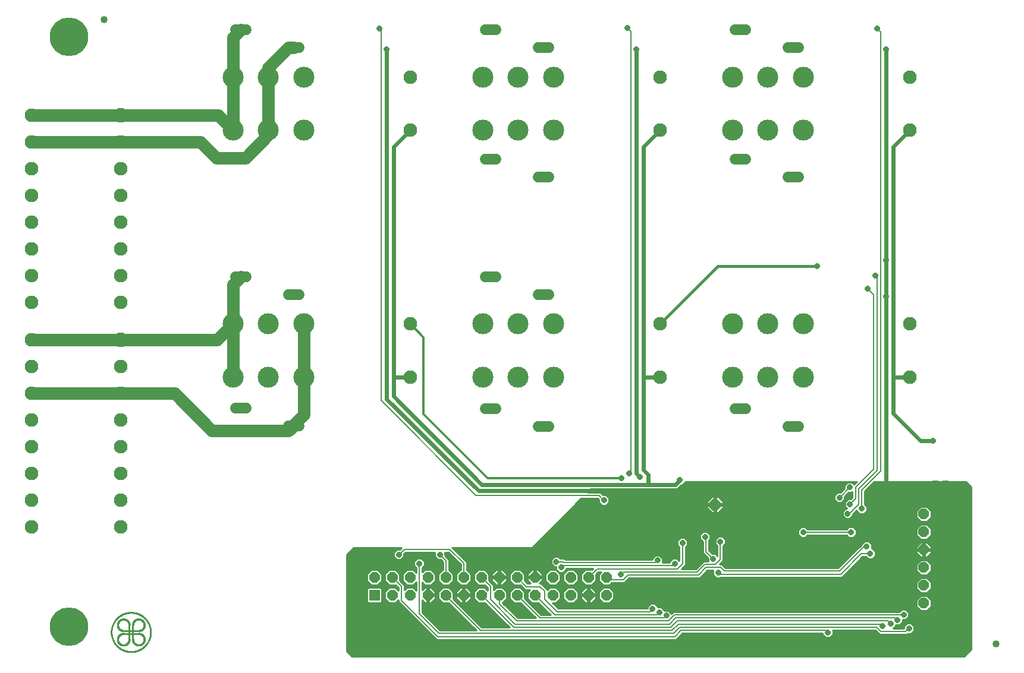
<source format=gbl>
G75*
%MOIN*%
%OFA0B0*%
%FSLAX25Y25*%
%IPPOS*%
%LPD*%
%AMOC8*
5,1,8,0,0,1.08239X$1,22.5*
%
%ADD10OC8,0.05906*%
%ADD11R,0.05906X0.05906*%
%ADD12C,0.01000*%
%ADD13C,0.00100*%
%ADD14C,0.04000*%
%ADD15C,0.11811*%
%ADD16C,0.07677*%
%ADD17C,0.06000*%
%ADD18OC8,0.07677*%
%ADD19OC8,0.06496*%
%ADD20C,0.21654*%
%ADD21R,0.03175X0.03175*%
%ADD22OC8,0.03175*%
%ADD23C,0.02400*%
%ADD24C,0.00800*%
%ADD25C,0.01200*%
%ADD26C,0.01600*%
%ADD27C,0.07000*%
D10*
X0309333Y0115232D03*
X0319333Y0115232D03*
X0329333Y0115232D03*
X0339333Y0115232D03*
X0349333Y0115232D03*
X0359333Y0115232D03*
X0369333Y0115232D03*
X0379333Y0115232D03*
X0389333Y0115232D03*
X0399333Y0115232D03*
X0409333Y0115232D03*
X0419333Y0115232D03*
X0429333Y0115232D03*
X0439333Y0115232D03*
X0439333Y0105232D03*
X0429333Y0105232D03*
X0419333Y0105232D03*
X0409333Y0105232D03*
X0399333Y0105232D03*
X0389333Y0105232D03*
X0379333Y0105232D03*
X0369333Y0105232D03*
X0359333Y0105232D03*
X0349333Y0105232D03*
X0339333Y0105232D03*
X0329333Y0105232D03*
X0319333Y0105232D03*
X0617188Y0100770D03*
X0617188Y0110770D03*
X0617188Y0120770D03*
X0617188Y0130770D03*
X0617188Y0140770D03*
X0617188Y0150770D03*
D11*
X0309333Y0105232D03*
D12*
X0305081Y0104962D02*
X0293688Y0104962D01*
X0293688Y0105960D02*
X0305081Y0105960D01*
X0305081Y0106959D02*
X0293688Y0106959D01*
X0293688Y0107957D02*
X0305081Y0107957D01*
X0305081Y0108724D02*
X0305081Y0101741D01*
X0305842Y0100980D01*
X0312825Y0100980D01*
X0313586Y0101741D01*
X0313586Y0108724D01*
X0312825Y0109485D01*
X0305842Y0109485D01*
X0305081Y0108724D01*
X0305313Y0108956D02*
X0293688Y0108956D01*
X0293688Y0109954D02*
X0322207Y0109954D01*
X0322738Y0109424D02*
X0322738Y0107842D01*
X0321095Y0109485D01*
X0317572Y0109485D01*
X0315081Y0106994D01*
X0315081Y0103471D01*
X0317572Y0100980D01*
X0321095Y0100980D01*
X0322738Y0102622D01*
X0322738Y0101566D01*
X0323733Y0100570D01*
X0323734Y0100570D01*
X0343983Y0080320D01*
X0478392Y0080320D01*
X0479388Y0081316D01*
X0481892Y0083820D01*
X0560550Y0083820D01*
X0560550Y0083074D01*
X0562242Y0081382D01*
X0564634Y0081382D01*
X0566325Y0083074D01*
X0566325Y0085466D01*
X0566221Y0085570D01*
X0589983Y0085570D01*
X0592483Y0083070D01*
X0607892Y0083070D01*
X0608454Y0083632D01*
X0610134Y0083632D01*
X0611825Y0085324D01*
X0611825Y0087716D01*
X0610134Y0089407D01*
X0607742Y0089407D01*
X0606050Y0087716D01*
X0606050Y0086470D01*
X0599971Y0086470D01*
X0601575Y0088074D01*
X0601575Y0088382D01*
X0603634Y0088382D01*
X0605325Y0090074D01*
X0605325Y0091382D01*
X0607134Y0091382D01*
X0608825Y0093074D01*
X0608825Y0095466D01*
X0607134Y0097157D01*
X0604742Y0097157D01*
X0603554Y0095970D01*
X0476733Y0095970D01*
X0475777Y0095013D01*
X0474134Y0096657D01*
X0471825Y0096657D01*
X0471825Y0096716D01*
X0470134Y0098407D01*
X0468075Y0098407D01*
X0468075Y0098716D01*
X0466384Y0100407D01*
X0463992Y0100407D01*
X0462300Y0098716D01*
X0462300Y0097720D01*
X0412392Y0097720D01*
X0409132Y0100980D01*
X0411095Y0100980D01*
X0413586Y0103471D01*
X0413586Y0106994D01*
X0411095Y0109485D01*
X0407572Y0109485D01*
X0406349Y0108262D01*
X0403888Y0110724D01*
X0402892Y0111720D01*
X0401835Y0111720D01*
X0403586Y0113471D01*
X0403586Y0114748D01*
X0399818Y0114748D01*
X0399818Y0115717D01*
X0398849Y0115717D01*
X0398849Y0119485D01*
X0397572Y0119485D01*
X0395081Y0116994D01*
X0395081Y0115717D01*
X0398849Y0115717D01*
X0398849Y0114748D01*
X0395081Y0114748D01*
X0395081Y0113471D01*
X0396832Y0111720D01*
X0395250Y0111720D01*
X0393543Y0113427D01*
X0393586Y0113471D01*
X0393586Y0116994D01*
X0391095Y0119485D01*
X0387572Y0119485D01*
X0385081Y0116994D01*
X0385081Y0113471D01*
X0387572Y0110980D01*
X0391095Y0110980D01*
X0391138Y0111023D01*
X0393842Y0108320D01*
X0396406Y0108320D01*
X0395081Y0106994D01*
X0395081Y0103471D01*
X0397572Y0100980D01*
X0401095Y0100980D01*
X0401138Y0101023D01*
X0407942Y0094220D01*
X0402750Y0094220D01*
X0393543Y0103427D01*
X0393586Y0103471D01*
X0393586Y0106994D01*
X0391095Y0109485D01*
X0387572Y0109485D01*
X0385081Y0106994D01*
X0385081Y0103471D01*
X0387572Y0100980D01*
X0391095Y0100980D01*
X0391138Y0101023D01*
X0399692Y0092470D01*
X0389642Y0092470D01*
X0381138Y0100974D01*
X0381138Y0101022D01*
X0383586Y0103471D01*
X0383586Y0106994D01*
X0381095Y0109485D01*
X0377572Y0109485D01*
X0376138Y0108051D01*
X0376138Y0110832D01*
X0373543Y0113427D01*
X0373586Y0113471D01*
X0373586Y0116994D01*
X0371095Y0119485D01*
X0367572Y0119485D01*
X0365081Y0116994D01*
X0365081Y0113471D01*
X0367572Y0110980D01*
X0371095Y0110980D01*
X0371138Y0111023D01*
X0372738Y0109424D01*
X0372738Y0107842D01*
X0371095Y0109485D01*
X0367572Y0109485D01*
X0365081Y0106994D01*
X0365081Y0103471D01*
X0367572Y0100980D01*
X0371095Y0100980D01*
X0371138Y0101023D01*
X0384942Y0087220D01*
X0369392Y0087220D01*
X0353363Y0103248D01*
X0353586Y0103471D01*
X0353586Y0106994D01*
X0351095Y0109485D01*
X0347572Y0109485D01*
X0345081Y0106994D01*
X0345081Y0103471D01*
X0347572Y0100980D01*
X0350824Y0100980D01*
X0366334Y0085470D01*
X0346142Y0085470D01*
X0336138Y0095474D01*
X0336138Y0102414D01*
X0337572Y0100980D01*
X0338849Y0100980D01*
X0338849Y0104748D01*
X0339818Y0104748D01*
X0339818Y0105717D01*
X0338849Y0105717D01*
X0338849Y0109485D01*
X0337572Y0109485D01*
X0336138Y0108051D01*
X0336138Y0112414D01*
X0337572Y0110980D01*
X0341095Y0110980D01*
X0343586Y0113471D01*
X0343586Y0116994D01*
X0341095Y0119485D01*
X0337572Y0119485D01*
X0336138Y0118051D01*
X0336138Y0120636D01*
X0337325Y0121824D01*
X0337325Y0124216D01*
X0335634Y0125907D01*
X0333242Y0125907D01*
X0331550Y0124216D01*
X0331550Y0121824D01*
X0332738Y0120636D01*
X0332738Y0117842D01*
X0331095Y0119485D01*
X0327572Y0119485D01*
X0325081Y0116994D01*
X0325081Y0113471D01*
X0327572Y0110980D01*
X0331095Y0110980D01*
X0332738Y0112622D01*
X0332738Y0107842D01*
X0331095Y0109485D01*
X0327572Y0109485D01*
X0326138Y0108051D01*
X0326138Y0110832D01*
X0325142Y0111828D01*
X0323543Y0113427D01*
X0323586Y0113471D01*
X0323586Y0116994D01*
X0321095Y0119485D01*
X0317572Y0119485D01*
X0315081Y0116994D01*
X0315081Y0113471D01*
X0317572Y0110980D01*
X0321095Y0110980D01*
X0321138Y0111023D01*
X0322738Y0109424D01*
X0322738Y0108956D02*
X0321624Y0108956D01*
X0322623Y0107957D02*
X0322738Y0107957D01*
X0321209Y0110953D02*
X0293688Y0110953D01*
X0293688Y0111951D02*
X0306600Y0111951D01*
X0307572Y0110980D02*
X0305081Y0113471D01*
X0305081Y0116994D01*
X0307572Y0119485D01*
X0311095Y0119485D01*
X0313586Y0116994D01*
X0313586Y0113471D01*
X0311095Y0110980D01*
X0307572Y0110980D01*
X0305602Y0112950D02*
X0293688Y0112950D01*
X0293688Y0113948D02*
X0305081Y0113948D01*
X0305081Y0114947D02*
X0293688Y0114947D01*
X0293688Y0115945D02*
X0305081Y0115945D01*
X0305081Y0116944D02*
X0293688Y0116944D01*
X0293688Y0117942D02*
X0306029Y0117942D01*
X0307028Y0118941D02*
X0293688Y0118941D01*
X0293688Y0119939D02*
X0332738Y0119939D01*
X0332738Y0118941D02*
X0331639Y0118941D01*
X0332638Y0117942D02*
X0332738Y0117942D01*
X0332436Y0120938D02*
X0293688Y0120938D01*
X0293688Y0121936D02*
X0331550Y0121936D01*
X0331550Y0122935D02*
X0293688Y0122935D01*
X0293688Y0123933D02*
X0331550Y0123933D01*
X0332266Y0124932D02*
X0293688Y0124932D01*
X0293688Y0125930D02*
X0320944Y0125930D01*
X0321742Y0125132D02*
X0320050Y0126824D01*
X0320050Y0129216D01*
X0321742Y0130907D01*
X0323421Y0130907D01*
X0324534Y0132020D01*
X0297688Y0132020D01*
X0293688Y0128020D01*
X0293688Y0074020D01*
X0296688Y0071020D01*
X0639688Y0071020D01*
X0643688Y0075020D01*
X0643688Y0166020D01*
X0640688Y0169020D01*
X0589592Y0169020D01*
X0584138Y0163566D01*
X0584138Y0156153D01*
X0585325Y0154966D01*
X0585325Y0152574D01*
X0583634Y0150882D01*
X0581242Y0150882D01*
X0579550Y0152574D01*
X0579550Y0152728D01*
X0577425Y0150603D01*
X0577425Y0149724D01*
X0575734Y0148032D01*
X0573342Y0148032D01*
X0571650Y0149724D01*
X0571650Y0152116D01*
X0573342Y0153807D01*
X0574217Y0153807D01*
X0572950Y0155074D01*
X0572950Y0157466D01*
X0574642Y0159157D01*
X0576321Y0159157D01*
X0577238Y0160074D01*
X0577238Y0163236D01*
X0576884Y0162882D01*
X0575204Y0162882D01*
X0572825Y0160503D01*
X0572825Y0158824D01*
X0571134Y0157132D01*
X0568742Y0157132D01*
X0567050Y0158824D01*
X0567050Y0161216D01*
X0568742Y0162907D01*
X0570421Y0162907D01*
X0572800Y0165286D01*
X0572800Y0166966D01*
X0574492Y0168657D01*
X0576884Y0168657D01*
X0578152Y0167388D01*
X0579784Y0169020D01*
X0483325Y0169020D01*
X0483325Y0168574D01*
X0481634Y0166882D01*
X0481086Y0166882D01*
X0479354Y0165150D01*
X0478435Y0164770D01*
X0430438Y0164770D01*
X0428638Y0162970D01*
X0435892Y0162970D01*
X0437454Y0161407D01*
X0439134Y0161407D01*
X0440825Y0159716D01*
X0440825Y0157324D01*
X0439134Y0155632D01*
X0436742Y0155632D01*
X0435050Y0157324D01*
X0435050Y0159003D01*
X0434483Y0159570D01*
X0425238Y0159570D01*
X0397688Y0132020D01*
X0352842Y0132020D01*
X0353138Y0131724D01*
X0361033Y0123828D01*
X0361033Y0119485D01*
X0361095Y0119485D01*
X0363586Y0116994D01*
X0363586Y0113471D01*
X0361095Y0110980D01*
X0357572Y0110980D01*
X0355081Y0113471D01*
X0355081Y0116994D01*
X0357572Y0119485D01*
X0357633Y0119485D01*
X0357633Y0122420D01*
X0350733Y0129320D01*
X0348721Y0129320D01*
X0348825Y0129216D01*
X0348825Y0127536D01*
X0351033Y0125328D01*
X0351033Y0119485D01*
X0351095Y0119485D01*
X0353586Y0116994D01*
X0353586Y0113471D01*
X0351095Y0110980D01*
X0347572Y0110980D01*
X0345081Y0113471D01*
X0345081Y0116994D01*
X0347572Y0119485D01*
X0347633Y0119485D01*
X0347633Y0123920D01*
X0346421Y0125132D01*
X0344742Y0125132D01*
X0343050Y0126824D01*
X0343050Y0129216D01*
X0343154Y0129320D01*
X0326642Y0129320D01*
X0325825Y0128503D01*
X0325825Y0126824D01*
X0324134Y0125132D01*
X0321742Y0125132D01*
X0320050Y0126929D02*
X0293688Y0126929D01*
X0293688Y0127927D02*
X0320050Y0127927D01*
X0320050Y0128926D02*
X0294594Y0128926D01*
X0295592Y0129924D02*
X0320759Y0129924D01*
X0323437Y0130923D02*
X0296591Y0130923D01*
X0297589Y0131921D02*
X0324435Y0131921D01*
X0326248Y0128926D02*
X0343050Y0128926D01*
X0343050Y0127927D02*
X0325825Y0127927D01*
X0325825Y0126929D02*
X0343050Y0126929D01*
X0343944Y0125930D02*
X0324932Y0125930D01*
X0327028Y0118941D02*
X0321639Y0118941D01*
X0322638Y0117942D02*
X0326029Y0117942D01*
X0325081Y0116944D02*
X0323586Y0116944D01*
X0323586Y0115945D02*
X0325081Y0115945D01*
X0325081Y0114947D02*
X0323586Y0114947D01*
X0323586Y0113948D02*
X0325081Y0113948D01*
X0325602Y0112950D02*
X0324020Y0112950D01*
X0325019Y0111951D02*
X0326600Y0111951D01*
X0326017Y0110953D02*
X0332738Y0110953D01*
X0332738Y0111951D02*
X0332067Y0111951D01*
X0332738Y0109954D02*
X0326138Y0109954D01*
X0326138Y0108956D02*
X0327042Y0108956D01*
X0331624Y0108956D02*
X0332738Y0108956D01*
X0332738Y0107957D02*
X0332623Y0107957D01*
X0336138Y0108956D02*
X0337042Y0108956D01*
X0336138Y0109954D02*
X0372207Y0109954D01*
X0372738Y0108956D02*
X0371624Y0108956D01*
X0372623Y0107957D02*
X0372738Y0107957D01*
X0371209Y0110953D02*
X0336138Y0110953D01*
X0336138Y0111951D02*
X0336600Y0111951D01*
X0338849Y0108956D02*
X0339818Y0108956D01*
X0339818Y0109485D02*
X0339818Y0105717D01*
X0343586Y0105717D01*
X0343586Y0106994D01*
X0341095Y0109485D01*
X0339818Y0109485D01*
X0339818Y0107957D02*
X0338849Y0107957D01*
X0338849Y0106959D02*
X0339818Y0106959D01*
X0339818Y0105960D02*
X0338849Y0105960D01*
X0339818Y0104962D02*
X0345081Y0104962D01*
X0345081Y0105960D02*
X0343586Y0105960D01*
X0343586Y0106959D02*
X0345081Y0106959D01*
X0346044Y0107957D02*
X0342623Y0107957D01*
X0341624Y0108956D02*
X0347042Y0108956D01*
X0346600Y0111951D02*
X0342067Y0111951D01*
X0343065Y0112950D02*
X0345602Y0112950D01*
X0345081Y0113948D02*
X0343586Y0113948D01*
X0343586Y0114947D02*
X0345081Y0114947D01*
X0345081Y0115945D02*
X0343586Y0115945D01*
X0343586Y0116944D02*
X0345081Y0116944D01*
X0346029Y0117942D02*
X0342638Y0117942D01*
X0341639Y0118941D02*
X0347028Y0118941D01*
X0347633Y0119939D02*
X0336138Y0119939D01*
X0336138Y0118941D02*
X0337028Y0118941D01*
X0336439Y0120938D02*
X0347633Y0120938D01*
X0347633Y0121936D02*
X0337325Y0121936D01*
X0337325Y0122935D02*
X0347633Y0122935D01*
X0347620Y0123933D02*
X0337325Y0123933D01*
X0336609Y0124932D02*
X0346621Y0124932D01*
X0349433Y0126929D02*
X0353124Y0126929D01*
X0352126Y0127927D02*
X0348825Y0127927D01*
X0348825Y0128926D02*
X0351127Y0128926D01*
X0350431Y0125930D02*
X0354123Y0125930D01*
X0355121Y0124932D02*
X0351033Y0124932D01*
X0351033Y0123933D02*
X0356120Y0123933D01*
X0357118Y0122935D02*
X0351033Y0122935D01*
X0351033Y0121936D02*
X0357633Y0121936D01*
X0357633Y0120938D02*
X0351033Y0120938D01*
X0351033Y0119939D02*
X0357633Y0119939D01*
X0357028Y0118941D02*
X0351639Y0118941D01*
X0352638Y0117942D02*
X0356029Y0117942D01*
X0355081Y0116944D02*
X0353586Y0116944D01*
X0353586Y0115945D02*
X0355081Y0115945D01*
X0355081Y0114947D02*
X0353586Y0114947D01*
X0353586Y0113948D02*
X0355081Y0113948D01*
X0355602Y0112950D02*
X0353065Y0112950D01*
X0352067Y0111951D02*
X0356600Y0111951D01*
X0357572Y0109485D02*
X0355081Y0106994D01*
X0355081Y0105717D01*
X0358849Y0105717D01*
X0358849Y0109485D01*
X0357572Y0109485D01*
X0357042Y0108956D02*
X0351624Y0108956D01*
X0352623Y0107957D02*
X0356044Y0107957D01*
X0355081Y0106959D02*
X0353586Y0106959D01*
X0353586Y0105960D02*
X0355081Y0105960D01*
X0355081Y0104748D02*
X0355081Y0103471D01*
X0357572Y0100980D01*
X0358849Y0100980D01*
X0358849Y0104748D01*
X0355081Y0104748D01*
X0355081Y0103963D02*
X0353586Y0103963D01*
X0353586Y0104962D02*
X0358849Y0104962D01*
X0358849Y0104748D02*
X0358849Y0105717D01*
X0359818Y0105717D01*
X0359818Y0109485D01*
X0361095Y0109485D01*
X0363586Y0106994D01*
X0363586Y0105717D01*
X0359818Y0105717D01*
X0359818Y0104748D01*
X0363586Y0104748D01*
X0363586Y0103471D01*
X0361095Y0100980D01*
X0359818Y0100980D01*
X0359818Y0104748D01*
X0358849Y0104748D01*
X0358849Y0103963D02*
X0359818Y0103963D01*
X0359818Y0102965D02*
X0358849Y0102965D01*
X0358849Y0101966D02*
X0359818Y0101966D01*
X0362081Y0101966D02*
X0366585Y0101966D01*
X0365587Y0102965D02*
X0363080Y0102965D01*
X0363586Y0103963D02*
X0365081Y0103963D01*
X0365081Y0104962D02*
X0359818Y0104962D01*
X0359818Y0105960D02*
X0358849Y0105960D01*
X0358849Y0106959D02*
X0359818Y0106959D01*
X0359818Y0107957D02*
X0358849Y0107957D01*
X0358849Y0108956D02*
X0359818Y0108956D01*
X0361624Y0108956D02*
X0367042Y0108956D01*
X0366044Y0107957D02*
X0362623Y0107957D01*
X0363586Y0106959D02*
X0365081Y0106959D01*
X0365081Y0105960D02*
X0363586Y0105960D01*
X0362067Y0111951D02*
X0366600Y0111951D01*
X0365602Y0112950D02*
X0363065Y0112950D01*
X0363586Y0113948D02*
X0365081Y0113948D01*
X0365081Y0114947D02*
X0363586Y0114947D01*
X0363586Y0115945D02*
X0365081Y0115945D01*
X0365081Y0116944D02*
X0363586Y0116944D01*
X0362638Y0117942D02*
X0366029Y0117942D01*
X0367028Y0118941D02*
X0361639Y0118941D01*
X0361033Y0119939D02*
X0411050Y0119939D01*
X0411050Y0119574D02*
X0411050Y0121132D01*
X0409992Y0121132D01*
X0408300Y0122824D01*
X0408300Y0125216D01*
X0409992Y0126907D01*
X0412384Y0126907D01*
X0413571Y0125720D01*
X0415642Y0125720D01*
X0416142Y0125220D01*
X0465050Y0125220D01*
X0465050Y0125966D01*
X0466742Y0127657D01*
X0469134Y0127657D01*
X0470825Y0125966D01*
X0470825Y0123574D01*
X0470721Y0123470D01*
X0474800Y0123470D01*
X0474800Y0124216D01*
X0476492Y0125907D01*
X0478884Y0125907D01*
X0480238Y0124553D01*
X0480238Y0132136D01*
X0479050Y0133324D01*
X0479050Y0135716D01*
X0480742Y0137407D01*
X0483134Y0137407D01*
X0484825Y0135716D01*
X0484825Y0133324D01*
X0483638Y0132136D01*
X0483638Y0122066D01*
X0482642Y0121070D01*
X0481542Y0119970D01*
X0489484Y0119970D01*
X0493733Y0124220D01*
X0496404Y0124220D01*
X0496300Y0124324D01*
X0496300Y0126003D01*
X0494483Y0127820D01*
X0493488Y0128816D01*
X0493488Y0135136D01*
X0491800Y0136824D01*
X0491800Y0139216D01*
X0493492Y0140907D01*
X0495884Y0140907D01*
X0497575Y0139216D01*
X0497575Y0136824D01*
X0496888Y0136136D01*
X0496888Y0130224D01*
X0498704Y0128407D01*
X0500384Y0128407D01*
X0501488Y0127303D01*
X0501488Y0132886D01*
X0500300Y0134074D01*
X0500300Y0136466D01*
X0501992Y0138157D01*
X0504384Y0138157D01*
X0506075Y0136466D01*
X0506075Y0134074D01*
X0504888Y0132886D01*
X0504888Y0124566D01*
X0502792Y0122470D01*
X0504142Y0122470D01*
X0506142Y0120470D01*
X0569233Y0120470D01*
X0581988Y0133224D01*
X0582300Y0133536D01*
X0582300Y0133716D01*
X0583992Y0135407D01*
X0586384Y0135407D01*
X0588075Y0133716D01*
X0588075Y0131407D01*
X0588384Y0131407D01*
X0590075Y0129716D01*
X0590075Y0127324D01*
X0588384Y0125632D01*
X0585992Y0125632D01*
X0584804Y0126820D01*
X0582892Y0126820D01*
X0572388Y0116316D01*
X0571392Y0115320D01*
X0503571Y0115320D01*
X0503134Y0114882D01*
X0500742Y0114882D01*
X0499050Y0116574D01*
X0499050Y0118966D01*
X0499154Y0119070D01*
X0495892Y0119070D01*
X0492638Y0115816D01*
X0491642Y0114820D01*
X0452142Y0114820D01*
X0450388Y0113066D01*
X0449392Y0112070D01*
X0442185Y0112070D01*
X0441095Y0110980D01*
X0437572Y0110980D01*
X0435081Y0113471D01*
X0435081Y0116994D01*
X0436406Y0118320D01*
X0434892Y0118320D01*
X0433576Y0117004D01*
X0433586Y0116994D01*
X0433586Y0113471D01*
X0431095Y0110980D01*
X0427572Y0110980D01*
X0425081Y0113471D01*
X0425081Y0116994D01*
X0427572Y0119485D01*
X0431095Y0119485D01*
X0431172Y0119408D01*
X0431834Y0120070D01*
X0416825Y0120070D01*
X0416825Y0119574D01*
X0415134Y0117882D01*
X0412742Y0117882D01*
X0411050Y0119574D01*
X0411095Y0119485D02*
X0407572Y0119485D01*
X0405081Y0116994D01*
X0405081Y0113471D01*
X0407572Y0110980D01*
X0411095Y0110980D01*
X0413586Y0113471D01*
X0413586Y0116994D01*
X0411095Y0119485D01*
X0411639Y0118941D02*
X0411683Y0118941D01*
X0412638Y0117942D02*
X0412682Y0117942D01*
X0413586Y0116944D02*
X0415081Y0116944D01*
X0415081Y0116994D02*
X0415081Y0113471D01*
X0417572Y0110980D01*
X0421095Y0110980D01*
X0423586Y0113471D01*
X0423586Y0116994D01*
X0421095Y0119485D01*
X0417572Y0119485D01*
X0415081Y0116994D01*
X0415194Y0117942D02*
X0416029Y0117942D01*
X0416192Y0118941D02*
X0417028Y0118941D01*
X0416825Y0119939D02*
X0431703Y0119939D01*
X0434514Y0117942D02*
X0436029Y0117942D01*
X0435081Y0116944D02*
X0433586Y0116944D01*
X0433586Y0115945D02*
X0435081Y0115945D01*
X0435081Y0114947D02*
X0433586Y0114947D01*
X0433586Y0113948D02*
X0435081Y0113948D01*
X0435602Y0112950D02*
X0433065Y0112950D01*
X0432067Y0111951D02*
X0436600Y0111951D01*
X0437572Y0109485D02*
X0435081Y0106994D01*
X0435081Y0103471D01*
X0437572Y0100980D01*
X0441095Y0100980D01*
X0443586Y0103471D01*
X0443586Y0106994D01*
X0441095Y0109485D01*
X0437572Y0109485D01*
X0437042Y0108956D02*
X0431624Y0108956D01*
X0431095Y0109485D02*
X0429818Y0109485D01*
X0429818Y0105717D01*
X0428849Y0105717D01*
X0428849Y0109485D01*
X0427572Y0109485D01*
X0425081Y0106994D01*
X0425081Y0105717D01*
X0428849Y0105717D01*
X0428849Y0104748D01*
X0425081Y0104748D01*
X0425081Y0103471D01*
X0427572Y0100980D01*
X0428849Y0100980D01*
X0428849Y0104748D01*
X0429818Y0104748D01*
X0429818Y0105717D01*
X0433586Y0105717D01*
X0433586Y0106994D01*
X0431095Y0109485D01*
X0429818Y0108956D02*
X0428849Y0108956D01*
X0428849Y0107957D02*
X0429818Y0107957D01*
X0429818Y0106959D02*
X0428849Y0106959D01*
X0428849Y0105960D02*
X0429818Y0105960D01*
X0429818Y0104962D02*
X0435081Y0104962D01*
X0435081Y0105960D02*
X0433586Y0105960D01*
X0433586Y0106959D02*
X0435081Y0106959D01*
X0436044Y0107957D02*
X0432623Y0107957D01*
X0433586Y0104748D02*
X0429818Y0104748D01*
X0429818Y0100980D01*
X0431095Y0100980D01*
X0433586Y0103471D01*
X0433586Y0104748D01*
X0433586Y0103963D02*
X0435081Y0103963D01*
X0435587Y0102965D02*
X0433080Y0102965D01*
X0432081Y0101966D02*
X0436585Y0101966D01*
X0442081Y0101966D02*
X0612935Y0101966D01*
X0612935Y0102531D02*
X0612935Y0099008D01*
X0615426Y0096517D01*
X0618949Y0096517D01*
X0621440Y0099008D01*
X0621440Y0102531D01*
X0618949Y0105022D01*
X0615426Y0105022D01*
X0612935Y0102531D01*
X0613368Y0102965D02*
X0443080Y0102965D01*
X0443586Y0103963D02*
X0614367Y0103963D01*
X0615365Y0104962D02*
X0443586Y0104962D01*
X0443586Y0105960D02*
X0643688Y0105960D01*
X0643688Y0104962D02*
X0619010Y0104962D01*
X0620009Y0103963D02*
X0643688Y0103963D01*
X0643688Y0102965D02*
X0621007Y0102965D01*
X0621440Y0101966D02*
X0643688Y0101966D01*
X0643688Y0100968D02*
X0621440Y0100968D01*
X0621440Y0099969D02*
X0643688Y0099969D01*
X0643688Y0098971D02*
X0621403Y0098971D01*
X0620404Y0097972D02*
X0643688Y0097972D01*
X0643688Y0096974D02*
X0619406Y0096974D01*
X0614970Y0096974D02*
X0607317Y0096974D01*
X0608316Y0095975D02*
X0643688Y0095975D01*
X0643688Y0094977D02*
X0608825Y0094977D01*
X0608825Y0093978D02*
X0643688Y0093978D01*
X0643688Y0092979D02*
X0608731Y0092979D01*
X0607732Y0091981D02*
X0643688Y0091981D01*
X0643688Y0090982D02*
X0605325Y0090982D01*
X0605235Y0089984D02*
X0643688Y0089984D01*
X0643688Y0088985D02*
X0610555Y0088985D01*
X0611554Y0087987D02*
X0643688Y0087987D01*
X0643688Y0086988D02*
X0611825Y0086988D01*
X0611825Y0085990D02*
X0643688Y0085990D01*
X0643688Y0084991D02*
X0611493Y0084991D01*
X0610494Y0083993D02*
X0643688Y0083993D01*
X0643688Y0082994D02*
X0566246Y0082994D01*
X0566325Y0083993D02*
X0591560Y0083993D01*
X0590562Y0084991D02*
X0566325Y0084991D01*
X0565247Y0081996D02*
X0643688Y0081996D01*
X0643688Y0080997D02*
X0479069Y0080997D01*
X0479388Y0081316D02*
X0479388Y0081316D01*
X0480068Y0081996D02*
X0561628Y0081996D01*
X0560630Y0082994D02*
X0481066Y0082994D01*
X0474816Y0095975D02*
X0603560Y0095975D01*
X0604558Y0096974D02*
X0471567Y0096974D01*
X0470569Y0097972D02*
X0613971Y0097972D01*
X0612972Y0098971D02*
X0467820Y0098971D01*
X0466822Y0099969D02*
X0612935Y0099969D01*
X0612935Y0100968D02*
X0409144Y0100968D01*
X0410142Y0099969D02*
X0463554Y0099969D01*
X0462555Y0098971D02*
X0411141Y0098971D01*
X0412139Y0097972D02*
X0462300Y0097972D01*
X0450272Y0112950D02*
X0613353Y0112950D01*
X0612935Y0112531D02*
X0612935Y0109008D01*
X0615426Y0106517D01*
X0618949Y0106517D01*
X0621440Y0109008D01*
X0621440Y0112531D01*
X0618949Y0115022D01*
X0615426Y0115022D01*
X0612935Y0112531D01*
X0612935Y0111951D02*
X0442067Y0111951D01*
X0441624Y0108956D02*
X0612987Y0108956D01*
X0612935Y0109954D02*
X0404657Y0109954D01*
X0403659Y0110953D02*
X0612935Y0110953D01*
X0613986Y0107957D02*
X0442623Y0107957D01*
X0443586Y0106959D02*
X0614984Y0106959D01*
X0619391Y0106959D02*
X0643688Y0106959D01*
X0643688Y0107957D02*
X0620389Y0107957D01*
X0621388Y0108956D02*
X0643688Y0108956D01*
X0643688Y0109954D02*
X0621440Y0109954D01*
X0621440Y0110953D02*
X0643688Y0110953D01*
X0643688Y0111951D02*
X0621440Y0111951D01*
X0621022Y0112950D02*
X0643688Y0112950D01*
X0643688Y0113948D02*
X0620023Y0113948D01*
X0619025Y0114947D02*
X0643688Y0114947D01*
X0643688Y0115945D02*
X0572017Y0115945D01*
X0573016Y0116944D02*
X0614999Y0116944D01*
X0615426Y0116517D02*
X0618949Y0116517D01*
X0621440Y0119008D01*
X0621440Y0122531D01*
X0618949Y0125022D01*
X0615426Y0125022D01*
X0612935Y0122531D01*
X0612935Y0119008D01*
X0615426Y0116517D01*
X0615350Y0114947D02*
X0503198Y0114947D01*
X0500677Y0114947D02*
X0491769Y0114947D01*
X0492767Y0115945D02*
X0499679Y0115945D01*
X0499050Y0116944D02*
X0493766Y0116944D01*
X0494764Y0117942D02*
X0499050Y0117942D01*
X0499050Y0118941D02*
X0495763Y0118941D01*
X0492449Y0122935D02*
X0483638Y0122935D01*
X0483638Y0123933D02*
X0493447Y0123933D01*
X0491450Y0121936D02*
X0483508Y0121936D01*
X0482510Y0120938D02*
X0490452Y0120938D01*
X0496300Y0124932D02*
X0483638Y0124932D01*
X0483638Y0125930D02*
X0496300Y0125930D01*
X0495374Y0126929D02*
X0483638Y0126929D01*
X0483638Y0127927D02*
X0494376Y0127927D01*
X0493488Y0128926D02*
X0483638Y0128926D01*
X0483638Y0129924D02*
X0493488Y0129924D01*
X0493488Y0130923D02*
X0483638Y0130923D01*
X0483638Y0131921D02*
X0493488Y0131921D01*
X0493488Y0132920D02*
X0484421Y0132920D01*
X0484825Y0133918D02*
X0493488Y0133918D01*
X0493488Y0134917D02*
X0484825Y0134917D01*
X0484625Y0135915D02*
X0492708Y0135915D01*
X0491800Y0136914D02*
X0483627Y0136914D01*
X0480249Y0136914D02*
X0402582Y0136914D01*
X0403580Y0137913D02*
X0491800Y0137913D01*
X0491800Y0138911D02*
X0404579Y0138911D01*
X0405577Y0139910D02*
X0492494Y0139910D01*
X0496881Y0139910D02*
X0546800Y0139910D01*
X0546800Y0139324D02*
X0548492Y0137632D01*
X0550884Y0137632D01*
X0552071Y0138820D01*
X0574054Y0138820D01*
X0575242Y0137632D01*
X0577634Y0137632D01*
X0579325Y0139324D01*
X0579325Y0141716D01*
X0577634Y0143407D01*
X0575242Y0143407D01*
X0574054Y0142220D01*
X0552071Y0142220D01*
X0550884Y0143407D01*
X0548492Y0143407D01*
X0546800Y0141716D01*
X0546800Y0139324D01*
X0547213Y0138911D02*
X0497575Y0138911D01*
X0497575Y0137913D02*
X0501747Y0137913D01*
X0500749Y0136914D02*
X0497575Y0136914D01*
X0496888Y0135915D02*
X0500300Y0135915D01*
X0500300Y0134917D02*
X0496888Y0134917D01*
X0496888Y0133918D02*
X0500455Y0133918D01*
X0501454Y0132920D02*
X0496888Y0132920D01*
X0496888Y0131921D02*
X0501488Y0131921D01*
X0501488Y0130923D02*
X0496888Y0130923D01*
X0497187Y0129924D02*
X0501488Y0129924D01*
X0501488Y0128926D02*
X0498186Y0128926D01*
X0500863Y0127927D02*
X0501488Y0127927D01*
X0504888Y0127927D02*
X0576691Y0127927D01*
X0575693Y0126929D02*
X0504888Y0126929D01*
X0504888Y0125930D02*
X0574694Y0125930D01*
X0573696Y0124932D02*
X0504888Y0124932D01*
X0504255Y0123933D02*
X0572697Y0123933D01*
X0571699Y0122935D02*
X0503257Y0122935D01*
X0504675Y0121936D02*
X0570700Y0121936D01*
X0569702Y0120938D02*
X0505674Y0120938D01*
X0504888Y0128926D02*
X0577690Y0128926D01*
X0578688Y0129924D02*
X0504888Y0129924D01*
X0504888Y0130923D02*
X0579687Y0130923D01*
X0580685Y0131921D02*
X0504888Y0131921D01*
X0504921Y0132920D02*
X0581684Y0132920D01*
X0582503Y0133918D02*
X0505920Y0133918D01*
X0506075Y0134917D02*
X0583502Y0134917D01*
X0586874Y0134917D02*
X0615321Y0134917D01*
X0615426Y0135022D02*
X0612935Y0132531D01*
X0612935Y0131254D01*
X0616703Y0131254D01*
X0616703Y0130285D01*
X0617672Y0130285D01*
X0617672Y0126517D01*
X0618949Y0126517D01*
X0621440Y0129008D01*
X0621440Y0130285D01*
X0617672Y0130285D01*
X0617672Y0131254D01*
X0621440Y0131254D01*
X0621440Y0132531D01*
X0618949Y0135022D01*
X0617672Y0135022D01*
X0617672Y0131254D01*
X0616703Y0131254D01*
X0616703Y0135022D01*
X0615426Y0135022D01*
X0616703Y0134917D02*
X0617672Y0134917D01*
X0617672Y0133918D02*
X0616703Y0133918D01*
X0616703Y0132920D02*
X0617672Y0132920D01*
X0617672Y0131921D02*
X0616703Y0131921D01*
X0616703Y0130923D02*
X0588868Y0130923D01*
X0588075Y0131921D02*
X0612935Y0131921D01*
X0613324Y0132920D02*
X0588075Y0132920D01*
X0587872Y0133918D02*
X0614322Y0133918D01*
X0615426Y0136517D02*
X0618949Y0136517D01*
X0621440Y0139008D01*
X0621440Y0142531D01*
X0618949Y0145022D01*
X0615426Y0145022D01*
X0612935Y0142531D01*
X0612935Y0139008D01*
X0615426Y0136517D01*
X0615029Y0136914D02*
X0505627Y0136914D01*
X0506075Y0135915D02*
X0643688Y0135915D01*
X0643688Y0134917D02*
X0619055Y0134917D01*
X0620053Y0133918D02*
X0643688Y0133918D01*
X0643688Y0132920D02*
X0621052Y0132920D01*
X0621440Y0131921D02*
X0643688Y0131921D01*
X0643688Y0130923D02*
X0617672Y0130923D01*
X0617672Y0129924D02*
X0616703Y0129924D01*
X0616703Y0130285D02*
X0616703Y0126517D01*
X0615426Y0126517D01*
X0612935Y0129008D01*
X0612935Y0130285D01*
X0616703Y0130285D01*
X0616703Y0128926D02*
X0617672Y0128926D01*
X0617672Y0127927D02*
X0616703Y0127927D01*
X0616703Y0126929D02*
X0617672Y0126929D01*
X0619361Y0126929D02*
X0643688Y0126929D01*
X0643688Y0127927D02*
X0620360Y0127927D01*
X0621358Y0128926D02*
X0643688Y0128926D01*
X0643688Y0129924D02*
X0621440Y0129924D01*
X0619040Y0124932D02*
X0643688Y0124932D01*
X0643688Y0125930D02*
X0588682Y0125930D01*
X0589680Y0126929D02*
X0615014Y0126929D01*
X0614016Y0127927D02*
X0590075Y0127927D01*
X0590075Y0128926D02*
X0613017Y0128926D01*
X0612935Y0129924D02*
X0589866Y0129924D01*
X0585694Y0125930D02*
X0582002Y0125930D01*
X0581004Y0124932D02*
X0615336Y0124932D01*
X0614337Y0123933D02*
X0580005Y0123933D01*
X0579007Y0122935D02*
X0613339Y0122935D01*
X0612935Y0121936D02*
X0578008Y0121936D01*
X0577010Y0120938D02*
X0612935Y0120938D01*
X0612935Y0119939D02*
X0576011Y0119939D01*
X0575013Y0118941D02*
X0613002Y0118941D01*
X0614001Y0117942D02*
X0574014Y0117942D01*
X0574961Y0137913D02*
X0551164Y0137913D01*
X0548211Y0137913D02*
X0504628Y0137913D01*
X0502072Y0151472D02*
X0504736Y0154136D01*
X0504736Y0155520D01*
X0500688Y0155520D01*
X0500688Y0156520D01*
X0504736Y0156520D01*
X0504736Y0157904D01*
X0502072Y0160568D01*
X0500688Y0160568D01*
X0500688Y0156520D01*
X0499688Y0156520D01*
X0499688Y0160568D01*
X0498304Y0160568D01*
X0495640Y0157904D01*
X0495640Y0156520D01*
X0499688Y0156520D01*
X0499688Y0155520D01*
X0500688Y0155520D01*
X0500688Y0151472D01*
X0502072Y0151472D01*
X0502492Y0151892D02*
X0571650Y0151892D01*
X0571650Y0150893D02*
X0416561Y0150893D01*
X0415563Y0149895D02*
X0571650Y0149895D01*
X0572478Y0148896D02*
X0414564Y0148896D01*
X0413566Y0147898D02*
X0614045Y0147898D01*
X0613047Y0148896D02*
X0576597Y0148896D01*
X0577425Y0149895D02*
X0612935Y0149895D01*
X0612935Y0149008D02*
X0615426Y0146517D01*
X0618949Y0146517D01*
X0621440Y0149008D01*
X0621440Y0152531D01*
X0618949Y0155022D01*
X0615426Y0155022D01*
X0612935Y0152531D01*
X0612935Y0149008D01*
X0612935Y0150893D02*
X0583645Y0150893D01*
X0584643Y0151892D02*
X0612935Y0151892D01*
X0613294Y0152890D02*
X0585325Y0152890D01*
X0585325Y0153889D02*
X0614292Y0153889D01*
X0615291Y0154887D02*
X0585325Y0154887D01*
X0584405Y0155886D02*
X0643688Y0155886D01*
X0643688Y0156884D02*
X0584138Y0156884D01*
X0584138Y0157883D02*
X0643688Y0157883D01*
X0643688Y0158881D02*
X0584138Y0158881D01*
X0584138Y0159880D02*
X0643688Y0159880D01*
X0643688Y0160878D02*
X0584138Y0160878D01*
X0584138Y0161877D02*
X0643688Y0161877D01*
X0643688Y0162875D02*
X0584138Y0162875D01*
X0584446Y0163874D02*
X0643688Y0163874D01*
X0643688Y0164872D02*
X0585444Y0164872D01*
X0586443Y0165871D02*
X0643688Y0165871D01*
X0642838Y0166869D02*
X0587441Y0166869D01*
X0588440Y0167868D02*
X0641840Y0167868D01*
X0640841Y0168866D02*
X0589438Y0168866D01*
X0579630Y0168866D02*
X0483325Y0168866D01*
X0482619Y0167868D02*
X0573702Y0167868D01*
X0572800Y0166869D02*
X0481073Y0166869D01*
X0480074Y0165871D02*
X0572800Y0165871D01*
X0572386Y0164872D02*
X0478683Y0164872D01*
X0495640Y0157883D02*
X0440825Y0157883D01*
X0440825Y0158881D02*
X0496617Y0158881D01*
X0497616Y0159880D02*
X0440661Y0159880D01*
X0439662Y0160878D02*
X0567050Y0160878D01*
X0567050Y0159880D02*
X0502759Y0159880D01*
X0503758Y0158881D02*
X0567050Y0158881D01*
X0567991Y0157883D02*
X0504736Y0157883D01*
X0504736Y0156884D02*
X0572950Y0156884D01*
X0572950Y0155886D02*
X0500688Y0155886D01*
X0500688Y0156884D02*
X0499688Y0156884D01*
X0499688Y0155886D02*
X0439387Y0155886D01*
X0440386Y0156884D02*
X0495640Y0156884D01*
X0495640Y0155520D02*
X0495640Y0154136D01*
X0498304Y0151472D01*
X0499688Y0151472D01*
X0499688Y0155520D01*
X0495640Y0155520D01*
X0495640Y0154887D02*
X0420555Y0154887D01*
X0419557Y0153889D02*
X0495887Y0153889D01*
X0496885Y0152890D02*
X0418558Y0152890D01*
X0417560Y0151892D02*
X0497884Y0151892D01*
X0499688Y0151892D02*
X0500688Y0151892D01*
X0500688Y0152890D02*
X0499688Y0152890D01*
X0499688Y0153889D02*
X0500688Y0153889D01*
X0500688Y0154887D02*
X0499688Y0154887D01*
X0499688Y0157883D02*
X0500688Y0157883D01*
X0500688Y0158881D02*
X0499688Y0158881D01*
X0499688Y0159880D02*
X0500688Y0159880D01*
X0504736Y0154887D02*
X0573137Y0154887D01*
X0574135Y0153889D02*
X0504489Y0153889D01*
X0503490Y0152890D02*
X0572425Y0152890D01*
X0571884Y0157883D02*
X0573367Y0157883D01*
X0572825Y0158881D02*
X0574366Y0158881D01*
X0572825Y0159880D02*
X0577044Y0159880D01*
X0577238Y0160878D02*
X0573200Y0160878D01*
X0574199Y0161877D02*
X0577238Y0161877D01*
X0577238Y0162875D02*
X0575197Y0162875D01*
X0571388Y0163874D02*
X0429542Y0163874D01*
X0435986Y0162875D02*
X0568710Y0162875D01*
X0567711Y0161877D02*
X0436985Y0161877D01*
X0435050Y0158881D02*
X0424549Y0158881D01*
X0423551Y0157883D02*
X0435050Y0157883D01*
X0435490Y0156884D02*
X0422552Y0156884D01*
X0421554Y0155886D02*
X0436488Y0155886D01*
X0412567Y0146899D02*
X0615044Y0146899D01*
X0615306Y0144902D02*
X0410570Y0144902D01*
X0409572Y0143904D02*
X0614307Y0143904D01*
X0613309Y0142905D02*
X0578136Y0142905D01*
X0579134Y0141907D02*
X0612935Y0141907D01*
X0612935Y0140908D02*
X0579325Y0140908D01*
X0579325Y0139910D02*
X0612935Y0139910D01*
X0613032Y0138911D02*
X0578912Y0138911D01*
X0577914Y0137913D02*
X0614031Y0137913D01*
X0619346Y0136914D02*
X0643688Y0136914D01*
X0643688Y0137913D02*
X0620345Y0137913D01*
X0621343Y0138911D02*
X0643688Y0138911D01*
X0643688Y0139910D02*
X0621440Y0139910D01*
X0621440Y0140908D02*
X0643688Y0140908D01*
X0643688Y0141907D02*
X0621440Y0141907D01*
X0621067Y0142905D02*
X0643688Y0142905D01*
X0643688Y0143904D02*
X0620068Y0143904D01*
X0619070Y0144902D02*
X0643688Y0144902D01*
X0643688Y0145901D02*
X0411569Y0145901D01*
X0408573Y0142905D02*
X0547990Y0142905D01*
X0546991Y0141907D02*
X0407575Y0141907D01*
X0406576Y0140908D02*
X0546800Y0140908D01*
X0551386Y0142905D02*
X0574740Y0142905D01*
X0577715Y0150893D02*
X0581231Y0150893D01*
X0580232Y0151892D02*
X0578714Y0151892D01*
X0578632Y0167868D02*
X0577673Y0167868D01*
X0619084Y0154887D02*
X0643688Y0154887D01*
X0643688Y0153889D02*
X0620083Y0153889D01*
X0621081Y0152890D02*
X0643688Y0152890D01*
X0643688Y0151892D02*
X0621440Y0151892D01*
X0621440Y0150893D02*
X0643688Y0150893D01*
X0643688Y0149895D02*
X0621440Y0149895D01*
X0621328Y0148896D02*
X0643688Y0148896D01*
X0643688Y0147898D02*
X0620330Y0147898D01*
X0619331Y0146899D02*
X0643688Y0146899D01*
X0643688Y0123933D02*
X0620038Y0123933D01*
X0621037Y0122935D02*
X0643688Y0122935D01*
X0643688Y0121936D02*
X0621440Y0121936D01*
X0621440Y0120938D02*
X0643688Y0120938D01*
X0643688Y0119939D02*
X0621440Y0119939D01*
X0621373Y0118941D02*
X0643688Y0118941D01*
X0643688Y0117942D02*
X0620375Y0117942D01*
X0619376Y0116944D02*
X0643688Y0116944D01*
X0614352Y0113948D02*
X0451270Y0113948D01*
X0465050Y0125930D02*
X0413360Y0125930D01*
X0409015Y0125930D02*
X0358931Y0125930D01*
X0359930Y0124932D02*
X0408300Y0124932D01*
X0408300Y0123933D02*
X0360928Y0123933D01*
X0361033Y0122935D02*
X0408300Y0122935D01*
X0409188Y0121936D02*
X0361033Y0121936D01*
X0361033Y0120938D02*
X0411050Y0120938D01*
X0407028Y0118941D02*
X0401639Y0118941D01*
X0401095Y0119485D02*
X0399818Y0119485D01*
X0399818Y0115717D01*
X0403586Y0115717D01*
X0403586Y0116994D01*
X0401095Y0119485D01*
X0399818Y0118941D02*
X0398849Y0118941D01*
X0398849Y0117942D02*
X0399818Y0117942D01*
X0399818Y0116944D02*
X0398849Y0116944D01*
X0398849Y0115945D02*
X0399818Y0115945D01*
X0399818Y0114947D02*
X0405081Y0114947D01*
X0405081Y0115945D02*
X0403586Y0115945D01*
X0403586Y0116944D02*
X0405081Y0116944D01*
X0406029Y0117942D02*
X0402638Y0117942D01*
X0403586Y0113948D02*
X0405081Y0113948D01*
X0405602Y0112950D02*
X0403065Y0112950D01*
X0402067Y0111951D02*
X0406600Y0111951D01*
X0407042Y0108956D02*
X0405656Y0108956D01*
X0411624Y0108956D02*
X0417042Y0108956D01*
X0417572Y0109485D02*
X0415081Y0106994D01*
X0415081Y0103471D01*
X0417572Y0100980D01*
X0421095Y0100980D01*
X0423586Y0103471D01*
X0423586Y0106994D01*
X0421095Y0109485D01*
X0417572Y0109485D01*
X0416044Y0107957D02*
X0412623Y0107957D01*
X0413586Y0106959D02*
X0415081Y0106959D01*
X0415081Y0105960D02*
X0413586Y0105960D01*
X0413586Y0104962D02*
X0415081Y0104962D01*
X0415081Y0103963D02*
X0413586Y0103963D01*
X0413080Y0102965D02*
X0415587Y0102965D01*
X0416585Y0101966D02*
X0412081Y0101966D01*
X0406186Y0095975D02*
X0400995Y0095975D01*
X0401993Y0094977D02*
X0407185Y0094977D01*
X0405188Y0096974D02*
X0399996Y0096974D01*
X0398998Y0097972D02*
X0404189Y0097972D01*
X0403191Y0098971D02*
X0397999Y0098971D01*
X0397001Y0099969D02*
X0402192Y0099969D01*
X0401194Y0100968D02*
X0396002Y0100968D01*
X0396585Y0101966D02*
X0395004Y0101966D01*
X0395587Y0102965D02*
X0394005Y0102965D01*
X0393586Y0103963D02*
X0395081Y0103963D01*
X0395081Y0104962D02*
X0393586Y0104962D01*
X0393586Y0105960D02*
X0395081Y0105960D01*
X0395081Y0106959D02*
X0393586Y0106959D01*
X0392623Y0107957D02*
X0396044Y0107957D01*
X0393206Y0108956D02*
X0391624Y0108956D01*
X0392207Y0109954D02*
X0376138Y0109954D01*
X0376138Y0108956D02*
X0377042Y0108956D01*
X0377572Y0110980D02*
X0375081Y0113471D01*
X0375081Y0114748D01*
X0378849Y0114748D01*
X0378849Y0115717D01*
X0378849Y0119485D01*
X0377572Y0119485D01*
X0375081Y0116994D01*
X0375081Y0115717D01*
X0378849Y0115717D01*
X0379818Y0115717D01*
X0379818Y0119485D01*
X0381095Y0119485D01*
X0383586Y0116994D01*
X0383586Y0115717D01*
X0379818Y0115717D01*
X0379818Y0114748D01*
X0383586Y0114748D01*
X0383586Y0113471D01*
X0381095Y0110980D01*
X0379818Y0110980D01*
X0379818Y0114748D01*
X0378849Y0114748D01*
X0378849Y0110980D01*
X0377572Y0110980D01*
X0376600Y0111951D02*
X0375019Y0111951D01*
X0375602Y0112950D02*
X0374020Y0112950D01*
X0373586Y0113948D02*
X0375081Y0113948D01*
X0373586Y0114947D02*
X0378849Y0114947D01*
X0379818Y0114947D02*
X0385081Y0114947D01*
X0385081Y0115945D02*
X0383586Y0115945D01*
X0383586Y0116944D02*
X0385081Y0116944D01*
X0386029Y0117942D02*
X0382638Y0117942D01*
X0381639Y0118941D02*
X0387028Y0118941D01*
X0391639Y0118941D02*
X0397028Y0118941D01*
X0396029Y0117942D02*
X0392638Y0117942D01*
X0393586Y0116944D02*
X0395081Y0116944D01*
X0395081Y0115945D02*
X0393586Y0115945D01*
X0393586Y0114947D02*
X0398849Y0114947D01*
X0396600Y0111951D02*
X0395019Y0111951D01*
X0395602Y0112950D02*
X0394020Y0112950D01*
X0393586Y0113948D02*
X0395081Y0113948D01*
X0391209Y0110953D02*
X0376017Y0110953D01*
X0378849Y0111951D02*
X0379818Y0111951D01*
X0379818Y0112950D02*
X0378849Y0112950D01*
X0378849Y0113948D02*
X0379818Y0113948D01*
X0379818Y0115945D02*
X0378849Y0115945D01*
X0378849Y0116944D02*
X0379818Y0116944D01*
X0379818Y0117942D02*
X0378849Y0117942D01*
X0378849Y0118941D02*
X0379818Y0118941D01*
X0377028Y0118941D02*
X0371639Y0118941D01*
X0372638Y0117942D02*
X0376029Y0117942D01*
X0375081Y0116944D02*
X0373586Y0116944D01*
X0373586Y0115945D02*
X0375081Y0115945D01*
X0382067Y0111951D02*
X0386600Y0111951D01*
X0385602Y0112950D02*
X0383065Y0112950D01*
X0383586Y0113948D02*
X0385081Y0113948D01*
X0387042Y0108956D02*
X0381624Y0108956D01*
X0382623Y0107957D02*
X0386044Y0107957D01*
X0385081Y0106959D02*
X0383586Y0106959D01*
X0383586Y0105960D02*
X0385081Y0105960D01*
X0385081Y0104962D02*
X0383586Y0104962D01*
X0383586Y0103963D02*
X0385081Y0103963D01*
X0385587Y0102965D02*
X0383080Y0102965D01*
X0382081Y0101966D02*
X0386585Y0101966D01*
X0383141Y0098971D02*
X0393191Y0098971D01*
X0392192Y0099969D02*
X0382142Y0099969D01*
X0381144Y0100968D02*
X0391194Y0100968D01*
X0394189Y0097972D02*
X0384139Y0097972D01*
X0385138Y0096974D02*
X0395188Y0096974D01*
X0396186Y0095975D02*
X0386136Y0095975D01*
X0387135Y0094977D02*
X0397185Y0094977D01*
X0398183Y0093978D02*
X0388133Y0093978D01*
X0389132Y0092979D02*
X0399182Y0092979D01*
X0384175Y0087987D02*
X0368625Y0087987D01*
X0367626Y0088985D02*
X0383176Y0088985D01*
X0382177Y0089984D02*
X0366628Y0089984D01*
X0365629Y0090982D02*
X0381179Y0090982D01*
X0380180Y0091981D02*
X0364631Y0091981D01*
X0363632Y0092979D02*
X0379182Y0092979D01*
X0378183Y0093978D02*
X0362633Y0093978D01*
X0361635Y0094977D02*
X0377185Y0094977D01*
X0376186Y0095975D02*
X0360636Y0095975D01*
X0359638Y0096974D02*
X0375188Y0096974D01*
X0374189Y0097972D02*
X0358639Y0097972D01*
X0357641Y0098971D02*
X0373191Y0098971D01*
X0372192Y0099969D02*
X0356642Y0099969D01*
X0355644Y0100968D02*
X0371194Y0100968D01*
X0360821Y0090982D02*
X0340629Y0090982D01*
X0341628Y0089984D02*
X0361819Y0089984D01*
X0362818Y0088985D02*
X0342626Y0088985D01*
X0343625Y0087987D02*
X0363816Y0087987D01*
X0364815Y0086988D02*
X0344623Y0086988D01*
X0345622Y0085990D02*
X0365813Y0085990D01*
X0359822Y0091981D02*
X0339631Y0091981D01*
X0338632Y0092979D02*
X0358824Y0092979D01*
X0357825Y0093978D02*
X0337633Y0093978D01*
X0336635Y0094977D02*
X0356827Y0094977D01*
X0355828Y0095975D02*
X0336138Y0095975D01*
X0336138Y0096974D02*
X0354830Y0096974D01*
X0353831Y0097972D02*
X0336138Y0097972D01*
X0336138Y0098971D02*
X0352833Y0098971D01*
X0351834Y0099969D02*
X0336138Y0099969D01*
X0336138Y0100968D02*
X0350836Y0100968D01*
X0353647Y0102965D02*
X0355587Y0102965D01*
X0354645Y0101966D02*
X0356585Y0101966D01*
X0346585Y0101966D02*
X0342081Y0101966D01*
X0341095Y0100980D02*
X0343586Y0103471D01*
X0343586Y0104748D01*
X0339818Y0104748D01*
X0339818Y0100980D01*
X0341095Y0100980D01*
X0339818Y0101966D02*
X0338849Y0101966D01*
X0338849Y0102965D02*
X0339818Y0102965D01*
X0339818Y0103963D02*
X0338849Y0103963D01*
X0336585Y0101966D02*
X0336138Y0101966D01*
X0343080Y0102965D02*
X0345587Y0102965D01*
X0345081Y0103963D02*
X0343586Y0103963D01*
X0332322Y0091981D02*
X0293688Y0091981D01*
X0293688Y0092979D02*
X0331324Y0092979D01*
X0330325Y0093978D02*
X0293688Y0093978D01*
X0293688Y0094977D02*
X0329327Y0094977D01*
X0328328Y0095975D02*
X0293688Y0095975D01*
X0293688Y0096974D02*
X0327330Y0096974D01*
X0326331Y0097972D02*
X0293688Y0097972D01*
X0293688Y0098971D02*
X0325333Y0098971D01*
X0324334Y0099969D02*
X0293688Y0099969D01*
X0293688Y0100968D02*
X0323336Y0100968D01*
X0322738Y0101966D02*
X0322081Y0101966D01*
X0316585Y0101966D02*
X0313586Y0101966D01*
X0313586Y0102965D02*
X0315587Y0102965D01*
X0315081Y0103963D02*
X0313586Y0103963D01*
X0313586Y0104962D02*
X0315081Y0104962D01*
X0315081Y0105960D02*
X0313586Y0105960D01*
X0313586Y0106959D02*
X0315081Y0106959D01*
X0316044Y0107957D02*
X0313586Y0107957D01*
X0313354Y0108956D02*
X0317042Y0108956D01*
X0316600Y0111951D02*
X0312067Y0111951D01*
X0313065Y0112950D02*
X0315602Y0112950D01*
X0315081Y0113948D02*
X0313586Y0113948D01*
X0313586Y0114947D02*
X0315081Y0114947D01*
X0315081Y0115945D02*
X0313586Y0115945D01*
X0313586Y0116944D02*
X0315081Y0116944D01*
X0316029Y0117942D02*
X0312638Y0117942D01*
X0311639Y0118941D02*
X0317028Y0118941D01*
X0305081Y0103963D02*
X0293688Y0103963D01*
X0293688Y0102965D02*
X0305081Y0102965D01*
X0305081Y0101966D02*
X0293688Y0101966D01*
X0293688Y0090982D02*
X0333321Y0090982D01*
X0334319Y0089984D02*
X0293688Y0089984D01*
X0293688Y0088985D02*
X0335318Y0088985D01*
X0336316Y0087987D02*
X0293688Y0087987D01*
X0293688Y0086988D02*
X0337315Y0086988D01*
X0338313Y0085990D02*
X0293688Y0085990D01*
X0293688Y0084991D02*
X0339312Y0084991D01*
X0340310Y0083993D02*
X0293688Y0083993D01*
X0293688Y0082994D02*
X0341309Y0082994D01*
X0342307Y0081996D02*
X0293688Y0081996D01*
X0293688Y0080997D02*
X0343306Y0080997D01*
X0295697Y0072011D02*
X0640679Y0072011D01*
X0641677Y0073009D02*
X0294698Y0073009D01*
X0293700Y0074008D02*
X0642676Y0074008D01*
X0643674Y0075006D02*
X0293688Y0075006D01*
X0293688Y0076005D02*
X0643688Y0076005D01*
X0643688Y0077003D02*
X0293688Y0077003D01*
X0293688Y0078002D02*
X0643688Y0078002D01*
X0643688Y0079000D02*
X0293688Y0079000D01*
X0293688Y0079999D02*
X0643688Y0079999D01*
X0607320Y0088985D02*
X0604237Y0088985D01*
X0606322Y0087987D02*
X0601488Y0087987D01*
X0600490Y0086988D02*
X0606050Y0086988D01*
X0480238Y0124932D02*
X0479859Y0124932D01*
X0480238Y0125930D02*
X0470825Y0125930D01*
X0470825Y0124932D02*
X0475516Y0124932D01*
X0474800Y0123933D02*
X0470825Y0123933D01*
X0469862Y0126929D02*
X0480238Y0126929D01*
X0480238Y0127927D02*
X0356934Y0127927D01*
X0357933Y0126929D02*
X0466013Y0126929D01*
X0480238Y0128926D02*
X0355936Y0128926D01*
X0354937Y0129924D02*
X0480238Y0129924D01*
X0480238Y0130923D02*
X0353939Y0130923D01*
X0352940Y0131921D02*
X0480238Y0131921D01*
X0479454Y0132920D02*
X0398588Y0132920D01*
X0399586Y0133918D02*
X0479050Y0133918D01*
X0479050Y0134917D02*
X0400585Y0134917D01*
X0401583Y0135915D02*
X0479250Y0135915D01*
X0427028Y0118941D02*
X0421639Y0118941D01*
X0422638Y0117942D02*
X0426029Y0117942D01*
X0425081Y0116944D02*
X0423586Y0116944D01*
X0423586Y0115945D02*
X0425081Y0115945D01*
X0425081Y0114947D02*
X0423586Y0114947D01*
X0423586Y0113948D02*
X0425081Y0113948D01*
X0425602Y0112950D02*
X0423065Y0112950D01*
X0422067Y0111951D02*
X0426600Y0111951D01*
X0427042Y0108956D02*
X0421624Y0108956D01*
X0422623Y0107957D02*
X0426044Y0107957D01*
X0425081Y0106959D02*
X0423586Y0106959D01*
X0423586Y0105960D02*
X0425081Y0105960D01*
X0423586Y0104962D02*
X0428849Y0104962D01*
X0428849Y0103963D02*
X0429818Y0103963D01*
X0429818Y0102965D02*
X0428849Y0102965D01*
X0428849Y0101966D02*
X0429818Y0101966D01*
X0426585Y0101966D02*
X0422081Y0101966D01*
X0423080Y0102965D02*
X0425587Y0102965D01*
X0425081Y0103963D02*
X0423586Y0103963D01*
X0416600Y0111951D02*
X0412067Y0111951D01*
X0413065Y0112950D02*
X0415602Y0112950D01*
X0415081Y0113948D02*
X0413586Y0113948D01*
X0413586Y0114947D02*
X0415081Y0114947D01*
X0415081Y0115945D02*
X0413586Y0115945D01*
X0177005Y0085219D02*
X0168737Y0085219D01*
X0168737Y0083644D02*
X0177005Y0083644D01*
X0161871Y0084431D02*
X0161874Y0084701D01*
X0161884Y0084971D01*
X0161901Y0085240D01*
X0161924Y0085509D01*
X0161954Y0085778D01*
X0161990Y0086045D01*
X0162033Y0086312D01*
X0162082Y0086577D01*
X0162138Y0086841D01*
X0162201Y0087104D01*
X0162269Y0087365D01*
X0162345Y0087624D01*
X0162426Y0087881D01*
X0162514Y0088137D01*
X0162608Y0088390D01*
X0162708Y0088641D01*
X0162815Y0088889D01*
X0162927Y0089134D01*
X0163046Y0089377D01*
X0163170Y0089616D01*
X0163300Y0089853D01*
X0163436Y0090086D01*
X0163578Y0090316D01*
X0163725Y0090542D01*
X0163878Y0090765D01*
X0164036Y0090984D01*
X0164199Y0091199D01*
X0164368Y0091409D01*
X0164542Y0091616D01*
X0164721Y0091818D01*
X0164904Y0092016D01*
X0165093Y0092209D01*
X0165286Y0092398D01*
X0165484Y0092581D01*
X0165686Y0092760D01*
X0165893Y0092934D01*
X0166103Y0093103D01*
X0166318Y0093266D01*
X0166537Y0093424D01*
X0166760Y0093577D01*
X0166986Y0093724D01*
X0167216Y0093866D01*
X0167449Y0094002D01*
X0167686Y0094132D01*
X0167925Y0094256D01*
X0168168Y0094375D01*
X0168413Y0094487D01*
X0168661Y0094594D01*
X0168912Y0094694D01*
X0169165Y0094788D01*
X0169421Y0094876D01*
X0169678Y0094957D01*
X0169937Y0095033D01*
X0170198Y0095101D01*
X0170461Y0095164D01*
X0170725Y0095220D01*
X0170990Y0095269D01*
X0171257Y0095312D01*
X0171524Y0095348D01*
X0171793Y0095378D01*
X0172062Y0095401D01*
X0172331Y0095418D01*
X0172601Y0095428D01*
X0172871Y0095431D01*
X0173141Y0095428D01*
X0173411Y0095418D01*
X0173680Y0095401D01*
X0173949Y0095378D01*
X0174218Y0095348D01*
X0174485Y0095312D01*
X0174752Y0095269D01*
X0175017Y0095220D01*
X0175281Y0095164D01*
X0175544Y0095101D01*
X0175805Y0095033D01*
X0176064Y0094957D01*
X0176321Y0094876D01*
X0176577Y0094788D01*
X0176830Y0094694D01*
X0177081Y0094594D01*
X0177329Y0094487D01*
X0177574Y0094375D01*
X0177817Y0094256D01*
X0178056Y0094132D01*
X0178293Y0094002D01*
X0178526Y0093866D01*
X0178756Y0093724D01*
X0178982Y0093577D01*
X0179205Y0093424D01*
X0179424Y0093266D01*
X0179639Y0093103D01*
X0179849Y0092934D01*
X0180056Y0092760D01*
X0180258Y0092581D01*
X0180456Y0092398D01*
X0180649Y0092209D01*
X0180838Y0092016D01*
X0181021Y0091818D01*
X0181200Y0091616D01*
X0181374Y0091409D01*
X0181543Y0091199D01*
X0181706Y0090984D01*
X0181864Y0090765D01*
X0182017Y0090542D01*
X0182164Y0090316D01*
X0182306Y0090086D01*
X0182442Y0089853D01*
X0182572Y0089616D01*
X0182696Y0089377D01*
X0182815Y0089134D01*
X0182927Y0088889D01*
X0183034Y0088641D01*
X0183134Y0088390D01*
X0183228Y0088137D01*
X0183316Y0087881D01*
X0183397Y0087624D01*
X0183473Y0087365D01*
X0183541Y0087104D01*
X0183604Y0086841D01*
X0183660Y0086577D01*
X0183709Y0086312D01*
X0183752Y0086045D01*
X0183788Y0085778D01*
X0183818Y0085509D01*
X0183841Y0085240D01*
X0183858Y0084971D01*
X0183868Y0084701D01*
X0183871Y0084431D01*
X0183868Y0084161D01*
X0183858Y0083891D01*
X0183841Y0083622D01*
X0183818Y0083353D01*
X0183788Y0083084D01*
X0183752Y0082817D01*
X0183709Y0082550D01*
X0183660Y0082285D01*
X0183604Y0082021D01*
X0183541Y0081758D01*
X0183473Y0081497D01*
X0183397Y0081238D01*
X0183316Y0080981D01*
X0183228Y0080725D01*
X0183134Y0080472D01*
X0183034Y0080221D01*
X0182927Y0079973D01*
X0182815Y0079728D01*
X0182696Y0079485D01*
X0182572Y0079246D01*
X0182442Y0079009D01*
X0182306Y0078776D01*
X0182164Y0078546D01*
X0182017Y0078320D01*
X0181864Y0078097D01*
X0181706Y0077878D01*
X0181543Y0077663D01*
X0181374Y0077453D01*
X0181200Y0077246D01*
X0181021Y0077044D01*
X0180838Y0076846D01*
X0180649Y0076653D01*
X0180456Y0076464D01*
X0180258Y0076281D01*
X0180056Y0076102D01*
X0179849Y0075928D01*
X0179639Y0075759D01*
X0179424Y0075596D01*
X0179205Y0075438D01*
X0178982Y0075285D01*
X0178756Y0075138D01*
X0178526Y0074996D01*
X0178293Y0074860D01*
X0178056Y0074730D01*
X0177817Y0074606D01*
X0177574Y0074487D01*
X0177329Y0074375D01*
X0177081Y0074268D01*
X0176830Y0074168D01*
X0176577Y0074074D01*
X0176321Y0073986D01*
X0176064Y0073905D01*
X0175805Y0073829D01*
X0175544Y0073761D01*
X0175281Y0073698D01*
X0175017Y0073642D01*
X0174752Y0073593D01*
X0174485Y0073550D01*
X0174218Y0073514D01*
X0173949Y0073484D01*
X0173680Y0073461D01*
X0173411Y0073444D01*
X0173141Y0073434D01*
X0172871Y0073431D01*
X0172601Y0073434D01*
X0172331Y0073444D01*
X0172062Y0073461D01*
X0171793Y0073484D01*
X0171524Y0073514D01*
X0171257Y0073550D01*
X0170990Y0073593D01*
X0170725Y0073642D01*
X0170461Y0073698D01*
X0170198Y0073761D01*
X0169937Y0073829D01*
X0169678Y0073905D01*
X0169421Y0073986D01*
X0169165Y0074074D01*
X0168912Y0074168D01*
X0168661Y0074268D01*
X0168413Y0074375D01*
X0168168Y0074487D01*
X0167925Y0074606D01*
X0167686Y0074730D01*
X0167449Y0074860D01*
X0167216Y0074996D01*
X0166986Y0075138D01*
X0166760Y0075285D01*
X0166537Y0075438D01*
X0166318Y0075596D01*
X0166103Y0075759D01*
X0165893Y0075928D01*
X0165686Y0076102D01*
X0165484Y0076281D01*
X0165286Y0076464D01*
X0165093Y0076653D01*
X0164904Y0076846D01*
X0164721Y0077044D01*
X0164542Y0077246D01*
X0164368Y0077453D01*
X0164199Y0077663D01*
X0164036Y0077878D01*
X0163878Y0078097D01*
X0163725Y0078320D01*
X0163578Y0078546D01*
X0163436Y0078776D01*
X0163300Y0079009D01*
X0163170Y0079246D01*
X0163046Y0079485D01*
X0162927Y0079728D01*
X0162815Y0079973D01*
X0162708Y0080221D01*
X0162608Y0080472D01*
X0162514Y0080725D01*
X0162426Y0080981D01*
X0162345Y0081238D01*
X0162269Y0081497D01*
X0162201Y0081758D01*
X0162138Y0082021D01*
X0162082Y0082285D01*
X0162033Y0082550D01*
X0161990Y0082817D01*
X0161954Y0083084D01*
X0161924Y0083353D01*
X0161901Y0083622D01*
X0161884Y0083891D01*
X0161874Y0084161D01*
X0161871Y0084431D01*
X0171886Y0080494D02*
X0171886Y0088368D01*
X0173855Y0088368D02*
X0173855Y0080494D01*
D13*
X0173404Y0080458D02*
X0174304Y0080430D01*
X0174303Y0080431D02*
X0174304Y0080326D01*
X0174309Y0080220D01*
X0174317Y0080115D01*
X0174330Y0080011D01*
X0174346Y0079907D01*
X0174366Y0079804D01*
X0174391Y0079701D01*
X0174419Y0079600D01*
X0174450Y0079499D01*
X0174486Y0079400D01*
X0174525Y0079303D01*
X0174568Y0079207D01*
X0174615Y0079112D01*
X0174665Y0079020D01*
X0174718Y0078929D01*
X0174775Y0078840D01*
X0174835Y0078754D01*
X0174898Y0078670D01*
X0174965Y0078588D01*
X0175034Y0078509D01*
X0175107Y0078433D01*
X0175182Y0078359D01*
X0175260Y0078288D01*
X0175340Y0078220D01*
X0175423Y0078156D01*
X0175509Y0078094D01*
X0175597Y0078036D01*
X0175686Y0077981D01*
X0175778Y0077929D01*
X0175872Y0077881D01*
X0175967Y0077837D01*
X0176064Y0077796D01*
X0176163Y0077759D01*
X0176262Y0077725D01*
X0176363Y0077695D01*
X0176465Y0077670D01*
X0176568Y0077648D01*
X0176672Y0077629D01*
X0176776Y0077615D01*
X0176881Y0077605D01*
X0176986Y0077598D01*
X0177091Y0077596D01*
X0177197Y0077598D01*
X0177302Y0077603D01*
X0177407Y0077613D01*
X0177511Y0077626D01*
X0177615Y0077643D01*
X0177718Y0077664D01*
X0177820Y0077689D01*
X0177921Y0077718D01*
X0178022Y0077751D01*
X0178120Y0077787D01*
X0178218Y0077827D01*
X0178313Y0077871D01*
X0178407Y0077918D01*
X0178500Y0077969D01*
X0178590Y0078023D01*
X0178678Y0078081D01*
X0178764Y0078142D01*
X0178847Y0078206D01*
X0178929Y0078273D01*
X0179007Y0078343D01*
X0179083Y0078416D01*
X0179156Y0078492D01*
X0179226Y0078570D01*
X0179293Y0078652D01*
X0179357Y0078735D01*
X0179418Y0078821D01*
X0179476Y0078909D01*
X0179530Y0078999D01*
X0179581Y0079092D01*
X0179628Y0079186D01*
X0179672Y0079281D01*
X0179712Y0079379D01*
X0179748Y0079477D01*
X0179781Y0079578D01*
X0179810Y0079679D01*
X0179835Y0079781D01*
X0179856Y0079884D01*
X0179873Y0079988D01*
X0179886Y0080092D01*
X0179896Y0080197D01*
X0179901Y0080302D01*
X0179903Y0080408D01*
X0179901Y0080513D01*
X0179894Y0080618D01*
X0179884Y0080723D01*
X0179870Y0080827D01*
X0179851Y0080931D01*
X0179829Y0081034D01*
X0179804Y0081136D01*
X0179774Y0081237D01*
X0179740Y0081336D01*
X0179703Y0081435D01*
X0179662Y0081532D01*
X0179618Y0081627D01*
X0179570Y0081721D01*
X0179518Y0081813D01*
X0179463Y0081902D01*
X0179405Y0081990D01*
X0179343Y0082076D01*
X0179279Y0082159D01*
X0179211Y0082239D01*
X0179140Y0082317D01*
X0179066Y0082392D01*
X0178990Y0082465D01*
X0178911Y0082534D01*
X0178829Y0082601D01*
X0178745Y0082664D01*
X0178659Y0082724D01*
X0178570Y0082781D01*
X0178479Y0082834D01*
X0178387Y0082884D01*
X0178292Y0082931D01*
X0178196Y0082974D01*
X0178099Y0083013D01*
X0178000Y0083049D01*
X0177899Y0083080D01*
X0177798Y0083108D01*
X0177695Y0083133D01*
X0177592Y0083153D01*
X0177488Y0083169D01*
X0177384Y0083182D01*
X0177279Y0083190D01*
X0177173Y0083195D01*
X0177068Y0083196D01*
X0177041Y0084095D01*
X0177161Y0084096D01*
X0177281Y0084092D01*
X0177401Y0084084D01*
X0177521Y0084072D01*
X0177640Y0084057D01*
X0177759Y0084037D01*
X0177877Y0084014D01*
X0177994Y0083987D01*
X0178111Y0083956D01*
X0178226Y0083922D01*
X0178340Y0083883D01*
X0178452Y0083841D01*
X0178564Y0083796D01*
X0178673Y0083746D01*
X0178781Y0083693D01*
X0178888Y0083637D01*
X0178992Y0083577D01*
X0179094Y0083514D01*
X0179195Y0083448D01*
X0179293Y0083378D01*
X0179389Y0083306D01*
X0179482Y0083230D01*
X0179573Y0083151D01*
X0179661Y0083069D01*
X0179747Y0082985D01*
X0179829Y0082897D01*
X0179909Y0082808D01*
X0179986Y0082715D01*
X0180060Y0082620D01*
X0180131Y0082523D01*
X0180198Y0082423D01*
X0180262Y0082322D01*
X0180323Y0082218D01*
X0180381Y0082112D01*
X0180435Y0082005D01*
X0180485Y0081896D01*
X0180532Y0081785D01*
X0180576Y0081673D01*
X0180615Y0081559D01*
X0180651Y0081444D01*
X0180684Y0081329D01*
X0180712Y0081212D01*
X0180737Y0081094D01*
X0180757Y0080976D01*
X0180774Y0080856D01*
X0180787Y0080737D01*
X0180796Y0080617D01*
X0180802Y0080497D01*
X0180803Y0080377D01*
X0180800Y0080256D01*
X0180794Y0080136D01*
X0180783Y0080016D01*
X0180769Y0079897D01*
X0180751Y0079778D01*
X0180729Y0079660D01*
X0180703Y0079542D01*
X0180674Y0079426D01*
X0180640Y0079310D01*
X0180603Y0079196D01*
X0180562Y0079083D01*
X0180518Y0078971D01*
X0180470Y0078861D01*
X0180418Y0078752D01*
X0180363Y0078645D01*
X0180304Y0078540D01*
X0180242Y0078437D01*
X0180177Y0078336D01*
X0180108Y0078238D01*
X0180036Y0078141D01*
X0179962Y0078047D01*
X0179884Y0077955D01*
X0179803Y0077866D01*
X0179719Y0077780D01*
X0179633Y0077696D01*
X0179544Y0077615D01*
X0179452Y0077537D01*
X0179358Y0077463D01*
X0179261Y0077391D01*
X0179163Y0077322D01*
X0179062Y0077257D01*
X0178959Y0077195D01*
X0178854Y0077136D01*
X0178747Y0077081D01*
X0178638Y0077029D01*
X0178528Y0076981D01*
X0178416Y0076937D01*
X0178303Y0076896D01*
X0178189Y0076859D01*
X0178073Y0076825D01*
X0177957Y0076796D01*
X0177839Y0076770D01*
X0177721Y0076748D01*
X0177602Y0076730D01*
X0177483Y0076716D01*
X0177363Y0076705D01*
X0177243Y0076699D01*
X0177122Y0076696D01*
X0177002Y0076697D01*
X0176882Y0076703D01*
X0176762Y0076712D01*
X0176643Y0076725D01*
X0176523Y0076742D01*
X0176405Y0076762D01*
X0176287Y0076787D01*
X0176170Y0076815D01*
X0176055Y0076848D01*
X0175940Y0076884D01*
X0175826Y0076923D01*
X0175714Y0076967D01*
X0175603Y0077014D01*
X0175494Y0077064D01*
X0175387Y0077118D01*
X0175281Y0077176D01*
X0175177Y0077237D01*
X0175076Y0077301D01*
X0174976Y0077368D01*
X0174879Y0077439D01*
X0174784Y0077513D01*
X0174691Y0077590D01*
X0174602Y0077670D01*
X0174514Y0077752D01*
X0174430Y0077838D01*
X0174348Y0077926D01*
X0174269Y0078017D01*
X0174193Y0078110D01*
X0174121Y0078206D01*
X0174051Y0078304D01*
X0173985Y0078405D01*
X0173922Y0078507D01*
X0173862Y0078611D01*
X0173806Y0078718D01*
X0173753Y0078826D01*
X0173703Y0078935D01*
X0173658Y0079047D01*
X0173616Y0079159D01*
X0173577Y0079273D01*
X0173543Y0079388D01*
X0173512Y0079505D01*
X0173485Y0079622D01*
X0173462Y0079740D01*
X0173442Y0079859D01*
X0173427Y0079978D01*
X0173415Y0080098D01*
X0173407Y0080218D01*
X0173403Y0080338D01*
X0173404Y0080458D01*
X0173497Y0080455D01*
X0173498Y0080336D01*
X0173501Y0080216D01*
X0173509Y0080097D01*
X0173521Y0079978D01*
X0173537Y0079859D01*
X0173557Y0079741D01*
X0173581Y0079624D01*
X0173608Y0079507D01*
X0173640Y0079392D01*
X0173675Y0079277D01*
X0173714Y0079164D01*
X0173757Y0079053D01*
X0173803Y0078942D01*
X0173853Y0078834D01*
X0173907Y0078727D01*
X0173964Y0078621D01*
X0174024Y0078518D01*
X0174088Y0078417D01*
X0174156Y0078318D01*
X0174226Y0078222D01*
X0174300Y0078127D01*
X0174377Y0078036D01*
X0174457Y0077946D01*
X0174539Y0077860D01*
X0174625Y0077776D01*
X0174713Y0077696D01*
X0174804Y0077618D01*
X0174898Y0077543D01*
X0174993Y0077471D01*
X0175092Y0077403D01*
X0175192Y0077338D01*
X0175295Y0077276D01*
X0175399Y0077218D01*
X0175505Y0077163D01*
X0175614Y0077112D01*
X0175723Y0077064D01*
X0175835Y0077020D01*
X0175947Y0076980D01*
X0176061Y0076944D01*
X0176176Y0076911D01*
X0176293Y0076882D01*
X0176410Y0076857D01*
X0176527Y0076836D01*
X0176646Y0076819D01*
X0176765Y0076806D01*
X0176884Y0076797D01*
X0177003Y0076791D01*
X0177123Y0076790D01*
X0177243Y0076793D01*
X0177362Y0076799D01*
X0177481Y0076810D01*
X0177600Y0076824D01*
X0177718Y0076843D01*
X0177836Y0076865D01*
X0177953Y0076892D01*
X0178068Y0076922D01*
X0178183Y0076956D01*
X0178297Y0076993D01*
X0178409Y0077035D01*
X0178520Y0077080D01*
X0178629Y0077129D01*
X0178737Y0077181D01*
X0178842Y0077237D01*
X0178946Y0077297D01*
X0179048Y0077360D01*
X0179148Y0077426D01*
X0179245Y0077495D01*
X0179340Y0077568D01*
X0179433Y0077644D01*
X0179523Y0077722D01*
X0179610Y0077804D01*
X0179695Y0077889D01*
X0179777Y0077976D01*
X0179855Y0078066D01*
X0179931Y0078159D01*
X0180004Y0078254D01*
X0180073Y0078351D01*
X0180139Y0078451D01*
X0180202Y0078553D01*
X0180262Y0078657D01*
X0180318Y0078762D01*
X0180370Y0078870D01*
X0180419Y0078979D01*
X0180464Y0079090D01*
X0180506Y0079202D01*
X0180543Y0079316D01*
X0180577Y0079431D01*
X0180607Y0079546D01*
X0180634Y0079663D01*
X0180656Y0079781D01*
X0180675Y0079899D01*
X0180689Y0080018D01*
X0180700Y0080137D01*
X0180706Y0080256D01*
X0180709Y0080376D01*
X0180708Y0080496D01*
X0180702Y0080615D01*
X0180693Y0080734D01*
X0180680Y0080853D01*
X0180663Y0080972D01*
X0180642Y0081089D01*
X0180617Y0081206D01*
X0180588Y0081323D01*
X0180555Y0081438D01*
X0180519Y0081552D01*
X0180479Y0081664D01*
X0180435Y0081776D01*
X0180387Y0081885D01*
X0180336Y0081994D01*
X0180281Y0082100D01*
X0180223Y0082204D01*
X0180161Y0082307D01*
X0180096Y0082407D01*
X0180028Y0082506D01*
X0179956Y0082601D01*
X0179881Y0082695D01*
X0179803Y0082786D01*
X0179723Y0082874D01*
X0179639Y0082960D01*
X0179553Y0083042D01*
X0179463Y0083122D01*
X0179372Y0083199D01*
X0179277Y0083273D01*
X0179181Y0083343D01*
X0179082Y0083411D01*
X0178981Y0083475D01*
X0178878Y0083535D01*
X0178772Y0083592D01*
X0178665Y0083646D01*
X0178557Y0083696D01*
X0178446Y0083742D01*
X0178335Y0083785D01*
X0178222Y0083824D01*
X0178107Y0083859D01*
X0177992Y0083891D01*
X0177875Y0083918D01*
X0177758Y0083942D01*
X0177640Y0083962D01*
X0177521Y0083978D01*
X0177402Y0083990D01*
X0177283Y0083998D01*
X0177163Y0084001D01*
X0177044Y0084002D01*
X0177047Y0083908D01*
X0177164Y0083907D01*
X0177281Y0083903D01*
X0177398Y0083896D01*
X0177515Y0083884D01*
X0177631Y0083868D01*
X0177747Y0083848D01*
X0177862Y0083825D01*
X0177976Y0083798D01*
X0178089Y0083767D01*
X0178201Y0083732D01*
X0178312Y0083693D01*
X0178422Y0083651D01*
X0178530Y0083605D01*
X0178636Y0083556D01*
X0178741Y0083503D01*
X0178844Y0083446D01*
X0178945Y0083386D01*
X0179043Y0083323D01*
X0179140Y0083257D01*
X0179235Y0083187D01*
X0179327Y0083114D01*
X0179416Y0083039D01*
X0179503Y0082960D01*
X0179587Y0082878D01*
X0179669Y0082794D01*
X0179748Y0082707D01*
X0179823Y0082617D01*
X0179896Y0082525D01*
X0179966Y0082431D01*
X0180032Y0082334D01*
X0180095Y0082235D01*
X0180155Y0082134D01*
X0180211Y0082031D01*
X0180264Y0081926D01*
X0180313Y0081820D01*
X0180359Y0081712D01*
X0180401Y0081602D01*
X0180440Y0081491D01*
X0180475Y0081379D01*
X0180505Y0081266D01*
X0180533Y0081152D01*
X0180556Y0081037D01*
X0180575Y0080921D01*
X0180591Y0080805D01*
X0180603Y0080688D01*
X0180611Y0080571D01*
X0180615Y0080454D01*
X0180614Y0080337D01*
X0180611Y0080219D01*
X0180603Y0080102D01*
X0180591Y0079985D01*
X0180575Y0079869D01*
X0180556Y0079753D01*
X0180532Y0079639D01*
X0180505Y0079524D01*
X0180474Y0079411D01*
X0180439Y0079299D01*
X0180401Y0079188D01*
X0180359Y0079079D01*
X0180313Y0078971D01*
X0180263Y0078864D01*
X0180210Y0078760D01*
X0180154Y0078657D01*
X0180094Y0078556D01*
X0180031Y0078457D01*
X0179965Y0078360D01*
X0179895Y0078266D01*
X0179822Y0078174D01*
X0179747Y0078084D01*
X0179668Y0077997D01*
X0179586Y0077913D01*
X0179502Y0077831D01*
X0179415Y0077752D01*
X0179325Y0077677D01*
X0179233Y0077604D01*
X0179139Y0077534D01*
X0179042Y0077468D01*
X0178943Y0077405D01*
X0178842Y0077345D01*
X0178739Y0077289D01*
X0178635Y0077236D01*
X0178528Y0077186D01*
X0178420Y0077140D01*
X0178311Y0077098D01*
X0178200Y0077060D01*
X0178088Y0077025D01*
X0177975Y0076994D01*
X0177860Y0076967D01*
X0177746Y0076943D01*
X0177630Y0076924D01*
X0177514Y0076908D01*
X0177397Y0076896D01*
X0177280Y0076888D01*
X0177162Y0076885D01*
X0177045Y0076884D01*
X0176928Y0076888D01*
X0176811Y0076896D01*
X0176694Y0076908D01*
X0176578Y0076924D01*
X0176462Y0076943D01*
X0176347Y0076966D01*
X0176233Y0076994D01*
X0176120Y0077024D01*
X0176008Y0077059D01*
X0175897Y0077098D01*
X0175787Y0077140D01*
X0175679Y0077186D01*
X0175573Y0077235D01*
X0175468Y0077288D01*
X0175365Y0077344D01*
X0175264Y0077404D01*
X0175165Y0077467D01*
X0175068Y0077533D01*
X0174974Y0077603D01*
X0174882Y0077676D01*
X0174792Y0077751D01*
X0174705Y0077830D01*
X0174621Y0077912D01*
X0174539Y0077996D01*
X0174460Y0078083D01*
X0174385Y0078172D01*
X0174312Y0078264D01*
X0174242Y0078359D01*
X0174176Y0078456D01*
X0174113Y0078554D01*
X0174053Y0078655D01*
X0173996Y0078758D01*
X0173943Y0078863D01*
X0173894Y0078969D01*
X0173848Y0079077D01*
X0173806Y0079187D01*
X0173767Y0079298D01*
X0173732Y0079410D01*
X0173701Y0079523D01*
X0173674Y0079637D01*
X0173651Y0079752D01*
X0173631Y0079868D01*
X0173615Y0079984D01*
X0173603Y0080101D01*
X0173596Y0080218D01*
X0173592Y0080335D01*
X0173591Y0080452D01*
X0173685Y0080450D01*
X0173686Y0080333D01*
X0173690Y0080216D01*
X0173698Y0080100D01*
X0173710Y0079984D01*
X0173726Y0079868D01*
X0173746Y0079753D01*
X0173770Y0079639D01*
X0173798Y0079526D01*
X0173829Y0079414D01*
X0173865Y0079303D01*
X0173904Y0079193D01*
X0173947Y0079084D01*
X0173993Y0078977D01*
X0174044Y0078872D01*
X0174097Y0078769D01*
X0174155Y0078667D01*
X0174215Y0078567D01*
X0174279Y0078470D01*
X0174347Y0078375D01*
X0174417Y0078282D01*
X0174491Y0078191D01*
X0174568Y0078104D01*
X0174647Y0078018D01*
X0174730Y0077936D01*
X0174815Y0077856D01*
X0174903Y0077780D01*
X0174994Y0077706D01*
X0175087Y0077636D01*
X0175182Y0077569D01*
X0175280Y0077505D01*
X0175379Y0077444D01*
X0175481Y0077387D01*
X0175585Y0077334D01*
X0175690Y0077284D01*
X0175797Y0077237D01*
X0175906Y0077195D01*
X0176016Y0077156D01*
X0176127Y0077120D01*
X0176239Y0077089D01*
X0176353Y0077061D01*
X0176467Y0077038D01*
X0176582Y0077018D01*
X0176697Y0077002D01*
X0176813Y0076990D01*
X0176930Y0076982D01*
X0177046Y0076978D01*
X0177163Y0076979D01*
X0177279Y0076983D01*
X0177396Y0076991D01*
X0177512Y0077003D01*
X0177627Y0077018D01*
X0177742Y0077038D01*
X0177857Y0077062D01*
X0177970Y0077090D01*
X0178082Y0077121D01*
X0178193Y0077157D01*
X0178303Y0077196D01*
X0178412Y0077238D01*
X0178519Y0077285D01*
X0178624Y0077335D01*
X0178728Y0077389D01*
X0178829Y0077446D01*
X0178929Y0077507D01*
X0179026Y0077571D01*
X0179122Y0077638D01*
X0179215Y0077708D01*
X0179305Y0077782D01*
X0179393Y0077859D01*
X0179478Y0077938D01*
X0179561Y0078021D01*
X0179640Y0078106D01*
X0179717Y0078194D01*
X0179791Y0078284D01*
X0179861Y0078377D01*
X0179928Y0078473D01*
X0179992Y0078570D01*
X0180053Y0078670D01*
X0180110Y0078771D01*
X0180164Y0078875D01*
X0180214Y0078980D01*
X0180261Y0079087D01*
X0180303Y0079196D01*
X0180342Y0079306D01*
X0180378Y0079417D01*
X0180409Y0079529D01*
X0180437Y0079642D01*
X0180461Y0079757D01*
X0180481Y0079872D01*
X0180496Y0079987D01*
X0180508Y0080103D01*
X0180516Y0080220D01*
X0180520Y0080336D01*
X0180521Y0080453D01*
X0180517Y0080569D01*
X0180509Y0080686D01*
X0180497Y0080802D01*
X0180481Y0080917D01*
X0180461Y0081032D01*
X0180438Y0081146D01*
X0180410Y0081260D01*
X0180379Y0081372D01*
X0180343Y0081483D01*
X0180304Y0081593D01*
X0180262Y0081702D01*
X0180215Y0081809D01*
X0180165Y0081914D01*
X0180112Y0082018D01*
X0180055Y0082120D01*
X0179994Y0082219D01*
X0179930Y0082317D01*
X0179863Y0082412D01*
X0179793Y0082505D01*
X0179719Y0082596D01*
X0179643Y0082684D01*
X0179563Y0082769D01*
X0179481Y0082852D01*
X0179395Y0082931D01*
X0179308Y0083008D01*
X0179217Y0083082D01*
X0179124Y0083152D01*
X0179029Y0083220D01*
X0178932Y0083284D01*
X0178832Y0083344D01*
X0178730Y0083402D01*
X0178627Y0083455D01*
X0178522Y0083506D01*
X0178415Y0083552D01*
X0178306Y0083595D01*
X0178196Y0083634D01*
X0178085Y0083670D01*
X0177973Y0083701D01*
X0177860Y0083729D01*
X0177746Y0083753D01*
X0177631Y0083773D01*
X0177515Y0083789D01*
X0177399Y0083801D01*
X0177283Y0083809D01*
X0177166Y0083813D01*
X0177049Y0083814D01*
X0177052Y0083720D01*
X0177167Y0083719D01*
X0177281Y0083715D01*
X0177395Y0083707D01*
X0177508Y0083695D01*
X0177621Y0083679D01*
X0177734Y0083660D01*
X0177846Y0083636D01*
X0177957Y0083609D01*
X0178066Y0083577D01*
X0178175Y0083542D01*
X0178283Y0083504D01*
X0178389Y0083461D01*
X0178493Y0083415D01*
X0178596Y0083366D01*
X0178697Y0083313D01*
X0178797Y0083256D01*
X0178894Y0083196D01*
X0178989Y0083133D01*
X0179082Y0083067D01*
X0179173Y0082997D01*
X0179261Y0082924D01*
X0179346Y0082849D01*
X0179429Y0082770D01*
X0179510Y0082689D01*
X0179587Y0082605D01*
X0179661Y0082518D01*
X0179733Y0082429D01*
X0179801Y0082337D01*
X0179866Y0082244D01*
X0179928Y0082148D01*
X0179987Y0082049D01*
X0180042Y0081949D01*
X0180093Y0081847D01*
X0180141Y0081744D01*
X0180186Y0081639D01*
X0180227Y0081532D01*
X0180264Y0081424D01*
X0180298Y0081315D01*
X0180327Y0081204D01*
X0180353Y0081093D01*
X0180375Y0080981D01*
X0180393Y0080868D01*
X0180408Y0080755D01*
X0180418Y0080641D01*
X0180424Y0080527D01*
X0180427Y0080413D01*
X0180426Y0080299D01*
X0180420Y0080185D01*
X0180411Y0080071D01*
X0180398Y0079957D01*
X0180381Y0079844D01*
X0180360Y0079732D01*
X0180335Y0079620D01*
X0180307Y0079510D01*
X0180274Y0079400D01*
X0180238Y0079292D01*
X0180198Y0079185D01*
X0180155Y0079079D01*
X0180108Y0078975D01*
X0180057Y0078873D01*
X0180003Y0078772D01*
X0179946Y0078673D01*
X0179885Y0078577D01*
X0179821Y0078482D01*
X0179753Y0078390D01*
X0179683Y0078300D01*
X0179609Y0078213D01*
X0179533Y0078128D01*
X0179453Y0078046D01*
X0179371Y0077966D01*
X0179286Y0077890D01*
X0179199Y0077816D01*
X0179109Y0077746D01*
X0179017Y0077678D01*
X0178922Y0077614D01*
X0178826Y0077553D01*
X0178727Y0077496D01*
X0178626Y0077442D01*
X0178524Y0077391D01*
X0178420Y0077344D01*
X0178314Y0077301D01*
X0178207Y0077261D01*
X0178099Y0077225D01*
X0177989Y0077192D01*
X0177879Y0077164D01*
X0177767Y0077139D01*
X0177655Y0077118D01*
X0177542Y0077101D01*
X0177428Y0077088D01*
X0177314Y0077079D01*
X0177200Y0077073D01*
X0177086Y0077072D01*
X0176972Y0077075D01*
X0176858Y0077081D01*
X0176744Y0077091D01*
X0176631Y0077106D01*
X0176518Y0077124D01*
X0176406Y0077146D01*
X0176295Y0077172D01*
X0176184Y0077201D01*
X0176075Y0077235D01*
X0175967Y0077272D01*
X0175860Y0077313D01*
X0175755Y0077358D01*
X0175652Y0077406D01*
X0175550Y0077457D01*
X0175450Y0077512D01*
X0175351Y0077571D01*
X0175255Y0077633D01*
X0175162Y0077698D01*
X0175070Y0077766D01*
X0174981Y0077838D01*
X0174894Y0077912D01*
X0174810Y0077989D01*
X0174729Y0078070D01*
X0174650Y0078153D01*
X0174575Y0078238D01*
X0174502Y0078326D01*
X0174432Y0078417D01*
X0174366Y0078510D01*
X0174303Y0078605D01*
X0174243Y0078702D01*
X0174186Y0078802D01*
X0174133Y0078903D01*
X0174084Y0079006D01*
X0174038Y0079110D01*
X0173995Y0079216D01*
X0173957Y0079324D01*
X0173922Y0079433D01*
X0173890Y0079542D01*
X0173863Y0079653D01*
X0173839Y0079765D01*
X0173820Y0079878D01*
X0173804Y0079991D01*
X0173792Y0080104D01*
X0173784Y0080218D01*
X0173780Y0080332D01*
X0173779Y0080447D01*
X0173873Y0080444D01*
X0173874Y0080331D01*
X0173878Y0080219D01*
X0173886Y0080106D01*
X0173898Y0079994D01*
X0173914Y0079883D01*
X0173934Y0079772D01*
X0173958Y0079662D01*
X0173985Y0079553D01*
X0174016Y0079445D01*
X0174051Y0079338D01*
X0174090Y0079232D01*
X0174133Y0079127D01*
X0174179Y0079025D01*
X0174228Y0078924D01*
X0174281Y0078824D01*
X0174338Y0078727D01*
X0174398Y0078631D01*
X0174461Y0078538D01*
X0174527Y0078447D01*
X0174597Y0078359D01*
X0174669Y0078272D01*
X0174745Y0078189D01*
X0174823Y0078108D01*
X0174904Y0078030D01*
X0174988Y0077955D01*
X0175074Y0077883D01*
X0175163Y0077813D01*
X0175254Y0077747D01*
X0175348Y0077684D01*
X0175444Y0077625D01*
X0175541Y0077569D01*
X0175641Y0077516D01*
X0175742Y0077467D01*
X0175845Y0077421D01*
X0175949Y0077379D01*
X0176055Y0077341D01*
X0176162Y0077306D01*
X0176271Y0077275D01*
X0176380Y0077248D01*
X0176490Y0077225D01*
X0176601Y0077205D01*
X0176713Y0077190D01*
X0176825Y0077178D01*
X0176937Y0077170D01*
X0177050Y0077166D01*
X0177162Y0077167D01*
X0177275Y0077171D01*
X0177387Y0077179D01*
X0177499Y0077190D01*
X0177611Y0077206D01*
X0177721Y0077226D01*
X0177832Y0077249D01*
X0177941Y0077277D01*
X0178049Y0077308D01*
X0178156Y0077343D01*
X0178262Y0077381D01*
X0178366Y0077423D01*
X0178469Y0077469D01*
X0178570Y0077519D01*
X0178670Y0077571D01*
X0178767Y0077628D01*
X0178863Y0077688D01*
X0178956Y0077750D01*
X0179047Y0077817D01*
X0179136Y0077886D01*
X0179222Y0077958D01*
X0179306Y0078034D01*
X0179387Y0078112D01*
X0179465Y0078193D01*
X0179541Y0078277D01*
X0179613Y0078363D01*
X0179682Y0078452D01*
X0179749Y0078543D01*
X0179811Y0078636D01*
X0179871Y0078732D01*
X0179928Y0078829D01*
X0179980Y0078929D01*
X0180030Y0079030D01*
X0180076Y0079133D01*
X0180118Y0079237D01*
X0180156Y0079343D01*
X0180191Y0079450D01*
X0180222Y0079558D01*
X0180250Y0079667D01*
X0180273Y0079778D01*
X0180293Y0079888D01*
X0180309Y0080000D01*
X0180320Y0080112D01*
X0180328Y0080224D01*
X0180332Y0080337D01*
X0180333Y0080449D01*
X0180329Y0080562D01*
X0180321Y0080674D01*
X0180309Y0080786D01*
X0180294Y0080898D01*
X0180274Y0081009D01*
X0180251Y0081119D01*
X0180224Y0081228D01*
X0180193Y0081337D01*
X0180158Y0081444D01*
X0180120Y0081550D01*
X0180078Y0081654D01*
X0180032Y0081757D01*
X0179983Y0081858D01*
X0179930Y0081958D01*
X0179874Y0082055D01*
X0179815Y0082151D01*
X0179752Y0082245D01*
X0179686Y0082336D01*
X0179616Y0082425D01*
X0179544Y0082511D01*
X0179469Y0082595D01*
X0179391Y0082676D01*
X0179310Y0082754D01*
X0179227Y0082830D01*
X0179140Y0082902D01*
X0179052Y0082972D01*
X0178961Y0083038D01*
X0178868Y0083101D01*
X0178772Y0083161D01*
X0178675Y0083218D01*
X0178575Y0083271D01*
X0178474Y0083320D01*
X0178372Y0083366D01*
X0178267Y0083409D01*
X0178161Y0083448D01*
X0178054Y0083483D01*
X0177946Y0083514D01*
X0177837Y0083541D01*
X0177727Y0083565D01*
X0177616Y0083585D01*
X0177505Y0083601D01*
X0177393Y0083613D01*
X0177280Y0083621D01*
X0177168Y0083625D01*
X0177055Y0083626D01*
X0177058Y0083532D01*
X0177170Y0083531D01*
X0177281Y0083527D01*
X0177393Y0083519D01*
X0177504Y0083506D01*
X0177615Y0083490D01*
X0177725Y0083470D01*
X0177834Y0083446D01*
X0177942Y0083418D01*
X0178049Y0083386D01*
X0178155Y0083350D01*
X0178260Y0083311D01*
X0178363Y0083268D01*
X0178464Y0083221D01*
X0178564Y0083171D01*
X0178662Y0083117D01*
X0178758Y0083060D01*
X0178852Y0082999D01*
X0178944Y0082935D01*
X0179033Y0082868D01*
X0179120Y0082797D01*
X0179204Y0082724D01*
X0179286Y0082648D01*
X0179365Y0082568D01*
X0179441Y0082486D01*
X0179514Y0082402D01*
X0179584Y0082315D01*
X0179650Y0082225D01*
X0179714Y0082133D01*
X0179774Y0082039D01*
X0179831Y0081943D01*
X0179885Y0081844D01*
X0179934Y0081744D01*
X0179981Y0081643D01*
X0180023Y0081539D01*
X0180062Y0081434D01*
X0180097Y0081328D01*
X0180129Y0081221D01*
X0180156Y0081113D01*
X0180180Y0081003D01*
X0180199Y0080893D01*
X0180215Y0080783D01*
X0180227Y0080671D01*
X0180235Y0080560D01*
X0180239Y0080448D01*
X0180238Y0080336D01*
X0180234Y0080225D01*
X0180226Y0080113D01*
X0180214Y0080002D01*
X0180198Y0079892D01*
X0180178Y0079782D01*
X0180154Y0079672D01*
X0180127Y0079564D01*
X0180095Y0079457D01*
X0180060Y0079351D01*
X0180021Y0079246D01*
X0179978Y0079143D01*
X0179931Y0079041D01*
X0179881Y0078941D01*
X0179828Y0078843D01*
X0179770Y0078747D01*
X0179710Y0078653D01*
X0179646Y0078561D01*
X0179579Y0078472D01*
X0179509Y0078385D01*
X0179436Y0078300D01*
X0179360Y0078218D01*
X0179281Y0078139D01*
X0179199Y0078063D01*
X0179114Y0077990D01*
X0179027Y0077920D01*
X0178938Y0077853D01*
X0178846Y0077789D01*
X0178752Y0077729D01*
X0178656Y0077671D01*
X0178558Y0077618D01*
X0178458Y0077568D01*
X0178356Y0077521D01*
X0178253Y0077478D01*
X0178148Y0077439D01*
X0178042Y0077404D01*
X0177935Y0077372D01*
X0177827Y0077345D01*
X0177717Y0077321D01*
X0177607Y0077301D01*
X0177497Y0077285D01*
X0177386Y0077273D01*
X0177274Y0077265D01*
X0177163Y0077261D01*
X0177051Y0077260D01*
X0176939Y0077264D01*
X0176828Y0077272D01*
X0176716Y0077284D01*
X0176606Y0077300D01*
X0176496Y0077319D01*
X0176386Y0077343D01*
X0176278Y0077370D01*
X0176171Y0077402D01*
X0176065Y0077437D01*
X0175960Y0077476D01*
X0175856Y0077518D01*
X0175755Y0077565D01*
X0175655Y0077614D01*
X0175556Y0077668D01*
X0175460Y0077725D01*
X0175366Y0077785D01*
X0175274Y0077849D01*
X0175184Y0077915D01*
X0175097Y0077985D01*
X0175013Y0078058D01*
X0174931Y0078134D01*
X0174851Y0078213D01*
X0174775Y0078295D01*
X0174702Y0078379D01*
X0174631Y0078466D01*
X0174564Y0078555D01*
X0174500Y0078647D01*
X0174439Y0078741D01*
X0174382Y0078837D01*
X0174328Y0078935D01*
X0174278Y0079035D01*
X0174231Y0079136D01*
X0174188Y0079239D01*
X0174149Y0079344D01*
X0174113Y0079450D01*
X0174081Y0079557D01*
X0174053Y0079665D01*
X0174029Y0079774D01*
X0174009Y0079884D01*
X0173993Y0079995D01*
X0173980Y0080106D01*
X0173972Y0080218D01*
X0173968Y0080329D01*
X0173967Y0080441D01*
X0174061Y0080438D01*
X0174062Y0080329D01*
X0174066Y0080220D01*
X0174074Y0080111D01*
X0174087Y0080002D01*
X0174103Y0079894D01*
X0174123Y0079787D01*
X0174146Y0079680D01*
X0174174Y0079575D01*
X0174205Y0079470D01*
X0174241Y0079367D01*
X0174279Y0079264D01*
X0174322Y0079164D01*
X0174368Y0079065D01*
X0174417Y0078967D01*
X0174470Y0078872D01*
X0174527Y0078778D01*
X0174587Y0078687D01*
X0174650Y0078598D01*
X0174716Y0078511D01*
X0174785Y0078426D01*
X0174857Y0078344D01*
X0174932Y0078265D01*
X0175010Y0078188D01*
X0175091Y0078115D01*
X0175174Y0078044D01*
X0175260Y0077976D01*
X0175348Y0077912D01*
X0175438Y0077850D01*
X0175530Y0077792D01*
X0175625Y0077737D01*
X0175721Y0077686D01*
X0175820Y0077638D01*
X0175919Y0077594D01*
X0176021Y0077553D01*
X0176124Y0077516D01*
X0176228Y0077483D01*
X0176333Y0077453D01*
X0176439Y0077427D01*
X0176546Y0077405D01*
X0176654Y0077387D01*
X0176762Y0077373D01*
X0176871Y0077363D01*
X0176980Y0077356D01*
X0177089Y0077354D01*
X0177198Y0077355D01*
X0177307Y0077361D01*
X0177416Y0077370D01*
X0177525Y0077383D01*
X0177632Y0077400D01*
X0177740Y0077421D01*
X0177846Y0077446D01*
X0177951Y0077475D01*
X0178056Y0077507D01*
X0178159Y0077543D01*
X0178261Y0077583D01*
X0178361Y0077626D01*
X0178460Y0077673D01*
X0178556Y0077724D01*
X0178651Y0077778D01*
X0178744Y0077835D01*
X0178835Y0077895D01*
X0178924Y0077959D01*
X0179010Y0078026D01*
X0179094Y0078096D01*
X0179175Y0078169D01*
X0179254Y0078245D01*
X0179330Y0078324D01*
X0179403Y0078405D01*
X0179473Y0078489D01*
X0179540Y0078575D01*
X0179604Y0078664D01*
X0179664Y0078755D01*
X0179721Y0078848D01*
X0179775Y0078943D01*
X0179826Y0079039D01*
X0179873Y0079138D01*
X0179916Y0079238D01*
X0179956Y0079340D01*
X0179992Y0079443D01*
X0180024Y0079548D01*
X0180053Y0079653D01*
X0180078Y0079759D01*
X0180099Y0079867D01*
X0180116Y0079974D01*
X0180129Y0080083D01*
X0180138Y0080192D01*
X0180144Y0080301D01*
X0180145Y0080410D01*
X0180143Y0080519D01*
X0180136Y0080628D01*
X0180126Y0080737D01*
X0180112Y0080845D01*
X0180094Y0080953D01*
X0180072Y0081060D01*
X0180046Y0081166D01*
X0180016Y0081271D01*
X0179983Y0081375D01*
X0179946Y0081478D01*
X0179905Y0081580D01*
X0179861Y0081679D01*
X0179813Y0081778D01*
X0179762Y0081874D01*
X0179707Y0081969D01*
X0179649Y0082061D01*
X0179587Y0082151D01*
X0179523Y0082239D01*
X0179455Y0082325D01*
X0179384Y0082408D01*
X0179311Y0082489D01*
X0179234Y0082567D01*
X0179155Y0082642D01*
X0179073Y0082714D01*
X0178988Y0082783D01*
X0178901Y0082849D01*
X0178812Y0082912D01*
X0178721Y0082972D01*
X0178627Y0083029D01*
X0178532Y0083082D01*
X0178434Y0083131D01*
X0178335Y0083177D01*
X0178235Y0083220D01*
X0178132Y0083258D01*
X0178029Y0083294D01*
X0177924Y0083325D01*
X0177819Y0083353D01*
X0177712Y0083376D01*
X0177605Y0083396D01*
X0177497Y0083412D01*
X0177388Y0083425D01*
X0177279Y0083433D01*
X0177170Y0083437D01*
X0177061Y0083438D01*
X0177064Y0083344D01*
X0177172Y0083343D01*
X0177280Y0083339D01*
X0177388Y0083330D01*
X0177496Y0083318D01*
X0177603Y0083301D01*
X0177709Y0083281D01*
X0177815Y0083257D01*
X0177919Y0083229D01*
X0178023Y0083197D01*
X0178125Y0083161D01*
X0178226Y0083122D01*
X0178325Y0083079D01*
X0178423Y0083032D01*
X0178519Y0082982D01*
X0178613Y0082928D01*
X0178705Y0082871D01*
X0178795Y0082810D01*
X0178882Y0082747D01*
X0178967Y0082680D01*
X0179050Y0082610D01*
X0179130Y0082537D01*
X0179207Y0082461D01*
X0179282Y0082382D01*
X0179353Y0082301D01*
X0179422Y0082217D01*
X0179487Y0082130D01*
X0179549Y0082042D01*
X0179608Y0081951D01*
X0179663Y0081858D01*
X0179715Y0081763D01*
X0179764Y0081666D01*
X0179808Y0081567D01*
X0179850Y0081467D01*
X0179887Y0081365D01*
X0179921Y0081263D01*
X0179951Y0081158D01*
X0179977Y0081053D01*
X0179999Y0080947D01*
X0180017Y0080841D01*
X0180032Y0080733D01*
X0180042Y0080625D01*
X0180049Y0080517D01*
X0180051Y0080409D01*
X0180049Y0080301D01*
X0180044Y0080193D01*
X0180035Y0080085D01*
X0180021Y0079977D01*
X0180004Y0079870D01*
X0179983Y0079764D01*
X0179957Y0079659D01*
X0179928Y0079555D01*
X0179896Y0079451D01*
X0179859Y0079349D01*
X0179819Y0079249D01*
X0179775Y0079150D01*
X0179727Y0079053D01*
X0179676Y0078957D01*
X0179621Y0078864D01*
X0179563Y0078772D01*
X0179502Y0078683D01*
X0179438Y0078596D01*
X0179370Y0078511D01*
X0179299Y0078429D01*
X0179225Y0078350D01*
X0179149Y0078274D01*
X0179070Y0078200D01*
X0178988Y0078129D01*
X0178903Y0078061D01*
X0178816Y0077997D01*
X0178727Y0077936D01*
X0178635Y0077878D01*
X0178542Y0077823D01*
X0178446Y0077772D01*
X0178349Y0077724D01*
X0178250Y0077680D01*
X0178150Y0077640D01*
X0178048Y0077603D01*
X0177944Y0077571D01*
X0177840Y0077542D01*
X0177735Y0077516D01*
X0177629Y0077495D01*
X0177522Y0077478D01*
X0177414Y0077464D01*
X0177306Y0077455D01*
X0177198Y0077450D01*
X0177090Y0077448D01*
X0176982Y0077450D01*
X0176874Y0077457D01*
X0176766Y0077467D01*
X0176658Y0077482D01*
X0176552Y0077500D01*
X0176446Y0077522D01*
X0176341Y0077548D01*
X0176236Y0077578D01*
X0176134Y0077612D01*
X0176032Y0077649D01*
X0175932Y0077691D01*
X0175833Y0077735D01*
X0175736Y0077784D01*
X0175641Y0077836D01*
X0175548Y0077891D01*
X0175457Y0077950D01*
X0175369Y0078012D01*
X0175282Y0078077D01*
X0175198Y0078146D01*
X0175117Y0078217D01*
X0175038Y0078292D01*
X0174962Y0078369D01*
X0174889Y0078449D01*
X0174819Y0078532D01*
X0174752Y0078617D01*
X0174689Y0078704D01*
X0174628Y0078794D01*
X0174571Y0078886D01*
X0174517Y0078980D01*
X0174467Y0079076D01*
X0174420Y0079174D01*
X0174377Y0079273D01*
X0174338Y0079374D01*
X0174302Y0079476D01*
X0174270Y0079580D01*
X0174242Y0079684D01*
X0174218Y0079790D01*
X0174198Y0079896D01*
X0174181Y0080003D01*
X0174169Y0080111D01*
X0174160Y0080219D01*
X0174156Y0080327D01*
X0174155Y0080435D01*
X0174249Y0080432D01*
X0174250Y0080326D01*
X0174254Y0080220D01*
X0174263Y0080113D01*
X0174276Y0080008D01*
X0174292Y0079903D01*
X0174312Y0079798D01*
X0174337Y0079694D01*
X0174365Y0079592D01*
X0174397Y0079490D01*
X0174432Y0079390D01*
X0174472Y0079291D01*
X0174515Y0079194D01*
X0174561Y0079098D01*
X0174612Y0079004D01*
X0174665Y0078912D01*
X0174722Y0078822D01*
X0174783Y0078734D01*
X0174846Y0078649D01*
X0174913Y0078566D01*
X0174983Y0078486D01*
X0175055Y0078408D01*
X0175131Y0078333D01*
X0175209Y0078261D01*
X0175290Y0078192D01*
X0175374Y0078126D01*
X0175460Y0078063D01*
X0175548Y0078003D01*
X0175638Y0077947D01*
X0175731Y0077894D01*
X0175825Y0077844D01*
X0175921Y0077798D01*
X0176019Y0077756D01*
X0176118Y0077717D01*
X0176218Y0077683D01*
X0176320Y0077651D01*
X0176423Y0077624D01*
X0176527Y0077601D01*
X0176632Y0077581D01*
X0176737Y0077566D01*
X0176843Y0077554D01*
X0176949Y0077546D01*
X0177055Y0077542D01*
X0177162Y0077543D01*
X0177268Y0077547D01*
X0177374Y0077555D01*
X0177480Y0077567D01*
X0177585Y0077583D01*
X0177690Y0077603D01*
X0177794Y0077627D01*
X0177897Y0077655D01*
X0177998Y0077686D01*
X0178099Y0077721D01*
X0178198Y0077760D01*
X0178295Y0077803D01*
X0178391Y0077849D01*
X0178485Y0077899D01*
X0178577Y0077952D01*
X0178668Y0078009D01*
X0178756Y0078069D01*
X0178841Y0078132D01*
X0178924Y0078199D01*
X0179005Y0078268D01*
X0179083Y0078341D01*
X0179158Y0078416D01*
X0179231Y0078494D01*
X0179300Y0078575D01*
X0179367Y0078658D01*
X0179430Y0078743D01*
X0179490Y0078831D01*
X0179547Y0078922D01*
X0179600Y0079014D01*
X0179650Y0079108D01*
X0179696Y0079204D01*
X0179739Y0079301D01*
X0179778Y0079400D01*
X0179813Y0079501D01*
X0179844Y0079602D01*
X0179872Y0079705D01*
X0179896Y0079809D01*
X0179916Y0079914D01*
X0179932Y0080019D01*
X0179944Y0080125D01*
X0179952Y0080231D01*
X0179956Y0080337D01*
X0179957Y0080444D01*
X0179953Y0080550D01*
X0179945Y0080656D01*
X0179933Y0080762D01*
X0179918Y0080867D01*
X0179898Y0080972D01*
X0179875Y0081076D01*
X0179848Y0081179D01*
X0179816Y0081281D01*
X0179782Y0081381D01*
X0179743Y0081480D01*
X0179701Y0081578D01*
X0179655Y0081674D01*
X0179605Y0081768D01*
X0179552Y0081861D01*
X0179496Y0081951D01*
X0179436Y0082039D01*
X0179373Y0082125D01*
X0179307Y0082209D01*
X0179238Y0082290D01*
X0179166Y0082368D01*
X0179091Y0082444D01*
X0179013Y0082516D01*
X0178933Y0082586D01*
X0178850Y0082653D01*
X0178765Y0082716D01*
X0178677Y0082777D01*
X0178587Y0082834D01*
X0178495Y0082887D01*
X0178401Y0082938D01*
X0178305Y0082984D01*
X0178208Y0083027D01*
X0178109Y0083067D01*
X0178009Y0083102D01*
X0177907Y0083134D01*
X0177805Y0083162D01*
X0177701Y0083187D01*
X0177596Y0083207D01*
X0177491Y0083223D01*
X0177386Y0083236D01*
X0177279Y0083245D01*
X0177173Y0083249D01*
X0177067Y0083250D01*
X0177041Y0084768D02*
X0177069Y0085668D01*
X0177068Y0085667D02*
X0177173Y0085668D01*
X0177279Y0085673D01*
X0177384Y0085681D01*
X0177488Y0085694D01*
X0177592Y0085710D01*
X0177695Y0085730D01*
X0177798Y0085755D01*
X0177899Y0085783D01*
X0178000Y0085814D01*
X0178099Y0085850D01*
X0178196Y0085889D01*
X0178292Y0085932D01*
X0178387Y0085979D01*
X0178479Y0086029D01*
X0178570Y0086082D01*
X0178659Y0086139D01*
X0178745Y0086199D01*
X0178829Y0086262D01*
X0178911Y0086329D01*
X0178990Y0086398D01*
X0179066Y0086471D01*
X0179140Y0086546D01*
X0179211Y0086624D01*
X0179279Y0086704D01*
X0179343Y0086787D01*
X0179405Y0086873D01*
X0179463Y0086961D01*
X0179518Y0087050D01*
X0179570Y0087142D01*
X0179618Y0087236D01*
X0179662Y0087331D01*
X0179703Y0087428D01*
X0179740Y0087527D01*
X0179774Y0087626D01*
X0179804Y0087727D01*
X0179829Y0087829D01*
X0179851Y0087932D01*
X0179870Y0088036D01*
X0179884Y0088140D01*
X0179894Y0088245D01*
X0179901Y0088350D01*
X0179903Y0088455D01*
X0179901Y0088561D01*
X0179896Y0088666D01*
X0179886Y0088771D01*
X0179873Y0088875D01*
X0179856Y0088979D01*
X0179835Y0089082D01*
X0179810Y0089184D01*
X0179781Y0089285D01*
X0179748Y0089386D01*
X0179712Y0089484D01*
X0179672Y0089582D01*
X0179628Y0089677D01*
X0179581Y0089771D01*
X0179530Y0089864D01*
X0179476Y0089954D01*
X0179418Y0090042D01*
X0179357Y0090128D01*
X0179293Y0090211D01*
X0179226Y0090293D01*
X0179156Y0090371D01*
X0179083Y0090447D01*
X0179007Y0090520D01*
X0178929Y0090590D01*
X0178847Y0090657D01*
X0178764Y0090721D01*
X0178678Y0090782D01*
X0178590Y0090840D01*
X0178500Y0090894D01*
X0178407Y0090945D01*
X0178313Y0090992D01*
X0178218Y0091036D01*
X0178120Y0091076D01*
X0178022Y0091112D01*
X0177921Y0091145D01*
X0177820Y0091174D01*
X0177718Y0091199D01*
X0177615Y0091220D01*
X0177511Y0091237D01*
X0177407Y0091250D01*
X0177302Y0091260D01*
X0177197Y0091265D01*
X0177091Y0091267D01*
X0176986Y0091265D01*
X0176881Y0091258D01*
X0176776Y0091248D01*
X0176672Y0091234D01*
X0176568Y0091215D01*
X0176465Y0091193D01*
X0176363Y0091168D01*
X0176262Y0091138D01*
X0176163Y0091104D01*
X0176064Y0091067D01*
X0175967Y0091026D01*
X0175872Y0090982D01*
X0175778Y0090934D01*
X0175686Y0090882D01*
X0175597Y0090827D01*
X0175509Y0090769D01*
X0175423Y0090707D01*
X0175340Y0090643D01*
X0175260Y0090575D01*
X0175182Y0090504D01*
X0175107Y0090430D01*
X0175034Y0090354D01*
X0174965Y0090275D01*
X0174898Y0090193D01*
X0174835Y0090109D01*
X0174775Y0090023D01*
X0174718Y0089934D01*
X0174665Y0089843D01*
X0174615Y0089751D01*
X0174568Y0089656D01*
X0174525Y0089560D01*
X0174486Y0089463D01*
X0174450Y0089364D01*
X0174419Y0089263D01*
X0174391Y0089162D01*
X0174366Y0089059D01*
X0174346Y0088956D01*
X0174330Y0088852D01*
X0174317Y0088748D01*
X0174309Y0088643D01*
X0174304Y0088537D01*
X0174303Y0088432D01*
X0173404Y0088405D01*
X0173403Y0088525D01*
X0173407Y0088645D01*
X0173415Y0088765D01*
X0173427Y0088885D01*
X0173442Y0089004D01*
X0173462Y0089123D01*
X0173485Y0089241D01*
X0173512Y0089358D01*
X0173543Y0089475D01*
X0173577Y0089590D01*
X0173616Y0089704D01*
X0173658Y0089816D01*
X0173703Y0089928D01*
X0173753Y0090037D01*
X0173806Y0090145D01*
X0173862Y0090252D01*
X0173922Y0090356D01*
X0173985Y0090458D01*
X0174051Y0090559D01*
X0174121Y0090657D01*
X0174193Y0090753D01*
X0174269Y0090846D01*
X0174348Y0090937D01*
X0174430Y0091025D01*
X0174514Y0091111D01*
X0174602Y0091193D01*
X0174691Y0091273D01*
X0174784Y0091350D01*
X0174879Y0091424D01*
X0174976Y0091495D01*
X0175076Y0091562D01*
X0175177Y0091626D01*
X0175281Y0091687D01*
X0175387Y0091745D01*
X0175494Y0091799D01*
X0175603Y0091849D01*
X0175714Y0091896D01*
X0175826Y0091940D01*
X0175940Y0091979D01*
X0176055Y0092015D01*
X0176170Y0092048D01*
X0176287Y0092076D01*
X0176405Y0092101D01*
X0176523Y0092121D01*
X0176643Y0092138D01*
X0176762Y0092151D01*
X0176882Y0092160D01*
X0177002Y0092166D01*
X0177122Y0092167D01*
X0177243Y0092164D01*
X0177363Y0092158D01*
X0177483Y0092147D01*
X0177602Y0092133D01*
X0177721Y0092115D01*
X0177839Y0092093D01*
X0177957Y0092067D01*
X0178073Y0092038D01*
X0178189Y0092004D01*
X0178303Y0091967D01*
X0178416Y0091926D01*
X0178528Y0091882D01*
X0178638Y0091834D01*
X0178747Y0091782D01*
X0178854Y0091727D01*
X0178959Y0091668D01*
X0179062Y0091606D01*
X0179163Y0091541D01*
X0179261Y0091472D01*
X0179358Y0091400D01*
X0179452Y0091326D01*
X0179544Y0091248D01*
X0179633Y0091167D01*
X0179719Y0091083D01*
X0179803Y0090997D01*
X0179884Y0090908D01*
X0179962Y0090816D01*
X0180036Y0090722D01*
X0180108Y0090625D01*
X0180177Y0090527D01*
X0180242Y0090426D01*
X0180304Y0090323D01*
X0180363Y0090218D01*
X0180418Y0090111D01*
X0180470Y0090002D01*
X0180518Y0089892D01*
X0180562Y0089780D01*
X0180603Y0089667D01*
X0180640Y0089553D01*
X0180674Y0089437D01*
X0180703Y0089321D01*
X0180729Y0089203D01*
X0180751Y0089085D01*
X0180769Y0088966D01*
X0180783Y0088847D01*
X0180794Y0088727D01*
X0180800Y0088607D01*
X0180803Y0088486D01*
X0180802Y0088366D01*
X0180796Y0088246D01*
X0180787Y0088126D01*
X0180774Y0088007D01*
X0180757Y0087887D01*
X0180737Y0087769D01*
X0180712Y0087651D01*
X0180684Y0087534D01*
X0180651Y0087419D01*
X0180615Y0087304D01*
X0180576Y0087190D01*
X0180532Y0087078D01*
X0180485Y0086967D01*
X0180435Y0086858D01*
X0180381Y0086751D01*
X0180323Y0086645D01*
X0180262Y0086541D01*
X0180198Y0086440D01*
X0180131Y0086340D01*
X0180060Y0086243D01*
X0179986Y0086148D01*
X0179909Y0086055D01*
X0179829Y0085966D01*
X0179747Y0085878D01*
X0179661Y0085794D01*
X0179573Y0085712D01*
X0179482Y0085633D01*
X0179389Y0085557D01*
X0179293Y0085485D01*
X0179195Y0085415D01*
X0179094Y0085349D01*
X0178992Y0085286D01*
X0178888Y0085226D01*
X0178781Y0085170D01*
X0178673Y0085117D01*
X0178564Y0085067D01*
X0178452Y0085022D01*
X0178340Y0084980D01*
X0178226Y0084941D01*
X0178111Y0084907D01*
X0177994Y0084876D01*
X0177877Y0084849D01*
X0177759Y0084826D01*
X0177640Y0084806D01*
X0177521Y0084791D01*
X0177401Y0084779D01*
X0177281Y0084771D01*
X0177161Y0084767D01*
X0177041Y0084768D01*
X0177044Y0084861D01*
X0177163Y0084862D01*
X0177283Y0084865D01*
X0177402Y0084873D01*
X0177521Y0084885D01*
X0177640Y0084901D01*
X0177758Y0084921D01*
X0177875Y0084945D01*
X0177992Y0084972D01*
X0178107Y0085004D01*
X0178222Y0085039D01*
X0178335Y0085078D01*
X0178446Y0085121D01*
X0178557Y0085167D01*
X0178665Y0085217D01*
X0178772Y0085271D01*
X0178878Y0085328D01*
X0178981Y0085388D01*
X0179082Y0085452D01*
X0179181Y0085520D01*
X0179277Y0085590D01*
X0179372Y0085664D01*
X0179463Y0085741D01*
X0179553Y0085821D01*
X0179639Y0085903D01*
X0179723Y0085989D01*
X0179803Y0086077D01*
X0179881Y0086168D01*
X0179956Y0086262D01*
X0180028Y0086357D01*
X0180096Y0086456D01*
X0180161Y0086556D01*
X0180223Y0086659D01*
X0180281Y0086763D01*
X0180336Y0086869D01*
X0180387Y0086978D01*
X0180435Y0087087D01*
X0180479Y0087199D01*
X0180519Y0087311D01*
X0180555Y0087425D01*
X0180588Y0087540D01*
X0180617Y0087657D01*
X0180642Y0087774D01*
X0180663Y0087891D01*
X0180680Y0088010D01*
X0180693Y0088129D01*
X0180702Y0088248D01*
X0180708Y0088367D01*
X0180709Y0088487D01*
X0180706Y0088607D01*
X0180700Y0088726D01*
X0180689Y0088845D01*
X0180675Y0088964D01*
X0180656Y0089082D01*
X0180634Y0089200D01*
X0180607Y0089317D01*
X0180577Y0089432D01*
X0180543Y0089547D01*
X0180506Y0089661D01*
X0180464Y0089773D01*
X0180419Y0089884D01*
X0180370Y0089993D01*
X0180318Y0090101D01*
X0180262Y0090206D01*
X0180202Y0090310D01*
X0180139Y0090412D01*
X0180073Y0090512D01*
X0180004Y0090609D01*
X0179931Y0090704D01*
X0179855Y0090797D01*
X0179777Y0090887D01*
X0179695Y0090974D01*
X0179610Y0091059D01*
X0179523Y0091141D01*
X0179433Y0091219D01*
X0179340Y0091295D01*
X0179245Y0091368D01*
X0179148Y0091437D01*
X0179048Y0091503D01*
X0178946Y0091566D01*
X0178842Y0091626D01*
X0178737Y0091682D01*
X0178629Y0091734D01*
X0178520Y0091783D01*
X0178409Y0091828D01*
X0178297Y0091870D01*
X0178183Y0091907D01*
X0178068Y0091941D01*
X0177953Y0091971D01*
X0177836Y0091998D01*
X0177718Y0092020D01*
X0177600Y0092039D01*
X0177481Y0092053D01*
X0177362Y0092064D01*
X0177243Y0092070D01*
X0177123Y0092073D01*
X0177003Y0092072D01*
X0176884Y0092066D01*
X0176765Y0092057D01*
X0176646Y0092044D01*
X0176527Y0092027D01*
X0176410Y0092006D01*
X0176293Y0091981D01*
X0176176Y0091952D01*
X0176061Y0091919D01*
X0175947Y0091883D01*
X0175835Y0091843D01*
X0175723Y0091799D01*
X0175614Y0091751D01*
X0175505Y0091700D01*
X0175399Y0091645D01*
X0175295Y0091587D01*
X0175192Y0091525D01*
X0175092Y0091460D01*
X0174993Y0091392D01*
X0174898Y0091320D01*
X0174804Y0091245D01*
X0174713Y0091167D01*
X0174625Y0091087D01*
X0174539Y0091003D01*
X0174457Y0090917D01*
X0174377Y0090827D01*
X0174300Y0090736D01*
X0174226Y0090641D01*
X0174156Y0090545D01*
X0174088Y0090446D01*
X0174024Y0090345D01*
X0173964Y0090242D01*
X0173907Y0090136D01*
X0173853Y0090029D01*
X0173803Y0089921D01*
X0173757Y0089810D01*
X0173714Y0089699D01*
X0173675Y0089586D01*
X0173640Y0089471D01*
X0173608Y0089356D01*
X0173581Y0089239D01*
X0173557Y0089122D01*
X0173537Y0089004D01*
X0173521Y0088885D01*
X0173509Y0088766D01*
X0173501Y0088647D01*
X0173498Y0088527D01*
X0173497Y0088408D01*
X0173591Y0088411D01*
X0173592Y0088528D01*
X0173596Y0088645D01*
X0173603Y0088762D01*
X0173615Y0088879D01*
X0173631Y0088995D01*
X0173651Y0089111D01*
X0173674Y0089226D01*
X0173701Y0089340D01*
X0173732Y0089453D01*
X0173767Y0089565D01*
X0173806Y0089676D01*
X0173848Y0089786D01*
X0173894Y0089894D01*
X0173943Y0090000D01*
X0173996Y0090105D01*
X0174053Y0090208D01*
X0174113Y0090309D01*
X0174176Y0090407D01*
X0174242Y0090504D01*
X0174312Y0090599D01*
X0174385Y0090691D01*
X0174460Y0090780D01*
X0174539Y0090867D01*
X0174621Y0090951D01*
X0174705Y0091033D01*
X0174792Y0091112D01*
X0174882Y0091187D01*
X0174974Y0091260D01*
X0175068Y0091330D01*
X0175165Y0091396D01*
X0175264Y0091459D01*
X0175365Y0091519D01*
X0175468Y0091575D01*
X0175573Y0091628D01*
X0175679Y0091677D01*
X0175787Y0091723D01*
X0175897Y0091765D01*
X0176008Y0091804D01*
X0176120Y0091839D01*
X0176233Y0091869D01*
X0176347Y0091897D01*
X0176462Y0091920D01*
X0176578Y0091939D01*
X0176694Y0091955D01*
X0176811Y0091967D01*
X0176928Y0091975D01*
X0177045Y0091979D01*
X0177162Y0091978D01*
X0177280Y0091975D01*
X0177397Y0091967D01*
X0177514Y0091955D01*
X0177630Y0091939D01*
X0177746Y0091920D01*
X0177860Y0091896D01*
X0177975Y0091869D01*
X0178088Y0091838D01*
X0178200Y0091803D01*
X0178311Y0091765D01*
X0178420Y0091723D01*
X0178528Y0091677D01*
X0178635Y0091627D01*
X0178739Y0091574D01*
X0178842Y0091518D01*
X0178943Y0091458D01*
X0179042Y0091395D01*
X0179139Y0091329D01*
X0179233Y0091259D01*
X0179325Y0091186D01*
X0179415Y0091111D01*
X0179502Y0091032D01*
X0179586Y0090950D01*
X0179668Y0090866D01*
X0179747Y0090779D01*
X0179822Y0090689D01*
X0179895Y0090597D01*
X0179965Y0090503D01*
X0180031Y0090406D01*
X0180094Y0090307D01*
X0180154Y0090206D01*
X0180210Y0090103D01*
X0180263Y0089999D01*
X0180313Y0089892D01*
X0180359Y0089784D01*
X0180401Y0089675D01*
X0180439Y0089564D01*
X0180474Y0089452D01*
X0180505Y0089339D01*
X0180532Y0089224D01*
X0180556Y0089110D01*
X0180575Y0088994D01*
X0180591Y0088878D01*
X0180603Y0088761D01*
X0180611Y0088644D01*
X0180614Y0088526D01*
X0180615Y0088409D01*
X0180611Y0088292D01*
X0180603Y0088175D01*
X0180591Y0088058D01*
X0180575Y0087942D01*
X0180556Y0087826D01*
X0180533Y0087711D01*
X0180505Y0087597D01*
X0180475Y0087484D01*
X0180440Y0087372D01*
X0180401Y0087261D01*
X0180359Y0087151D01*
X0180313Y0087043D01*
X0180264Y0086937D01*
X0180211Y0086832D01*
X0180155Y0086729D01*
X0180095Y0086628D01*
X0180032Y0086529D01*
X0179966Y0086432D01*
X0179896Y0086338D01*
X0179823Y0086246D01*
X0179748Y0086156D01*
X0179669Y0086069D01*
X0179587Y0085985D01*
X0179503Y0085903D01*
X0179416Y0085824D01*
X0179327Y0085749D01*
X0179235Y0085676D01*
X0179140Y0085606D01*
X0179043Y0085540D01*
X0178945Y0085477D01*
X0178844Y0085417D01*
X0178741Y0085360D01*
X0178636Y0085307D01*
X0178530Y0085258D01*
X0178422Y0085212D01*
X0178312Y0085170D01*
X0178201Y0085131D01*
X0178089Y0085096D01*
X0177976Y0085065D01*
X0177862Y0085038D01*
X0177747Y0085015D01*
X0177631Y0084995D01*
X0177515Y0084979D01*
X0177398Y0084967D01*
X0177281Y0084960D01*
X0177164Y0084956D01*
X0177047Y0084955D01*
X0177049Y0085049D01*
X0177166Y0085050D01*
X0177283Y0085054D01*
X0177399Y0085062D01*
X0177515Y0085074D01*
X0177631Y0085090D01*
X0177746Y0085110D01*
X0177860Y0085134D01*
X0177973Y0085162D01*
X0178085Y0085193D01*
X0178196Y0085229D01*
X0178306Y0085268D01*
X0178415Y0085311D01*
X0178522Y0085357D01*
X0178627Y0085408D01*
X0178730Y0085461D01*
X0178832Y0085519D01*
X0178932Y0085579D01*
X0179029Y0085643D01*
X0179124Y0085711D01*
X0179217Y0085781D01*
X0179308Y0085855D01*
X0179395Y0085932D01*
X0179481Y0086011D01*
X0179563Y0086094D01*
X0179643Y0086179D01*
X0179719Y0086267D01*
X0179793Y0086358D01*
X0179863Y0086451D01*
X0179930Y0086546D01*
X0179994Y0086644D01*
X0180055Y0086743D01*
X0180112Y0086845D01*
X0180165Y0086949D01*
X0180215Y0087054D01*
X0180262Y0087161D01*
X0180304Y0087270D01*
X0180343Y0087380D01*
X0180379Y0087491D01*
X0180410Y0087603D01*
X0180438Y0087717D01*
X0180461Y0087831D01*
X0180481Y0087946D01*
X0180497Y0088061D01*
X0180509Y0088177D01*
X0180517Y0088294D01*
X0180521Y0088410D01*
X0180520Y0088527D01*
X0180516Y0088643D01*
X0180508Y0088760D01*
X0180496Y0088876D01*
X0180481Y0088991D01*
X0180461Y0089106D01*
X0180437Y0089221D01*
X0180409Y0089334D01*
X0180378Y0089446D01*
X0180342Y0089557D01*
X0180303Y0089667D01*
X0180261Y0089776D01*
X0180214Y0089883D01*
X0180164Y0089988D01*
X0180110Y0090092D01*
X0180053Y0090193D01*
X0179992Y0090293D01*
X0179928Y0090390D01*
X0179861Y0090486D01*
X0179791Y0090579D01*
X0179717Y0090669D01*
X0179640Y0090757D01*
X0179561Y0090842D01*
X0179478Y0090925D01*
X0179393Y0091004D01*
X0179305Y0091081D01*
X0179215Y0091155D01*
X0179122Y0091225D01*
X0179026Y0091292D01*
X0178929Y0091356D01*
X0178829Y0091417D01*
X0178728Y0091474D01*
X0178624Y0091528D01*
X0178519Y0091578D01*
X0178412Y0091625D01*
X0178303Y0091667D01*
X0178193Y0091706D01*
X0178082Y0091742D01*
X0177970Y0091773D01*
X0177857Y0091801D01*
X0177742Y0091825D01*
X0177627Y0091845D01*
X0177512Y0091860D01*
X0177396Y0091872D01*
X0177279Y0091880D01*
X0177163Y0091884D01*
X0177046Y0091885D01*
X0176930Y0091881D01*
X0176813Y0091873D01*
X0176697Y0091861D01*
X0176582Y0091845D01*
X0176467Y0091825D01*
X0176353Y0091802D01*
X0176239Y0091774D01*
X0176127Y0091743D01*
X0176016Y0091707D01*
X0175906Y0091668D01*
X0175797Y0091626D01*
X0175690Y0091579D01*
X0175585Y0091529D01*
X0175481Y0091476D01*
X0175379Y0091419D01*
X0175280Y0091358D01*
X0175182Y0091294D01*
X0175087Y0091227D01*
X0174994Y0091157D01*
X0174903Y0091083D01*
X0174815Y0091007D01*
X0174730Y0090927D01*
X0174647Y0090845D01*
X0174568Y0090759D01*
X0174491Y0090672D01*
X0174417Y0090581D01*
X0174347Y0090488D01*
X0174279Y0090393D01*
X0174215Y0090296D01*
X0174155Y0090196D01*
X0174097Y0090094D01*
X0174044Y0089991D01*
X0173993Y0089886D01*
X0173947Y0089779D01*
X0173904Y0089670D01*
X0173865Y0089560D01*
X0173829Y0089449D01*
X0173798Y0089337D01*
X0173770Y0089224D01*
X0173746Y0089110D01*
X0173726Y0088995D01*
X0173710Y0088879D01*
X0173698Y0088763D01*
X0173690Y0088647D01*
X0173686Y0088530D01*
X0173685Y0088413D01*
X0173779Y0088416D01*
X0173780Y0088531D01*
X0173784Y0088645D01*
X0173792Y0088759D01*
X0173804Y0088872D01*
X0173820Y0088985D01*
X0173839Y0089098D01*
X0173863Y0089210D01*
X0173890Y0089321D01*
X0173922Y0089430D01*
X0173957Y0089539D01*
X0173995Y0089647D01*
X0174038Y0089753D01*
X0174084Y0089857D01*
X0174133Y0089960D01*
X0174186Y0090061D01*
X0174243Y0090161D01*
X0174303Y0090258D01*
X0174366Y0090353D01*
X0174432Y0090446D01*
X0174502Y0090537D01*
X0174575Y0090625D01*
X0174650Y0090710D01*
X0174729Y0090793D01*
X0174810Y0090874D01*
X0174894Y0090951D01*
X0174981Y0091025D01*
X0175070Y0091097D01*
X0175162Y0091165D01*
X0175255Y0091230D01*
X0175351Y0091292D01*
X0175450Y0091351D01*
X0175550Y0091406D01*
X0175652Y0091457D01*
X0175755Y0091505D01*
X0175860Y0091550D01*
X0175967Y0091591D01*
X0176075Y0091628D01*
X0176184Y0091662D01*
X0176295Y0091691D01*
X0176406Y0091717D01*
X0176518Y0091739D01*
X0176631Y0091757D01*
X0176744Y0091772D01*
X0176858Y0091782D01*
X0176972Y0091788D01*
X0177086Y0091791D01*
X0177200Y0091790D01*
X0177314Y0091784D01*
X0177428Y0091775D01*
X0177542Y0091762D01*
X0177655Y0091745D01*
X0177767Y0091724D01*
X0177879Y0091699D01*
X0177989Y0091671D01*
X0178099Y0091638D01*
X0178207Y0091602D01*
X0178314Y0091562D01*
X0178420Y0091519D01*
X0178524Y0091472D01*
X0178626Y0091421D01*
X0178727Y0091367D01*
X0178826Y0091310D01*
X0178922Y0091249D01*
X0179017Y0091185D01*
X0179109Y0091117D01*
X0179199Y0091047D01*
X0179286Y0090973D01*
X0179371Y0090897D01*
X0179453Y0090817D01*
X0179533Y0090735D01*
X0179609Y0090650D01*
X0179683Y0090563D01*
X0179753Y0090473D01*
X0179821Y0090381D01*
X0179885Y0090286D01*
X0179946Y0090190D01*
X0180003Y0090091D01*
X0180057Y0089990D01*
X0180108Y0089888D01*
X0180155Y0089784D01*
X0180198Y0089678D01*
X0180238Y0089571D01*
X0180274Y0089463D01*
X0180307Y0089353D01*
X0180335Y0089243D01*
X0180360Y0089131D01*
X0180381Y0089019D01*
X0180398Y0088906D01*
X0180411Y0088792D01*
X0180420Y0088678D01*
X0180426Y0088564D01*
X0180427Y0088450D01*
X0180424Y0088336D01*
X0180418Y0088222D01*
X0180408Y0088108D01*
X0180393Y0087995D01*
X0180375Y0087882D01*
X0180353Y0087770D01*
X0180327Y0087659D01*
X0180298Y0087548D01*
X0180264Y0087439D01*
X0180227Y0087331D01*
X0180186Y0087224D01*
X0180141Y0087119D01*
X0180093Y0087016D01*
X0180042Y0086914D01*
X0179987Y0086814D01*
X0179928Y0086715D01*
X0179866Y0086619D01*
X0179801Y0086526D01*
X0179733Y0086434D01*
X0179661Y0086345D01*
X0179587Y0086258D01*
X0179510Y0086174D01*
X0179429Y0086093D01*
X0179346Y0086014D01*
X0179261Y0085939D01*
X0179173Y0085866D01*
X0179082Y0085796D01*
X0178989Y0085730D01*
X0178894Y0085667D01*
X0178797Y0085607D01*
X0178697Y0085550D01*
X0178596Y0085497D01*
X0178493Y0085448D01*
X0178389Y0085402D01*
X0178283Y0085359D01*
X0178175Y0085321D01*
X0178066Y0085286D01*
X0177957Y0085254D01*
X0177846Y0085227D01*
X0177734Y0085203D01*
X0177621Y0085184D01*
X0177508Y0085168D01*
X0177395Y0085156D01*
X0177281Y0085148D01*
X0177167Y0085144D01*
X0177052Y0085143D01*
X0177055Y0085237D01*
X0177168Y0085238D01*
X0177280Y0085242D01*
X0177393Y0085250D01*
X0177505Y0085262D01*
X0177616Y0085278D01*
X0177727Y0085298D01*
X0177837Y0085322D01*
X0177946Y0085349D01*
X0178054Y0085380D01*
X0178161Y0085415D01*
X0178267Y0085454D01*
X0178372Y0085497D01*
X0178474Y0085543D01*
X0178575Y0085592D01*
X0178675Y0085645D01*
X0178772Y0085702D01*
X0178868Y0085762D01*
X0178961Y0085825D01*
X0179052Y0085891D01*
X0179140Y0085961D01*
X0179227Y0086033D01*
X0179310Y0086109D01*
X0179391Y0086187D01*
X0179469Y0086268D01*
X0179544Y0086352D01*
X0179616Y0086438D01*
X0179686Y0086527D01*
X0179752Y0086618D01*
X0179815Y0086712D01*
X0179874Y0086808D01*
X0179930Y0086905D01*
X0179983Y0087005D01*
X0180032Y0087106D01*
X0180078Y0087209D01*
X0180120Y0087313D01*
X0180158Y0087419D01*
X0180193Y0087526D01*
X0180224Y0087635D01*
X0180251Y0087744D01*
X0180274Y0087854D01*
X0180294Y0087965D01*
X0180309Y0088077D01*
X0180321Y0088189D01*
X0180329Y0088301D01*
X0180333Y0088414D01*
X0180332Y0088526D01*
X0180328Y0088639D01*
X0180320Y0088751D01*
X0180309Y0088863D01*
X0180293Y0088975D01*
X0180273Y0089085D01*
X0180250Y0089196D01*
X0180222Y0089305D01*
X0180191Y0089413D01*
X0180156Y0089520D01*
X0180118Y0089626D01*
X0180076Y0089730D01*
X0180030Y0089833D01*
X0179980Y0089934D01*
X0179928Y0090034D01*
X0179871Y0090131D01*
X0179811Y0090227D01*
X0179749Y0090320D01*
X0179682Y0090411D01*
X0179613Y0090500D01*
X0179541Y0090586D01*
X0179465Y0090670D01*
X0179387Y0090751D01*
X0179306Y0090829D01*
X0179222Y0090905D01*
X0179136Y0090977D01*
X0179047Y0091046D01*
X0178956Y0091113D01*
X0178863Y0091175D01*
X0178767Y0091235D01*
X0178670Y0091292D01*
X0178570Y0091344D01*
X0178469Y0091394D01*
X0178366Y0091440D01*
X0178262Y0091482D01*
X0178156Y0091520D01*
X0178049Y0091555D01*
X0177941Y0091586D01*
X0177832Y0091614D01*
X0177721Y0091637D01*
X0177611Y0091657D01*
X0177499Y0091673D01*
X0177387Y0091684D01*
X0177275Y0091692D01*
X0177162Y0091696D01*
X0177050Y0091697D01*
X0176937Y0091693D01*
X0176825Y0091685D01*
X0176713Y0091673D01*
X0176601Y0091658D01*
X0176490Y0091638D01*
X0176380Y0091615D01*
X0176271Y0091588D01*
X0176162Y0091557D01*
X0176055Y0091522D01*
X0175949Y0091484D01*
X0175845Y0091442D01*
X0175742Y0091396D01*
X0175641Y0091347D01*
X0175541Y0091294D01*
X0175444Y0091238D01*
X0175348Y0091179D01*
X0175254Y0091116D01*
X0175163Y0091050D01*
X0175074Y0090980D01*
X0174988Y0090908D01*
X0174904Y0090833D01*
X0174823Y0090755D01*
X0174745Y0090674D01*
X0174669Y0090591D01*
X0174597Y0090504D01*
X0174527Y0090416D01*
X0174461Y0090325D01*
X0174398Y0090232D01*
X0174338Y0090136D01*
X0174281Y0090039D01*
X0174228Y0089939D01*
X0174179Y0089838D01*
X0174133Y0089736D01*
X0174090Y0089631D01*
X0174051Y0089525D01*
X0174016Y0089418D01*
X0173985Y0089310D01*
X0173958Y0089201D01*
X0173934Y0089091D01*
X0173914Y0088980D01*
X0173898Y0088869D01*
X0173886Y0088757D01*
X0173878Y0088644D01*
X0173874Y0088532D01*
X0173873Y0088419D01*
X0173967Y0088422D01*
X0173968Y0088534D01*
X0173972Y0088645D01*
X0173980Y0088757D01*
X0173993Y0088868D01*
X0174009Y0088979D01*
X0174029Y0089089D01*
X0174053Y0089198D01*
X0174081Y0089306D01*
X0174113Y0089413D01*
X0174149Y0089519D01*
X0174188Y0089624D01*
X0174231Y0089727D01*
X0174278Y0089828D01*
X0174328Y0089928D01*
X0174382Y0090026D01*
X0174439Y0090122D01*
X0174500Y0090216D01*
X0174564Y0090308D01*
X0174631Y0090397D01*
X0174702Y0090484D01*
X0174775Y0090568D01*
X0174851Y0090650D01*
X0174931Y0090729D01*
X0175013Y0090805D01*
X0175097Y0090878D01*
X0175184Y0090948D01*
X0175274Y0091014D01*
X0175366Y0091078D01*
X0175460Y0091138D01*
X0175556Y0091195D01*
X0175655Y0091249D01*
X0175755Y0091298D01*
X0175856Y0091345D01*
X0175960Y0091387D01*
X0176065Y0091426D01*
X0176171Y0091461D01*
X0176278Y0091493D01*
X0176386Y0091520D01*
X0176496Y0091544D01*
X0176606Y0091563D01*
X0176716Y0091579D01*
X0176828Y0091591D01*
X0176939Y0091599D01*
X0177051Y0091603D01*
X0177163Y0091602D01*
X0177274Y0091598D01*
X0177386Y0091590D01*
X0177497Y0091578D01*
X0177607Y0091562D01*
X0177717Y0091542D01*
X0177827Y0091518D01*
X0177935Y0091491D01*
X0178042Y0091459D01*
X0178148Y0091424D01*
X0178253Y0091385D01*
X0178356Y0091342D01*
X0178458Y0091295D01*
X0178558Y0091245D01*
X0178656Y0091192D01*
X0178752Y0091134D01*
X0178846Y0091074D01*
X0178938Y0091010D01*
X0179027Y0090943D01*
X0179114Y0090873D01*
X0179199Y0090800D01*
X0179281Y0090724D01*
X0179360Y0090645D01*
X0179436Y0090563D01*
X0179509Y0090478D01*
X0179579Y0090391D01*
X0179646Y0090302D01*
X0179710Y0090210D01*
X0179770Y0090116D01*
X0179828Y0090020D01*
X0179881Y0089922D01*
X0179931Y0089822D01*
X0179978Y0089720D01*
X0180021Y0089617D01*
X0180060Y0089512D01*
X0180095Y0089406D01*
X0180127Y0089299D01*
X0180154Y0089191D01*
X0180178Y0089081D01*
X0180198Y0088971D01*
X0180214Y0088861D01*
X0180226Y0088750D01*
X0180234Y0088638D01*
X0180238Y0088527D01*
X0180239Y0088415D01*
X0180235Y0088303D01*
X0180227Y0088192D01*
X0180215Y0088080D01*
X0180199Y0087970D01*
X0180180Y0087860D01*
X0180156Y0087750D01*
X0180129Y0087642D01*
X0180097Y0087535D01*
X0180062Y0087429D01*
X0180023Y0087324D01*
X0179981Y0087220D01*
X0179934Y0087119D01*
X0179885Y0087019D01*
X0179831Y0086920D01*
X0179774Y0086824D01*
X0179714Y0086730D01*
X0179650Y0086638D01*
X0179584Y0086548D01*
X0179514Y0086461D01*
X0179441Y0086377D01*
X0179365Y0086295D01*
X0179286Y0086215D01*
X0179204Y0086139D01*
X0179120Y0086066D01*
X0179033Y0085995D01*
X0178944Y0085928D01*
X0178852Y0085864D01*
X0178758Y0085803D01*
X0178662Y0085746D01*
X0178564Y0085692D01*
X0178464Y0085642D01*
X0178363Y0085595D01*
X0178260Y0085552D01*
X0178155Y0085513D01*
X0178049Y0085477D01*
X0177942Y0085445D01*
X0177834Y0085417D01*
X0177725Y0085393D01*
X0177615Y0085373D01*
X0177504Y0085357D01*
X0177393Y0085344D01*
X0177281Y0085336D01*
X0177170Y0085332D01*
X0177058Y0085331D01*
X0177061Y0085425D01*
X0177170Y0085426D01*
X0177279Y0085430D01*
X0177388Y0085438D01*
X0177497Y0085451D01*
X0177605Y0085467D01*
X0177712Y0085487D01*
X0177819Y0085510D01*
X0177924Y0085538D01*
X0178029Y0085569D01*
X0178132Y0085605D01*
X0178235Y0085643D01*
X0178335Y0085686D01*
X0178434Y0085732D01*
X0178532Y0085781D01*
X0178627Y0085834D01*
X0178721Y0085891D01*
X0178812Y0085951D01*
X0178901Y0086014D01*
X0178988Y0086080D01*
X0179073Y0086149D01*
X0179155Y0086221D01*
X0179234Y0086296D01*
X0179311Y0086374D01*
X0179384Y0086455D01*
X0179455Y0086538D01*
X0179523Y0086624D01*
X0179587Y0086712D01*
X0179649Y0086802D01*
X0179707Y0086894D01*
X0179762Y0086989D01*
X0179813Y0087085D01*
X0179861Y0087184D01*
X0179905Y0087283D01*
X0179946Y0087385D01*
X0179983Y0087488D01*
X0180016Y0087592D01*
X0180046Y0087697D01*
X0180072Y0087803D01*
X0180094Y0087910D01*
X0180112Y0088018D01*
X0180126Y0088126D01*
X0180136Y0088235D01*
X0180143Y0088344D01*
X0180145Y0088453D01*
X0180144Y0088562D01*
X0180138Y0088671D01*
X0180129Y0088780D01*
X0180116Y0088889D01*
X0180099Y0088996D01*
X0180078Y0089104D01*
X0180053Y0089210D01*
X0180024Y0089315D01*
X0179992Y0089420D01*
X0179956Y0089523D01*
X0179916Y0089625D01*
X0179873Y0089725D01*
X0179826Y0089824D01*
X0179775Y0089920D01*
X0179721Y0090015D01*
X0179664Y0090108D01*
X0179604Y0090199D01*
X0179540Y0090288D01*
X0179473Y0090374D01*
X0179403Y0090458D01*
X0179330Y0090539D01*
X0179254Y0090618D01*
X0179175Y0090694D01*
X0179094Y0090767D01*
X0179010Y0090837D01*
X0178924Y0090904D01*
X0178835Y0090968D01*
X0178744Y0091028D01*
X0178651Y0091085D01*
X0178556Y0091139D01*
X0178460Y0091190D01*
X0178361Y0091237D01*
X0178261Y0091280D01*
X0178159Y0091320D01*
X0178056Y0091356D01*
X0177951Y0091388D01*
X0177846Y0091417D01*
X0177740Y0091442D01*
X0177632Y0091463D01*
X0177525Y0091480D01*
X0177416Y0091493D01*
X0177307Y0091502D01*
X0177198Y0091508D01*
X0177089Y0091509D01*
X0176980Y0091507D01*
X0176871Y0091500D01*
X0176762Y0091490D01*
X0176654Y0091476D01*
X0176546Y0091458D01*
X0176439Y0091436D01*
X0176333Y0091410D01*
X0176228Y0091380D01*
X0176124Y0091347D01*
X0176021Y0091310D01*
X0175919Y0091269D01*
X0175820Y0091225D01*
X0175721Y0091177D01*
X0175625Y0091126D01*
X0175530Y0091071D01*
X0175438Y0091013D01*
X0175348Y0090951D01*
X0175260Y0090887D01*
X0175174Y0090819D01*
X0175091Y0090748D01*
X0175010Y0090675D01*
X0174932Y0090598D01*
X0174857Y0090519D01*
X0174785Y0090437D01*
X0174716Y0090352D01*
X0174650Y0090265D01*
X0174587Y0090176D01*
X0174527Y0090085D01*
X0174470Y0089991D01*
X0174417Y0089896D01*
X0174368Y0089798D01*
X0174322Y0089699D01*
X0174279Y0089599D01*
X0174241Y0089496D01*
X0174205Y0089393D01*
X0174174Y0089288D01*
X0174146Y0089183D01*
X0174123Y0089076D01*
X0174103Y0088969D01*
X0174087Y0088861D01*
X0174074Y0088752D01*
X0174066Y0088643D01*
X0174062Y0088534D01*
X0174061Y0088425D01*
X0174155Y0088428D01*
X0174156Y0088536D01*
X0174160Y0088644D01*
X0174169Y0088752D01*
X0174181Y0088860D01*
X0174198Y0088967D01*
X0174218Y0089073D01*
X0174242Y0089179D01*
X0174270Y0089283D01*
X0174302Y0089387D01*
X0174338Y0089489D01*
X0174377Y0089590D01*
X0174420Y0089689D01*
X0174467Y0089787D01*
X0174517Y0089883D01*
X0174571Y0089977D01*
X0174628Y0090069D01*
X0174689Y0090159D01*
X0174752Y0090246D01*
X0174819Y0090331D01*
X0174889Y0090414D01*
X0174962Y0090494D01*
X0175038Y0090571D01*
X0175117Y0090646D01*
X0175198Y0090717D01*
X0175282Y0090786D01*
X0175369Y0090851D01*
X0175457Y0090913D01*
X0175548Y0090972D01*
X0175641Y0091027D01*
X0175736Y0091079D01*
X0175833Y0091128D01*
X0175932Y0091172D01*
X0176032Y0091214D01*
X0176134Y0091251D01*
X0176236Y0091285D01*
X0176341Y0091315D01*
X0176446Y0091341D01*
X0176552Y0091363D01*
X0176658Y0091381D01*
X0176766Y0091396D01*
X0176874Y0091406D01*
X0176982Y0091413D01*
X0177090Y0091415D01*
X0177198Y0091413D01*
X0177306Y0091408D01*
X0177414Y0091399D01*
X0177522Y0091385D01*
X0177629Y0091368D01*
X0177735Y0091347D01*
X0177840Y0091321D01*
X0177944Y0091292D01*
X0178048Y0091260D01*
X0178150Y0091223D01*
X0178250Y0091183D01*
X0178349Y0091139D01*
X0178446Y0091091D01*
X0178542Y0091040D01*
X0178635Y0090985D01*
X0178727Y0090927D01*
X0178816Y0090866D01*
X0178903Y0090802D01*
X0178988Y0090734D01*
X0179070Y0090663D01*
X0179149Y0090589D01*
X0179225Y0090513D01*
X0179299Y0090434D01*
X0179370Y0090352D01*
X0179438Y0090267D01*
X0179502Y0090180D01*
X0179563Y0090091D01*
X0179621Y0089999D01*
X0179676Y0089906D01*
X0179727Y0089810D01*
X0179775Y0089713D01*
X0179819Y0089614D01*
X0179859Y0089514D01*
X0179896Y0089412D01*
X0179928Y0089308D01*
X0179957Y0089204D01*
X0179983Y0089099D01*
X0180004Y0088993D01*
X0180021Y0088886D01*
X0180035Y0088778D01*
X0180044Y0088670D01*
X0180049Y0088562D01*
X0180051Y0088454D01*
X0180049Y0088346D01*
X0180042Y0088238D01*
X0180032Y0088130D01*
X0180017Y0088022D01*
X0179999Y0087916D01*
X0179977Y0087810D01*
X0179951Y0087705D01*
X0179921Y0087600D01*
X0179887Y0087498D01*
X0179850Y0087396D01*
X0179808Y0087296D01*
X0179764Y0087197D01*
X0179715Y0087100D01*
X0179663Y0087005D01*
X0179608Y0086912D01*
X0179549Y0086821D01*
X0179487Y0086733D01*
X0179422Y0086646D01*
X0179353Y0086562D01*
X0179282Y0086481D01*
X0179207Y0086402D01*
X0179130Y0086326D01*
X0179050Y0086253D01*
X0178967Y0086183D01*
X0178882Y0086116D01*
X0178795Y0086053D01*
X0178705Y0085992D01*
X0178613Y0085935D01*
X0178519Y0085881D01*
X0178423Y0085831D01*
X0178325Y0085784D01*
X0178226Y0085741D01*
X0178125Y0085702D01*
X0178023Y0085666D01*
X0177919Y0085634D01*
X0177815Y0085606D01*
X0177709Y0085582D01*
X0177603Y0085562D01*
X0177496Y0085545D01*
X0177388Y0085533D01*
X0177280Y0085524D01*
X0177172Y0085520D01*
X0177064Y0085519D01*
X0177067Y0085613D01*
X0177173Y0085614D01*
X0177279Y0085618D01*
X0177386Y0085627D01*
X0177491Y0085640D01*
X0177596Y0085656D01*
X0177701Y0085676D01*
X0177805Y0085701D01*
X0177907Y0085729D01*
X0178009Y0085761D01*
X0178109Y0085796D01*
X0178208Y0085836D01*
X0178305Y0085879D01*
X0178401Y0085925D01*
X0178495Y0085976D01*
X0178587Y0086029D01*
X0178677Y0086086D01*
X0178765Y0086147D01*
X0178850Y0086210D01*
X0178933Y0086277D01*
X0179013Y0086347D01*
X0179091Y0086419D01*
X0179166Y0086495D01*
X0179238Y0086573D01*
X0179307Y0086654D01*
X0179373Y0086738D01*
X0179436Y0086824D01*
X0179496Y0086912D01*
X0179552Y0087002D01*
X0179605Y0087095D01*
X0179655Y0087189D01*
X0179701Y0087285D01*
X0179743Y0087383D01*
X0179782Y0087482D01*
X0179816Y0087582D01*
X0179848Y0087684D01*
X0179875Y0087787D01*
X0179898Y0087891D01*
X0179918Y0087996D01*
X0179933Y0088101D01*
X0179945Y0088207D01*
X0179953Y0088313D01*
X0179957Y0088419D01*
X0179956Y0088526D01*
X0179952Y0088632D01*
X0179944Y0088738D01*
X0179932Y0088844D01*
X0179916Y0088949D01*
X0179896Y0089054D01*
X0179872Y0089158D01*
X0179844Y0089261D01*
X0179813Y0089362D01*
X0179778Y0089463D01*
X0179739Y0089562D01*
X0179696Y0089659D01*
X0179650Y0089755D01*
X0179600Y0089849D01*
X0179547Y0089941D01*
X0179490Y0090032D01*
X0179430Y0090120D01*
X0179367Y0090205D01*
X0179300Y0090288D01*
X0179231Y0090369D01*
X0179158Y0090447D01*
X0179083Y0090522D01*
X0179005Y0090595D01*
X0178924Y0090664D01*
X0178841Y0090731D01*
X0178756Y0090794D01*
X0178668Y0090854D01*
X0178577Y0090911D01*
X0178485Y0090964D01*
X0178391Y0091014D01*
X0178295Y0091060D01*
X0178198Y0091103D01*
X0178099Y0091142D01*
X0177998Y0091177D01*
X0177897Y0091208D01*
X0177794Y0091236D01*
X0177690Y0091260D01*
X0177585Y0091280D01*
X0177480Y0091296D01*
X0177374Y0091308D01*
X0177268Y0091316D01*
X0177162Y0091320D01*
X0177055Y0091321D01*
X0176949Y0091317D01*
X0176843Y0091309D01*
X0176737Y0091297D01*
X0176632Y0091282D01*
X0176527Y0091262D01*
X0176423Y0091239D01*
X0176320Y0091212D01*
X0176218Y0091180D01*
X0176118Y0091146D01*
X0176019Y0091107D01*
X0175921Y0091065D01*
X0175825Y0091019D01*
X0175731Y0090969D01*
X0175638Y0090916D01*
X0175548Y0090860D01*
X0175460Y0090800D01*
X0175374Y0090737D01*
X0175290Y0090671D01*
X0175209Y0090602D01*
X0175131Y0090530D01*
X0175055Y0090455D01*
X0174983Y0090377D01*
X0174913Y0090297D01*
X0174846Y0090214D01*
X0174783Y0090129D01*
X0174722Y0090041D01*
X0174665Y0089951D01*
X0174612Y0089859D01*
X0174561Y0089765D01*
X0174515Y0089669D01*
X0174472Y0089572D01*
X0174432Y0089473D01*
X0174397Y0089373D01*
X0174365Y0089271D01*
X0174337Y0089169D01*
X0174312Y0089065D01*
X0174292Y0088960D01*
X0174276Y0088855D01*
X0174263Y0088750D01*
X0174254Y0088643D01*
X0174250Y0088537D01*
X0174249Y0088431D01*
X0172337Y0088405D02*
X0171437Y0088433D01*
X0171438Y0088432D02*
X0171437Y0088537D01*
X0171432Y0088643D01*
X0171424Y0088748D01*
X0171411Y0088852D01*
X0171395Y0088956D01*
X0171375Y0089059D01*
X0171350Y0089162D01*
X0171322Y0089263D01*
X0171291Y0089364D01*
X0171255Y0089463D01*
X0171216Y0089560D01*
X0171173Y0089656D01*
X0171126Y0089751D01*
X0171076Y0089843D01*
X0171023Y0089934D01*
X0170966Y0090023D01*
X0170906Y0090109D01*
X0170843Y0090193D01*
X0170776Y0090275D01*
X0170707Y0090354D01*
X0170634Y0090430D01*
X0170559Y0090504D01*
X0170481Y0090575D01*
X0170401Y0090643D01*
X0170318Y0090707D01*
X0170232Y0090769D01*
X0170144Y0090827D01*
X0170055Y0090882D01*
X0169963Y0090934D01*
X0169869Y0090982D01*
X0169774Y0091026D01*
X0169677Y0091067D01*
X0169578Y0091104D01*
X0169479Y0091138D01*
X0169378Y0091168D01*
X0169276Y0091193D01*
X0169173Y0091215D01*
X0169069Y0091234D01*
X0168965Y0091248D01*
X0168860Y0091258D01*
X0168755Y0091265D01*
X0168650Y0091267D01*
X0168544Y0091265D01*
X0168439Y0091260D01*
X0168334Y0091250D01*
X0168230Y0091237D01*
X0168126Y0091220D01*
X0168023Y0091199D01*
X0167921Y0091174D01*
X0167820Y0091145D01*
X0167719Y0091112D01*
X0167621Y0091076D01*
X0167523Y0091036D01*
X0167428Y0090992D01*
X0167334Y0090945D01*
X0167241Y0090894D01*
X0167151Y0090840D01*
X0167063Y0090782D01*
X0166977Y0090721D01*
X0166894Y0090657D01*
X0166812Y0090590D01*
X0166734Y0090520D01*
X0166658Y0090447D01*
X0166585Y0090371D01*
X0166515Y0090293D01*
X0166448Y0090211D01*
X0166384Y0090128D01*
X0166323Y0090042D01*
X0166265Y0089954D01*
X0166211Y0089864D01*
X0166160Y0089771D01*
X0166113Y0089677D01*
X0166069Y0089582D01*
X0166029Y0089484D01*
X0165993Y0089386D01*
X0165960Y0089285D01*
X0165931Y0089184D01*
X0165906Y0089082D01*
X0165885Y0088979D01*
X0165868Y0088875D01*
X0165855Y0088771D01*
X0165845Y0088666D01*
X0165840Y0088561D01*
X0165838Y0088455D01*
X0165840Y0088350D01*
X0165847Y0088245D01*
X0165857Y0088140D01*
X0165871Y0088036D01*
X0165890Y0087932D01*
X0165912Y0087829D01*
X0165937Y0087727D01*
X0165967Y0087626D01*
X0166001Y0087527D01*
X0166038Y0087428D01*
X0166079Y0087331D01*
X0166123Y0087236D01*
X0166171Y0087142D01*
X0166223Y0087050D01*
X0166278Y0086961D01*
X0166336Y0086873D01*
X0166398Y0086787D01*
X0166462Y0086704D01*
X0166530Y0086624D01*
X0166601Y0086546D01*
X0166675Y0086471D01*
X0166751Y0086398D01*
X0166830Y0086329D01*
X0166912Y0086262D01*
X0166996Y0086199D01*
X0167082Y0086139D01*
X0167171Y0086082D01*
X0167262Y0086029D01*
X0167354Y0085979D01*
X0167449Y0085932D01*
X0167545Y0085889D01*
X0167642Y0085850D01*
X0167741Y0085814D01*
X0167842Y0085783D01*
X0167943Y0085755D01*
X0168046Y0085730D01*
X0168149Y0085710D01*
X0168253Y0085694D01*
X0168357Y0085681D01*
X0168462Y0085673D01*
X0168568Y0085668D01*
X0168673Y0085667D01*
X0168700Y0084768D01*
X0168580Y0084767D01*
X0168460Y0084771D01*
X0168340Y0084779D01*
X0168220Y0084791D01*
X0168101Y0084806D01*
X0167982Y0084826D01*
X0167864Y0084849D01*
X0167747Y0084876D01*
X0167630Y0084907D01*
X0167515Y0084941D01*
X0167401Y0084980D01*
X0167289Y0085022D01*
X0167177Y0085067D01*
X0167068Y0085117D01*
X0166960Y0085170D01*
X0166853Y0085226D01*
X0166749Y0085286D01*
X0166647Y0085349D01*
X0166546Y0085415D01*
X0166448Y0085485D01*
X0166352Y0085557D01*
X0166259Y0085633D01*
X0166168Y0085712D01*
X0166080Y0085794D01*
X0165994Y0085878D01*
X0165912Y0085966D01*
X0165832Y0086055D01*
X0165755Y0086148D01*
X0165681Y0086243D01*
X0165610Y0086340D01*
X0165543Y0086440D01*
X0165479Y0086541D01*
X0165418Y0086645D01*
X0165360Y0086751D01*
X0165306Y0086858D01*
X0165256Y0086967D01*
X0165209Y0087078D01*
X0165165Y0087190D01*
X0165126Y0087304D01*
X0165090Y0087419D01*
X0165057Y0087534D01*
X0165029Y0087651D01*
X0165004Y0087769D01*
X0164984Y0087887D01*
X0164967Y0088007D01*
X0164954Y0088126D01*
X0164945Y0088246D01*
X0164939Y0088366D01*
X0164938Y0088486D01*
X0164941Y0088607D01*
X0164947Y0088727D01*
X0164958Y0088847D01*
X0164972Y0088966D01*
X0164990Y0089085D01*
X0165012Y0089203D01*
X0165038Y0089321D01*
X0165067Y0089437D01*
X0165101Y0089553D01*
X0165138Y0089667D01*
X0165179Y0089780D01*
X0165223Y0089892D01*
X0165271Y0090002D01*
X0165323Y0090111D01*
X0165378Y0090218D01*
X0165437Y0090323D01*
X0165499Y0090426D01*
X0165564Y0090527D01*
X0165633Y0090625D01*
X0165705Y0090722D01*
X0165779Y0090816D01*
X0165857Y0090908D01*
X0165938Y0090997D01*
X0166022Y0091083D01*
X0166108Y0091167D01*
X0166197Y0091248D01*
X0166289Y0091326D01*
X0166383Y0091400D01*
X0166480Y0091472D01*
X0166578Y0091541D01*
X0166679Y0091606D01*
X0166782Y0091668D01*
X0166887Y0091727D01*
X0166994Y0091782D01*
X0167103Y0091834D01*
X0167213Y0091882D01*
X0167325Y0091926D01*
X0167438Y0091967D01*
X0167552Y0092004D01*
X0167668Y0092038D01*
X0167784Y0092067D01*
X0167902Y0092093D01*
X0168020Y0092115D01*
X0168139Y0092133D01*
X0168258Y0092147D01*
X0168378Y0092158D01*
X0168498Y0092164D01*
X0168619Y0092167D01*
X0168739Y0092166D01*
X0168859Y0092160D01*
X0168979Y0092151D01*
X0169098Y0092138D01*
X0169218Y0092121D01*
X0169336Y0092101D01*
X0169454Y0092076D01*
X0169571Y0092048D01*
X0169686Y0092015D01*
X0169801Y0091979D01*
X0169915Y0091940D01*
X0170027Y0091896D01*
X0170138Y0091849D01*
X0170247Y0091799D01*
X0170354Y0091745D01*
X0170460Y0091687D01*
X0170564Y0091626D01*
X0170665Y0091562D01*
X0170765Y0091495D01*
X0170862Y0091424D01*
X0170957Y0091350D01*
X0171050Y0091273D01*
X0171139Y0091193D01*
X0171227Y0091111D01*
X0171311Y0091025D01*
X0171393Y0090937D01*
X0171472Y0090846D01*
X0171548Y0090753D01*
X0171620Y0090657D01*
X0171690Y0090559D01*
X0171756Y0090458D01*
X0171819Y0090356D01*
X0171879Y0090252D01*
X0171935Y0090145D01*
X0171988Y0090037D01*
X0172038Y0089928D01*
X0172083Y0089816D01*
X0172125Y0089704D01*
X0172164Y0089590D01*
X0172198Y0089475D01*
X0172229Y0089358D01*
X0172256Y0089241D01*
X0172279Y0089123D01*
X0172299Y0089004D01*
X0172314Y0088885D01*
X0172326Y0088765D01*
X0172334Y0088645D01*
X0172338Y0088525D01*
X0172337Y0088405D01*
X0172244Y0088408D01*
X0172243Y0088527D01*
X0172240Y0088647D01*
X0172232Y0088766D01*
X0172220Y0088885D01*
X0172204Y0089004D01*
X0172184Y0089122D01*
X0172160Y0089239D01*
X0172133Y0089356D01*
X0172101Y0089471D01*
X0172066Y0089586D01*
X0172027Y0089699D01*
X0171984Y0089810D01*
X0171938Y0089921D01*
X0171888Y0090029D01*
X0171834Y0090136D01*
X0171777Y0090242D01*
X0171717Y0090345D01*
X0171653Y0090446D01*
X0171585Y0090545D01*
X0171515Y0090641D01*
X0171441Y0090736D01*
X0171364Y0090827D01*
X0171284Y0090917D01*
X0171202Y0091003D01*
X0171116Y0091087D01*
X0171028Y0091167D01*
X0170937Y0091245D01*
X0170843Y0091320D01*
X0170748Y0091392D01*
X0170649Y0091460D01*
X0170549Y0091525D01*
X0170446Y0091587D01*
X0170342Y0091645D01*
X0170236Y0091700D01*
X0170127Y0091751D01*
X0170018Y0091799D01*
X0169906Y0091843D01*
X0169794Y0091883D01*
X0169680Y0091919D01*
X0169565Y0091952D01*
X0169448Y0091981D01*
X0169331Y0092006D01*
X0169214Y0092027D01*
X0169095Y0092044D01*
X0168976Y0092057D01*
X0168857Y0092066D01*
X0168738Y0092072D01*
X0168618Y0092073D01*
X0168498Y0092070D01*
X0168379Y0092064D01*
X0168260Y0092053D01*
X0168141Y0092039D01*
X0168023Y0092020D01*
X0167905Y0091998D01*
X0167788Y0091971D01*
X0167673Y0091941D01*
X0167558Y0091907D01*
X0167444Y0091870D01*
X0167332Y0091828D01*
X0167221Y0091783D01*
X0167112Y0091734D01*
X0167004Y0091682D01*
X0166899Y0091626D01*
X0166795Y0091566D01*
X0166693Y0091503D01*
X0166593Y0091437D01*
X0166496Y0091368D01*
X0166401Y0091295D01*
X0166308Y0091219D01*
X0166218Y0091141D01*
X0166131Y0091059D01*
X0166046Y0090974D01*
X0165964Y0090887D01*
X0165886Y0090797D01*
X0165810Y0090704D01*
X0165737Y0090609D01*
X0165668Y0090512D01*
X0165602Y0090412D01*
X0165539Y0090310D01*
X0165479Y0090206D01*
X0165423Y0090101D01*
X0165371Y0089993D01*
X0165322Y0089884D01*
X0165277Y0089773D01*
X0165235Y0089661D01*
X0165198Y0089547D01*
X0165164Y0089432D01*
X0165134Y0089317D01*
X0165107Y0089200D01*
X0165085Y0089082D01*
X0165066Y0088964D01*
X0165052Y0088845D01*
X0165041Y0088726D01*
X0165035Y0088607D01*
X0165032Y0088487D01*
X0165033Y0088367D01*
X0165039Y0088248D01*
X0165048Y0088129D01*
X0165061Y0088010D01*
X0165078Y0087891D01*
X0165099Y0087774D01*
X0165124Y0087657D01*
X0165153Y0087540D01*
X0165186Y0087425D01*
X0165222Y0087311D01*
X0165262Y0087199D01*
X0165306Y0087087D01*
X0165354Y0086978D01*
X0165405Y0086869D01*
X0165460Y0086763D01*
X0165518Y0086659D01*
X0165580Y0086556D01*
X0165645Y0086456D01*
X0165713Y0086357D01*
X0165785Y0086262D01*
X0165860Y0086168D01*
X0165938Y0086077D01*
X0166018Y0085989D01*
X0166102Y0085903D01*
X0166188Y0085821D01*
X0166278Y0085741D01*
X0166369Y0085664D01*
X0166464Y0085590D01*
X0166560Y0085520D01*
X0166659Y0085452D01*
X0166760Y0085388D01*
X0166863Y0085328D01*
X0166969Y0085271D01*
X0167076Y0085217D01*
X0167184Y0085167D01*
X0167295Y0085121D01*
X0167406Y0085078D01*
X0167519Y0085039D01*
X0167634Y0085004D01*
X0167749Y0084972D01*
X0167866Y0084945D01*
X0167983Y0084921D01*
X0168101Y0084901D01*
X0168220Y0084885D01*
X0168339Y0084873D01*
X0168458Y0084865D01*
X0168578Y0084862D01*
X0168697Y0084861D01*
X0168694Y0084955D01*
X0168577Y0084956D01*
X0168460Y0084960D01*
X0168343Y0084967D01*
X0168226Y0084979D01*
X0168110Y0084995D01*
X0167994Y0085015D01*
X0167879Y0085038D01*
X0167765Y0085065D01*
X0167652Y0085096D01*
X0167540Y0085131D01*
X0167429Y0085170D01*
X0167319Y0085212D01*
X0167211Y0085258D01*
X0167105Y0085307D01*
X0167000Y0085360D01*
X0166897Y0085417D01*
X0166796Y0085477D01*
X0166698Y0085540D01*
X0166601Y0085606D01*
X0166506Y0085676D01*
X0166414Y0085749D01*
X0166325Y0085824D01*
X0166238Y0085903D01*
X0166154Y0085985D01*
X0166072Y0086069D01*
X0165993Y0086156D01*
X0165918Y0086246D01*
X0165845Y0086338D01*
X0165775Y0086432D01*
X0165709Y0086529D01*
X0165646Y0086628D01*
X0165586Y0086729D01*
X0165530Y0086832D01*
X0165477Y0086937D01*
X0165428Y0087043D01*
X0165382Y0087151D01*
X0165340Y0087261D01*
X0165301Y0087372D01*
X0165266Y0087484D01*
X0165236Y0087597D01*
X0165208Y0087711D01*
X0165185Y0087826D01*
X0165166Y0087942D01*
X0165150Y0088058D01*
X0165138Y0088175D01*
X0165130Y0088292D01*
X0165126Y0088409D01*
X0165127Y0088526D01*
X0165130Y0088644D01*
X0165138Y0088761D01*
X0165150Y0088878D01*
X0165166Y0088994D01*
X0165185Y0089110D01*
X0165209Y0089224D01*
X0165236Y0089339D01*
X0165267Y0089452D01*
X0165302Y0089564D01*
X0165340Y0089675D01*
X0165382Y0089784D01*
X0165428Y0089892D01*
X0165478Y0089999D01*
X0165531Y0090103D01*
X0165587Y0090206D01*
X0165647Y0090307D01*
X0165710Y0090406D01*
X0165776Y0090503D01*
X0165846Y0090597D01*
X0165919Y0090689D01*
X0165994Y0090779D01*
X0166073Y0090866D01*
X0166155Y0090950D01*
X0166239Y0091032D01*
X0166326Y0091111D01*
X0166416Y0091186D01*
X0166508Y0091259D01*
X0166602Y0091329D01*
X0166699Y0091395D01*
X0166798Y0091458D01*
X0166899Y0091518D01*
X0167002Y0091574D01*
X0167106Y0091627D01*
X0167213Y0091677D01*
X0167321Y0091723D01*
X0167430Y0091765D01*
X0167541Y0091803D01*
X0167653Y0091838D01*
X0167766Y0091869D01*
X0167881Y0091896D01*
X0167995Y0091920D01*
X0168111Y0091939D01*
X0168227Y0091955D01*
X0168344Y0091967D01*
X0168461Y0091975D01*
X0168579Y0091978D01*
X0168696Y0091979D01*
X0168813Y0091975D01*
X0168930Y0091967D01*
X0169047Y0091955D01*
X0169163Y0091939D01*
X0169279Y0091920D01*
X0169394Y0091897D01*
X0169508Y0091869D01*
X0169621Y0091839D01*
X0169733Y0091804D01*
X0169844Y0091765D01*
X0169954Y0091723D01*
X0170062Y0091677D01*
X0170168Y0091628D01*
X0170273Y0091575D01*
X0170376Y0091519D01*
X0170477Y0091459D01*
X0170576Y0091396D01*
X0170673Y0091330D01*
X0170767Y0091260D01*
X0170859Y0091187D01*
X0170949Y0091112D01*
X0171036Y0091033D01*
X0171120Y0090951D01*
X0171202Y0090867D01*
X0171281Y0090780D01*
X0171356Y0090691D01*
X0171429Y0090599D01*
X0171499Y0090504D01*
X0171565Y0090407D01*
X0171628Y0090309D01*
X0171688Y0090208D01*
X0171745Y0090105D01*
X0171798Y0090000D01*
X0171847Y0089894D01*
X0171893Y0089786D01*
X0171935Y0089676D01*
X0171974Y0089565D01*
X0172009Y0089453D01*
X0172040Y0089340D01*
X0172067Y0089226D01*
X0172090Y0089111D01*
X0172110Y0088995D01*
X0172126Y0088879D01*
X0172138Y0088762D01*
X0172145Y0088645D01*
X0172149Y0088528D01*
X0172150Y0088411D01*
X0172056Y0088413D01*
X0172055Y0088530D01*
X0172051Y0088647D01*
X0172043Y0088763D01*
X0172031Y0088879D01*
X0172015Y0088995D01*
X0171995Y0089110D01*
X0171971Y0089224D01*
X0171943Y0089337D01*
X0171912Y0089449D01*
X0171876Y0089560D01*
X0171837Y0089670D01*
X0171794Y0089779D01*
X0171748Y0089886D01*
X0171697Y0089991D01*
X0171644Y0090094D01*
X0171586Y0090196D01*
X0171526Y0090296D01*
X0171462Y0090393D01*
X0171394Y0090488D01*
X0171324Y0090581D01*
X0171250Y0090672D01*
X0171173Y0090759D01*
X0171094Y0090845D01*
X0171011Y0090927D01*
X0170926Y0091007D01*
X0170838Y0091083D01*
X0170747Y0091157D01*
X0170654Y0091227D01*
X0170559Y0091294D01*
X0170461Y0091358D01*
X0170362Y0091419D01*
X0170260Y0091476D01*
X0170156Y0091529D01*
X0170051Y0091579D01*
X0169944Y0091626D01*
X0169835Y0091668D01*
X0169725Y0091707D01*
X0169614Y0091743D01*
X0169502Y0091774D01*
X0169388Y0091802D01*
X0169274Y0091825D01*
X0169159Y0091845D01*
X0169044Y0091861D01*
X0168928Y0091873D01*
X0168811Y0091881D01*
X0168695Y0091885D01*
X0168578Y0091884D01*
X0168462Y0091880D01*
X0168345Y0091872D01*
X0168229Y0091860D01*
X0168114Y0091845D01*
X0167999Y0091825D01*
X0167884Y0091801D01*
X0167771Y0091773D01*
X0167659Y0091742D01*
X0167548Y0091706D01*
X0167438Y0091667D01*
X0167329Y0091625D01*
X0167222Y0091578D01*
X0167117Y0091528D01*
X0167013Y0091474D01*
X0166912Y0091417D01*
X0166812Y0091356D01*
X0166715Y0091292D01*
X0166619Y0091225D01*
X0166526Y0091155D01*
X0166436Y0091081D01*
X0166348Y0091004D01*
X0166263Y0090925D01*
X0166180Y0090842D01*
X0166101Y0090757D01*
X0166024Y0090669D01*
X0165950Y0090579D01*
X0165880Y0090486D01*
X0165813Y0090390D01*
X0165749Y0090293D01*
X0165688Y0090193D01*
X0165631Y0090092D01*
X0165577Y0089988D01*
X0165527Y0089883D01*
X0165480Y0089776D01*
X0165438Y0089667D01*
X0165399Y0089557D01*
X0165363Y0089446D01*
X0165332Y0089334D01*
X0165304Y0089221D01*
X0165280Y0089106D01*
X0165260Y0088991D01*
X0165245Y0088876D01*
X0165233Y0088760D01*
X0165225Y0088643D01*
X0165221Y0088527D01*
X0165220Y0088410D01*
X0165224Y0088294D01*
X0165232Y0088177D01*
X0165244Y0088061D01*
X0165260Y0087946D01*
X0165280Y0087831D01*
X0165303Y0087717D01*
X0165331Y0087603D01*
X0165362Y0087491D01*
X0165398Y0087380D01*
X0165437Y0087270D01*
X0165479Y0087161D01*
X0165526Y0087054D01*
X0165576Y0086949D01*
X0165629Y0086845D01*
X0165686Y0086743D01*
X0165747Y0086644D01*
X0165811Y0086546D01*
X0165878Y0086451D01*
X0165948Y0086358D01*
X0166022Y0086267D01*
X0166098Y0086179D01*
X0166178Y0086094D01*
X0166260Y0086011D01*
X0166346Y0085932D01*
X0166433Y0085855D01*
X0166524Y0085781D01*
X0166617Y0085711D01*
X0166712Y0085643D01*
X0166809Y0085579D01*
X0166909Y0085519D01*
X0167011Y0085461D01*
X0167114Y0085408D01*
X0167219Y0085357D01*
X0167326Y0085311D01*
X0167435Y0085268D01*
X0167545Y0085229D01*
X0167656Y0085193D01*
X0167768Y0085162D01*
X0167881Y0085134D01*
X0167995Y0085110D01*
X0168110Y0085090D01*
X0168226Y0085074D01*
X0168342Y0085062D01*
X0168458Y0085054D01*
X0168575Y0085050D01*
X0168692Y0085049D01*
X0168689Y0085143D01*
X0168574Y0085144D01*
X0168460Y0085148D01*
X0168346Y0085156D01*
X0168233Y0085168D01*
X0168120Y0085184D01*
X0168007Y0085203D01*
X0167895Y0085227D01*
X0167784Y0085254D01*
X0167675Y0085286D01*
X0167566Y0085321D01*
X0167458Y0085359D01*
X0167352Y0085402D01*
X0167248Y0085448D01*
X0167145Y0085497D01*
X0167044Y0085550D01*
X0166944Y0085607D01*
X0166847Y0085667D01*
X0166752Y0085730D01*
X0166659Y0085796D01*
X0166568Y0085866D01*
X0166480Y0085939D01*
X0166395Y0086014D01*
X0166312Y0086093D01*
X0166231Y0086174D01*
X0166154Y0086258D01*
X0166080Y0086345D01*
X0166008Y0086434D01*
X0165940Y0086526D01*
X0165875Y0086619D01*
X0165813Y0086715D01*
X0165754Y0086814D01*
X0165699Y0086914D01*
X0165648Y0087016D01*
X0165600Y0087119D01*
X0165555Y0087224D01*
X0165514Y0087331D01*
X0165477Y0087439D01*
X0165443Y0087548D01*
X0165414Y0087659D01*
X0165388Y0087770D01*
X0165366Y0087882D01*
X0165348Y0087995D01*
X0165333Y0088108D01*
X0165323Y0088222D01*
X0165317Y0088336D01*
X0165314Y0088450D01*
X0165315Y0088564D01*
X0165321Y0088678D01*
X0165330Y0088792D01*
X0165343Y0088906D01*
X0165360Y0089019D01*
X0165381Y0089131D01*
X0165406Y0089243D01*
X0165434Y0089353D01*
X0165467Y0089463D01*
X0165503Y0089571D01*
X0165543Y0089678D01*
X0165586Y0089784D01*
X0165633Y0089888D01*
X0165684Y0089990D01*
X0165738Y0090091D01*
X0165795Y0090190D01*
X0165856Y0090286D01*
X0165920Y0090381D01*
X0165988Y0090473D01*
X0166058Y0090563D01*
X0166132Y0090650D01*
X0166208Y0090735D01*
X0166288Y0090817D01*
X0166370Y0090897D01*
X0166455Y0090973D01*
X0166542Y0091047D01*
X0166632Y0091117D01*
X0166724Y0091185D01*
X0166819Y0091249D01*
X0166915Y0091310D01*
X0167014Y0091367D01*
X0167115Y0091421D01*
X0167217Y0091472D01*
X0167321Y0091519D01*
X0167427Y0091562D01*
X0167534Y0091602D01*
X0167642Y0091638D01*
X0167752Y0091671D01*
X0167862Y0091699D01*
X0167974Y0091724D01*
X0168086Y0091745D01*
X0168199Y0091762D01*
X0168313Y0091775D01*
X0168427Y0091784D01*
X0168541Y0091790D01*
X0168655Y0091791D01*
X0168769Y0091788D01*
X0168883Y0091782D01*
X0168997Y0091772D01*
X0169110Y0091757D01*
X0169223Y0091739D01*
X0169335Y0091717D01*
X0169446Y0091691D01*
X0169557Y0091662D01*
X0169666Y0091628D01*
X0169774Y0091591D01*
X0169881Y0091550D01*
X0169986Y0091505D01*
X0170089Y0091457D01*
X0170191Y0091406D01*
X0170291Y0091351D01*
X0170390Y0091292D01*
X0170486Y0091230D01*
X0170579Y0091165D01*
X0170671Y0091097D01*
X0170760Y0091025D01*
X0170847Y0090951D01*
X0170931Y0090874D01*
X0171012Y0090793D01*
X0171091Y0090710D01*
X0171166Y0090625D01*
X0171239Y0090537D01*
X0171309Y0090446D01*
X0171375Y0090353D01*
X0171438Y0090258D01*
X0171498Y0090161D01*
X0171555Y0090061D01*
X0171608Y0089960D01*
X0171657Y0089857D01*
X0171703Y0089753D01*
X0171746Y0089647D01*
X0171784Y0089539D01*
X0171819Y0089430D01*
X0171851Y0089321D01*
X0171878Y0089210D01*
X0171902Y0089098D01*
X0171921Y0088985D01*
X0171937Y0088872D01*
X0171949Y0088759D01*
X0171957Y0088645D01*
X0171961Y0088531D01*
X0171962Y0088416D01*
X0171868Y0088419D01*
X0171867Y0088532D01*
X0171863Y0088644D01*
X0171855Y0088757D01*
X0171843Y0088869D01*
X0171827Y0088980D01*
X0171807Y0089091D01*
X0171783Y0089201D01*
X0171756Y0089310D01*
X0171725Y0089418D01*
X0171690Y0089525D01*
X0171651Y0089631D01*
X0171608Y0089736D01*
X0171562Y0089838D01*
X0171513Y0089939D01*
X0171460Y0090039D01*
X0171403Y0090136D01*
X0171343Y0090232D01*
X0171280Y0090325D01*
X0171214Y0090416D01*
X0171144Y0090504D01*
X0171072Y0090591D01*
X0170996Y0090674D01*
X0170918Y0090755D01*
X0170837Y0090833D01*
X0170753Y0090908D01*
X0170667Y0090980D01*
X0170578Y0091050D01*
X0170487Y0091116D01*
X0170393Y0091179D01*
X0170297Y0091238D01*
X0170200Y0091294D01*
X0170100Y0091347D01*
X0169999Y0091396D01*
X0169896Y0091442D01*
X0169792Y0091484D01*
X0169686Y0091522D01*
X0169579Y0091557D01*
X0169470Y0091588D01*
X0169361Y0091615D01*
X0169251Y0091638D01*
X0169140Y0091658D01*
X0169028Y0091673D01*
X0168916Y0091685D01*
X0168804Y0091693D01*
X0168691Y0091697D01*
X0168579Y0091696D01*
X0168466Y0091692D01*
X0168354Y0091684D01*
X0168242Y0091673D01*
X0168130Y0091657D01*
X0168020Y0091637D01*
X0167909Y0091614D01*
X0167800Y0091586D01*
X0167692Y0091555D01*
X0167585Y0091520D01*
X0167479Y0091482D01*
X0167375Y0091440D01*
X0167272Y0091394D01*
X0167171Y0091344D01*
X0167071Y0091292D01*
X0166974Y0091235D01*
X0166878Y0091175D01*
X0166785Y0091113D01*
X0166694Y0091046D01*
X0166605Y0090977D01*
X0166519Y0090905D01*
X0166435Y0090829D01*
X0166354Y0090751D01*
X0166276Y0090670D01*
X0166200Y0090586D01*
X0166128Y0090500D01*
X0166059Y0090411D01*
X0165992Y0090320D01*
X0165930Y0090227D01*
X0165870Y0090131D01*
X0165813Y0090034D01*
X0165761Y0089934D01*
X0165711Y0089833D01*
X0165665Y0089730D01*
X0165623Y0089626D01*
X0165585Y0089520D01*
X0165550Y0089413D01*
X0165519Y0089305D01*
X0165491Y0089196D01*
X0165468Y0089085D01*
X0165448Y0088975D01*
X0165432Y0088863D01*
X0165421Y0088751D01*
X0165413Y0088639D01*
X0165409Y0088526D01*
X0165408Y0088414D01*
X0165412Y0088301D01*
X0165420Y0088189D01*
X0165432Y0088077D01*
X0165447Y0087965D01*
X0165467Y0087854D01*
X0165490Y0087744D01*
X0165517Y0087635D01*
X0165548Y0087526D01*
X0165583Y0087419D01*
X0165621Y0087313D01*
X0165663Y0087209D01*
X0165709Y0087106D01*
X0165758Y0087005D01*
X0165811Y0086905D01*
X0165867Y0086808D01*
X0165926Y0086712D01*
X0165989Y0086618D01*
X0166055Y0086527D01*
X0166125Y0086438D01*
X0166197Y0086352D01*
X0166272Y0086268D01*
X0166350Y0086187D01*
X0166431Y0086109D01*
X0166514Y0086033D01*
X0166601Y0085961D01*
X0166689Y0085891D01*
X0166780Y0085825D01*
X0166873Y0085762D01*
X0166969Y0085702D01*
X0167066Y0085645D01*
X0167166Y0085592D01*
X0167267Y0085543D01*
X0167369Y0085497D01*
X0167474Y0085454D01*
X0167580Y0085415D01*
X0167687Y0085380D01*
X0167795Y0085349D01*
X0167904Y0085322D01*
X0168014Y0085298D01*
X0168125Y0085278D01*
X0168236Y0085262D01*
X0168348Y0085250D01*
X0168461Y0085242D01*
X0168573Y0085238D01*
X0168686Y0085237D01*
X0168683Y0085331D01*
X0168571Y0085332D01*
X0168460Y0085336D01*
X0168348Y0085344D01*
X0168237Y0085357D01*
X0168126Y0085373D01*
X0168016Y0085393D01*
X0167907Y0085417D01*
X0167799Y0085445D01*
X0167692Y0085477D01*
X0167586Y0085513D01*
X0167481Y0085552D01*
X0167378Y0085595D01*
X0167277Y0085642D01*
X0167177Y0085692D01*
X0167079Y0085746D01*
X0166983Y0085803D01*
X0166889Y0085864D01*
X0166797Y0085928D01*
X0166708Y0085995D01*
X0166621Y0086066D01*
X0166537Y0086139D01*
X0166455Y0086215D01*
X0166376Y0086295D01*
X0166300Y0086377D01*
X0166227Y0086461D01*
X0166157Y0086548D01*
X0166091Y0086638D01*
X0166027Y0086730D01*
X0165967Y0086824D01*
X0165910Y0086920D01*
X0165856Y0087019D01*
X0165807Y0087119D01*
X0165760Y0087220D01*
X0165718Y0087324D01*
X0165679Y0087429D01*
X0165644Y0087535D01*
X0165612Y0087642D01*
X0165585Y0087750D01*
X0165561Y0087860D01*
X0165542Y0087970D01*
X0165526Y0088080D01*
X0165514Y0088192D01*
X0165506Y0088303D01*
X0165502Y0088415D01*
X0165503Y0088527D01*
X0165507Y0088638D01*
X0165515Y0088750D01*
X0165527Y0088861D01*
X0165543Y0088971D01*
X0165563Y0089081D01*
X0165587Y0089191D01*
X0165614Y0089299D01*
X0165646Y0089406D01*
X0165681Y0089512D01*
X0165720Y0089617D01*
X0165763Y0089720D01*
X0165810Y0089822D01*
X0165860Y0089922D01*
X0165913Y0090020D01*
X0165971Y0090116D01*
X0166031Y0090210D01*
X0166095Y0090302D01*
X0166162Y0090391D01*
X0166232Y0090478D01*
X0166305Y0090563D01*
X0166381Y0090645D01*
X0166460Y0090724D01*
X0166542Y0090800D01*
X0166627Y0090873D01*
X0166714Y0090943D01*
X0166803Y0091010D01*
X0166895Y0091074D01*
X0166989Y0091134D01*
X0167085Y0091192D01*
X0167183Y0091245D01*
X0167283Y0091295D01*
X0167385Y0091342D01*
X0167488Y0091385D01*
X0167593Y0091424D01*
X0167699Y0091459D01*
X0167806Y0091491D01*
X0167914Y0091518D01*
X0168024Y0091542D01*
X0168134Y0091562D01*
X0168244Y0091578D01*
X0168355Y0091590D01*
X0168467Y0091598D01*
X0168578Y0091602D01*
X0168690Y0091603D01*
X0168802Y0091599D01*
X0168913Y0091591D01*
X0169025Y0091579D01*
X0169135Y0091563D01*
X0169245Y0091544D01*
X0169355Y0091520D01*
X0169463Y0091493D01*
X0169570Y0091461D01*
X0169676Y0091426D01*
X0169781Y0091387D01*
X0169885Y0091345D01*
X0169986Y0091298D01*
X0170086Y0091249D01*
X0170185Y0091195D01*
X0170281Y0091138D01*
X0170375Y0091078D01*
X0170467Y0091014D01*
X0170557Y0090948D01*
X0170644Y0090878D01*
X0170728Y0090805D01*
X0170810Y0090729D01*
X0170890Y0090650D01*
X0170966Y0090568D01*
X0171039Y0090484D01*
X0171110Y0090397D01*
X0171177Y0090308D01*
X0171241Y0090216D01*
X0171302Y0090122D01*
X0171359Y0090026D01*
X0171413Y0089928D01*
X0171463Y0089828D01*
X0171510Y0089727D01*
X0171553Y0089624D01*
X0171592Y0089519D01*
X0171628Y0089413D01*
X0171660Y0089306D01*
X0171688Y0089198D01*
X0171712Y0089089D01*
X0171732Y0088979D01*
X0171748Y0088868D01*
X0171761Y0088757D01*
X0171769Y0088645D01*
X0171773Y0088534D01*
X0171774Y0088422D01*
X0171680Y0088425D01*
X0171679Y0088534D01*
X0171675Y0088643D01*
X0171667Y0088752D01*
X0171654Y0088861D01*
X0171638Y0088969D01*
X0171618Y0089076D01*
X0171595Y0089183D01*
X0171567Y0089288D01*
X0171536Y0089393D01*
X0171500Y0089496D01*
X0171462Y0089599D01*
X0171419Y0089699D01*
X0171373Y0089798D01*
X0171324Y0089896D01*
X0171271Y0089991D01*
X0171214Y0090085D01*
X0171154Y0090176D01*
X0171091Y0090265D01*
X0171025Y0090352D01*
X0170956Y0090437D01*
X0170884Y0090519D01*
X0170809Y0090598D01*
X0170731Y0090675D01*
X0170650Y0090748D01*
X0170567Y0090819D01*
X0170481Y0090887D01*
X0170393Y0090951D01*
X0170303Y0091013D01*
X0170211Y0091071D01*
X0170116Y0091126D01*
X0170020Y0091177D01*
X0169921Y0091225D01*
X0169822Y0091269D01*
X0169720Y0091310D01*
X0169617Y0091347D01*
X0169513Y0091380D01*
X0169408Y0091410D01*
X0169302Y0091436D01*
X0169195Y0091458D01*
X0169087Y0091476D01*
X0168979Y0091490D01*
X0168870Y0091500D01*
X0168761Y0091507D01*
X0168652Y0091509D01*
X0168543Y0091508D01*
X0168434Y0091502D01*
X0168325Y0091493D01*
X0168216Y0091480D01*
X0168109Y0091463D01*
X0168001Y0091442D01*
X0167895Y0091417D01*
X0167790Y0091388D01*
X0167685Y0091356D01*
X0167582Y0091320D01*
X0167480Y0091280D01*
X0167380Y0091237D01*
X0167281Y0091190D01*
X0167185Y0091139D01*
X0167090Y0091085D01*
X0166997Y0091028D01*
X0166906Y0090968D01*
X0166817Y0090904D01*
X0166731Y0090837D01*
X0166647Y0090767D01*
X0166566Y0090694D01*
X0166487Y0090618D01*
X0166411Y0090539D01*
X0166338Y0090458D01*
X0166268Y0090374D01*
X0166201Y0090288D01*
X0166137Y0090199D01*
X0166077Y0090108D01*
X0166020Y0090015D01*
X0165966Y0089920D01*
X0165915Y0089824D01*
X0165868Y0089725D01*
X0165825Y0089625D01*
X0165785Y0089523D01*
X0165749Y0089420D01*
X0165717Y0089315D01*
X0165688Y0089210D01*
X0165663Y0089104D01*
X0165642Y0088996D01*
X0165625Y0088889D01*
X0165612Y0088780D01*
X0165603Y0088671D01*
X0165597Y0088562D01*
X0165596Y0088453D01*
X0165598Y0088344D01*
X0165605Y0088235D01*
X0165615Y0088126D01*
X0165629Y0088018D01*
X0165647Y0087910D01*
X0165669Y0087803D01*
X0165695Y0087697D01*
X0165725Y0087592D01*
X0165758Y0087488D01*
X0165795Y0087385D01*
X0165836Y0087283D01*
X0165880Y0087184D01*
X0165928Y0087085D01*
X0165979Y0086989D01*
X0166034Y0086894D01*
X0166092Y0086802D01*
X0166154Y0086712D01*
X0166218Y0086624D01*
X0166286Y0086538D01*
X0166357Y0086455D01*
X0166430Y0086374D01*
X0166507Y0086296D01*
X0166586Y0086221D01*
X0166668Y0086149D01*
X0166753Y0086080D01*
X0166840Y0086014D01*
X0166929Y0085951D01*
X0167020Y0085891D01*
X0167114Y0085834D01*
X0167209Y0085781D01*
X0167307Y0085732D01*
X0167406Y0085686D01*
X0167506Y0085643D01*
X0167609Y0085605D01*
X0167712Y0085569D01*
X0167817Y0085538D01*
X0167922Y0085510D01*
X0168029Y0085487D01*
X0168136Y0085467D01*
X0168244Y0085451D01*
X0168353Y0085438D01*
X0168462Y0085430D01*
X0168571Y0085426D01*
X0168680Y0085425D01*
X0168677Y0085519D01*
X0168569Y0085520D01*
X0168461Y0085524D01*
X0168353Y0085533D01*
X0168245Y0085545D01*
X0168138Y0085562D01*
X0168032Y0085582D01*
X0167926Y0085606D01*
X0167822Y0085634D01*
X0167718Y0085666D01*
X0167616Y0085702D01*
X0167515Y0085741D01*
X0167416Y0085784D01*
X0167318Y0085831D01*
X0167222Y0085881D01*
X0167128Y0085935D01*
X0167036Y0085992D01*
X0166946Y0086053D01*
X0166859Y0086116D01*
X0166774Y0086183D01*
X0166691Y0086253D01*
X0166611Y0086326D01*
X0166534Y0086402D01*
X0166459Y0086481D01*
X0166388Y0086562D01*
X0166319Y0086646D01*
X0166254Y0086733D01*
X0166192Y0086821D01*
X0166133Y0086912D01*
X0166078Y0087005D01*
X0166026Y0087100D01*
X0165977Y0087197D01*
X0165933Y0087296D01*
X0165891Y0087396D01*
X0165854Y0087498D01*
X0165820Y0087600D01*
X0165790Y0087705D01*
X0165764Y0087810D01*
X0165742Y0087916D01*
X0165724Y0088022D01*
X0165709Y0088130D01*
X0165699Y0088238D01*
X0165692Y0088346D01*
X0165690Y0088454D01*
X0165692Y0088562D01*
X0165697Y0088670D01*
X0165706Y0088778D01*
X0165720Y0088886D01*
X0165737Y0088993D01*
X0165758Y0089099D01*
X0165784Y0089204D01*
X0165813Y0089308D01*
X0165845Y0089412D01*
X0165882Y0089514D01*
X0165922Y0089614D01*
X0165966Y0089713D01*
X0166014Y0089810D01*
X0166065Y0089906D01*
X0166120Y0089999D01*
X0166178Y0090091D01*
X0166239Y0090180D01*
X0166303Y0090267D01*
X0166371Y0090352D01*
X0166442Y0090434D01*
X0166516Y0090513D01*
X0166592Y0090589D01*
X0166671Y0090663D01*
X0166753Y0090734D01*
X0166838Y0090802D01*
X0166925Y0090866D01*
X0167014Y0090927D01*
X0167106Y0090985D01*
X0167199Y0091040D01*
X0167295Y0091091D01*
X0167392Y0091139D01*
X0167491Y0091183D01*
X0167591Y0091223D01*
X0167693Y0091260D01*
X0167797Y0091292D01*
X0167901Y0091321D01*
X0168006Y0091347D01*
X0168112Y0091368D01*
X0168219Y0091385D01*
X0168327Y0091399D01*
X0168435Y0091408D01*
X0168543Y0091413D01*
X0168651Y0091415D01*
X0168759Y0091413D01*
X0168867Y0091406D01*
X0168975Y0091396D01*
X0169083Y0091381D01*
X0169189Y0091363D01*
X0169295Y0091341D01*
X0169400Y0091315D01*
X0169505Y0091285D01*
X0169607Y0091251D01*
X0169709Y0091214D01*
X0169809Y0091172D01*
X0169908Y0091128D01*
X0170005Y0091079D01*
X0170100Y0091027D01*
X0170193Y0090972D01*
X0170284Y0090913D01*
X0170372Y0090851D01*
X0170459Y0090786D01*
X0170543Y0090717D01*
X0170624Y0090646D01*
X0170703Y0090571D01*
X0170779Y0090494D01*
X0170852Y0090414D01*
X0170922Y0090331D01*
X0170989Y0090246D01*
X0171052Y0090159D01*
X0171113Y0090069D01*
X0171170Y0089977D01*
X0171224Y0089883D01*
X0171274Y0089787D01*
X0171321Y0089689D01*
X0171364Y0089590D01*
X0171403Y0089489D01*
X0171439Y0089387D01*
X0171471Y0089283D01*
X0171499Y0089179D01*
X0171523Y0089073D01*
X0171543Y0088967D01*
X0171560Y0088860D01*
X0171572Y0088752D01*
X0171581Y0088644D01*
X0171585Y0088536D01*
X0171586Y0088428D01*
X0171492Y0088431D01*
X0171491Y0088537D01*
X0171487Y0088643D01*
X0171478Y0088750D01*
X0171465Y0088855D01*
X0171449Y0088960D01*
X0171429Y0089065D01*
X0171404Y0089169D01*
X0171376Y0089271D01*
X0171344Y0089373D01*
X0171309Y0089473D01*
X0171269Y0089572D01*
X0171226Y0089669D01*
X0171180Y0089765D01*
X0171129Y0089859D01*
X0171076Y0089951D01*
X0171019Y0090041D01*
X0170958Y0090129D01*
X0170895Y0090214D01*
X0170828Y0090297D01*
X0170758Y0090377D01*
X0170686Y0090455D01*
X0170610Y0090530D01*
X0170532Y0090602D01*
X0170451Y0090671D01*
X0170367Y0090737D01*
X0170281Y0090800D01*
X0170193Y0090860D01*
X0170103Y0090916D01*
X0170010Y0090969D01*
X0169916Y0091019D01*
X0169820Y0091065D01*
X0169722Y0091107D01*
X0169623Y0091146D01*
X0169523Y0091180D01*
X0169421Y0091212D01*
X0169318Y0091239D01*
X0169214Y0091262D01*
X0169109Y0091282D01*
X0169004Y0091297D01*
X0168898Y0091309D01*
X0168792Y0091317D01*
X0168686Y0091321D01*
X0168579Y0091320D01*
X0168473Y0091316D01*
X0168367Y0091308D01*
X0168261Y0091296D01*
X0168156Y0091280D01*
X0168051Y0091260D01*
X0167947Y0091236D01*
X0167844Y0091208D01*
X0167743Y0091177D01*
X0167642Y0091142D01*
X0167543Y0091103D01*
X0167446Y0091060D01*
X0167350Y0091014D01*
X0167256Y0090964D01*
X0167164Y0090911D01*
X0167073Y0090854D01*
X0166985Y0090794D01*
X0166900Y0090731D01*
X0166817Y0090664D01*
X0166736Y0090595D01*
X0166658Y0090522D01*
X0166583Y0090447D01*
X0166510Y0090369D01*
X0166441Y0090288D01*
X0166374Y0090205D01*
X0166311Y0090120D01*
X0166251Y0090032D01*
X0166194Y0089941D01*
X0166141Y0089849D01*
X0166091Y0089755D01*
X0166045Y0089659D01*
X0166002Y0089562D01*
X0165963Y0089463D01*
X0165928Y0089362D01*
X0165897Y0089261D01*
X0165869Y0089158D01*
X0165845Y0089054D01*
X0165825Y0088949D01*
X0165809Y0088844D01*
X0165797Y0088738D01*
X0165789Y0088632D01*
X0165785Y0088526D01*
X0165784Y0088419D01*
X0165788Y0088313D01*
X0165796Y0088207D01*
X0165808Y0088101D01*
X0165823Y0087996D01*
X0165843Y0087891D01*
X0165866Y0087787D01*
X0165893Y0087684D01*
X0165925Y0087582D01*
X0165959Y0087482D01*
X0165998Y0087383D01*
X0166040Y0087285D01*
X0166086Y0087189D01*
X0166136Y0087095D01*
X0166189Y0087002D01*
X0166245Y0086912D01*
X0166305Y0086824D01*
X0166368Y0086738D01*
X0166434Y0086654D01*
X0166503Y0086573D01*
X0166575Y0086495D01*
X0166650Y0086419D01*
X0166728Y0086347D01*
X0166808Y0086277D01*
X0166891Y0086210D01*
X0166976Y0086147D01*
X0167064Y0086086D01*
X0167154Y0086029D01*
X0167246Y0085976D01*
X0167340Y0085925D01*
X0167436Y0085879D01*
X0167533Y0085836D01*
X0167632Y0085796D01*
X0167732Y0085761D01*
X0167834Y0085729D01*
X0167936Y0085701D01*
X0168040Y0085676D01*
X0168145Y0085656D01*
X0168250Y0085640D01*
X0168355Y0085627D01*
X0168462Y0085618D01*
X0168568Y0085614D01*
X0168674Y0085613D01*
X0168700Y0084095D02*
X0168672Y0083195D01*
X0168673Y0083196D02*
X0168568Y0083195D01*
X0168462Y0083190D01*
X0168357Y0083182D01*
X0168253Y0083169D01*
X0168149Y0083153D01*
X0168046Y0083133D01*
X0167943Y0083108D01*
X0167842Y0083080D01*
X0167741Y0083049D01*
X0167642Y0083013D01*
X0167545Y0082974D01*
X0167449Y0082931D01*
X0167354Y0082884D01*
X0167262Y0082834D01*
X0167171Y0082781D01*
X0167082Y0082724D01*
X0166996Y0082664D01*
X0166912Y0082601D01*
X0166830Y0082534D01*
X0166751Y0082465D01*
X0166675Y0082392D01*
X0166601Y0082317D01*
X0166530Y0082239D01*
X0166462Y0082159D01*
X0166398Y0082076D01*
X0166336Y0081990D01*
X0166278Y0081902D01*
X0166223Y0081813D01*
X0166171Y0081721D01*
X0166123Y0081627D01*
X0166079Y0081532D01*
X0166038Y0081435D01*
X0166001Y0081336D01*
X0165967Y0081237D01*
X0165937Y0081136D01*
X0165912Y0081034D01*
X0165890Y0080931D01*
X0165871Y0080827D01*
X0165857Y0080723D01*
X0165847Y0080618D01*
X0165840Y0080513D01*
X0165838Y0080408D01*
X0165840Y0080302D01*
X0165845Y0080197D01*
X0165855Y0080092D01*
X0165868Y0079988D01*
X0165885Y0079884D01*
X0165906Y0079781D01*
X0165931Y0079679D01*
X0165960Y0079578D01*
X0165993Y0079477D01*
X0166029Y0079379D01*
X0166069Y0079281D01*
X0166113Y0079186D01*
X0166160Y0079092D01*
X0166211Y0078999D01*
X0166265Y0078909D01*
X0166323Y0078821D01*
X0166384Y0078735D01*
X0166448Y0078652D01*
X0166515Y0078570D01*
X0166585Y0078492D01*
X0166658Y0078416D01*
X0166734Y0078343D01*
X0166812Y0078273D01*
X0166894Y0078206D01*
X0166977Y0078142D01*
X0167063Y0078081D01*
X0167151Y0078023D01*
X0167241Y0077969D01*
X0167334Y0077918D01*
X0167428Y0077871D01*
X0167523Y0077827D01*
X0167621Y0077787D01*
X0167719Y0077751D01*
X0167820Y0077718D01*
X0167921Y0077689D01*
X0168023Y0077664D01*
X0168126Y0077643D01*
X0168230Y0077626D01*
X0168334Y0077613D01*
X0168439Y0077603D01*
X0168544Y0077598D01*
X0168650Y0077596D01*
X0168755Y0077598D01*
X0168860Y0077605D01*
X0168965Y0077615D01*
X0169069Y0077629D01*
X0169173Y0077648D01*
X0169276Y0077670D01*
X0169378Y0077695D01*
X0169479Y0077725D01*
X0169578Y0077759D01*
X0169677Y0077796D01*
X0169774Y0077837D01*
X0169869Y0077881D01*
X0169963Y0077929D01*
X0170055Y0077981D01*
X0170144Y0078036D01*
X0170232Y0078094D01*
X0170318Y0078156D01*
X0170401Y0078220D01*
X0170481Y0078288D01*
X0170559Y0078359D01*
X0170634Y0078433D01*
X0170707Y0078509D01*
X0170776Y0078588D01*
X0170843Y0078670D01*
X0170906Y0078754D01*
X0170966Y0078840D01*
X0171023Y0078929D01*
X0171076Y0079020D01*
X0171126Y0079112D01*
X0171173Y0079207D01*
X0171216Y0079303D01*
X0171255Y0079400D01*
X0171291Y0079499D01*
X0171322Y0079600D01*
X0171350Y0079701D01*
X0171375Y0079804D01*
X0171395Y0079907D01*
X0171411Y0080011D01*
X0171424Y0080115D01*
X0171432Y0080220D01*
X0171437Y0080326D01*
X0171438Y0080431D01*
X0172337Y0080458D01*
X0172338Y0080338D01*
X0172334Y0080218D01*
X0172326Y0080098D01*
X0172314Y0079978D01*
X0172299Y0079859D01*
X0172279Y0079740D01*
X0172256Y0079622D01*
X0172229Y0079505D01*
X0172198Y0079388D01*
X0172164Y0079273D01*
X0172125Y0079159D01*
X0172083Y0079047D01*
X0172038Y0078935D01*
X0171988Y0078826D01*
X0171935Y0078718D01*
X0171879Y0078611D01*
X0171819Y0078507D01*
X0171756Y0078405D01*
X0171690Y0078304D01*
X0171620Y0078206D01*
X0171548Y0078110D01*
X0171472Y0078017D01*
X0171393Y0077926D01*
X0171311Y0077838D01*
X0171227Y0077752D01*
X0171139Y0077670D01*
X0171050Y0077590D01*
X0170957Y0077513D01*
X0170862Y0077439D01*
X0170765Y0077368D01*
X0170665Y0077301D01*
X0170564Y0077237D01*
X0170460Y0077176D01*
X0170354Y0077118D01*
X0170247Y0077064D01*
X0170138Y0077014D01*
X0170027Y0076967D01*
X0169915Y0076923D01*
X0169801Y0076884D01*
X0169686Y0076848D01*
X0169571Y0076815D01*
X0169454Y0076787D01*
X0169336Y0076762D01*
X0169218Y0076742D01*
X0169098Y0076725D01*
X0168979Y0076712D01*
X0168859Y0076703D01*
X0168739Y0076697D01*
X0168619Y0076696D01*
X0168498Y0076699D01*
X0168378Y0076705D01*
X0168258Y0076716D01*
X0168139Y0076730D01*
X0168020Y0076748D01*
X0167902Y0076770D01*
X0167784Y0076796D01*
X0167668Y0076825D01*
X0167552Y0076859D01*
X0167438Y0076896D01*
X0167325Y0076937D01*
X0167213Y0076981D01*
X0167103Y0077029D01*
X0166994Y0077081D01*
X0166887Y0077136D01*
X0166782Y0077195D01*
X0166679Y0077257D01*
X0166578Y0077322D01*
X0166480Y0077391D01*
X0166383Y0077463D01*
X0166289Y0077537D01*
X0166197Y0077615D01*
X0166108Y0077696D01*
X0166022Y0077780D01*
X0165938Y0077866D01*
X0165857Y0077955D01*
X0165779Y0078047D01*
X0165705Y0078141D01*
X0165633Y0078238D01*
X0165564Y0078336D01*
X0165499Y0078437D01*
X0165437Y0078540D01*
X0165378Y0078645D01*
X0165323Y0078752D01*
X0165271Y0078861D01*
X0165223Y0078971D01*
X0165179Y0079083D01*
X0165138Y0079196D01*
X0165101Y0079310D01*
X0165067Y0079426D01*
X0165038Y0079542D01*
X0165012Y0079660D01*
X0164990Y0079778D01*
X0164972Y0079897D01*
X0164958Y0080016D01*
X0164947Y0080136D01*
X0164941Y0080256D01*
X0164938Y0080377D01*
X0164939Y0080497D01*
X0164945Y0080617D01*
X0164954Y0080737D01*
X0164967Y0080856D01*
X0164984Y0080976D01*
X0165004Y0081094D01*
X0165029Y0081212D01*
X0165057Y0081329D01*
X0165090Y0081444D01*
X0165126Y0081559D01*
X0165165Y0081673D01*
X0165209Y0081785D01*
X0165256Y0081896D01*
X0165306Y0082005D01*
X0165360Y0082112D01*
X0165418Y0082218D01*
X0165479Y0082322D01*
X0165543Y0082423D01*
X0165610Y0082523D01*
X0165681Y0082620D01*
X0165755Y0082715D01*
X0165832Y0082808D01*
X0165912Y0082897D01*
X0165994Y0082985D01*
X0166080Y0083069D01*
X0166168Y0083151D01*
X0166259Y0083230D01*
X0166352Y0083306D01*
X0166448Y0083378D01*
X0166546Y0083448D01*
X0166647Y0083514D01*
X0166749Y0083577D01*
X0166853Y0083637D01*
X0166960Y0083693D01*
X0167068Y0083746D01*
X0167177Y0083796D01*
X0167289Y0083841D01*
X0167401Y0083883D01*
X0167515Y0083922D01*
X0167630Y0083956D01*
X0167747Y0083987D01*
X0167864Y0084014D01*
X0167982Y0084037D01*
X0168101Y0084057D01*
X0168220Y0084072D01*
X0168340Y0084084D01*
X0168460Y0084092D01*
X0168580Y0084096D01*
X0168700Y0084095D01*
X0168697Y0084002D01*
X0168578Y0084001D01*
X0168458Y0083998D01*
X0168339Y0083990D01*
X0168220Y0083978D01*
X0168101Y0083962D01*
X0167983Y0083942D01*
X0167866Y0083918D01*
X0167749Y0083891D01*
X0167634Y0083859D01*
X0167519Y0083824D01*
X0167406Y0083785D01*
X0167295Y0083742D01*
X0167184Y0083696D01*
X0167076Y0083646D01*
X0166969Y0083592D01*
X0166863Y0083535D01*
X0166760Y0083475D01*
X0166659Y0083411D01*
X0166560Y0083343D01*
X0166464Y0083273D01*
X0166369Y0083199D01*
X0166278Y0083122D01*
X0166188Y0083042D01*
X0166102Y0082960D01*
X0166018Y0082874D01*
X0165938Y0082786D01*
X0165860Y0082695D01*
X0165785Y0082601D01*
X0165713Y0082506D01*
X0165645Y0082407D01*
X0165580Y0082307D01*
X0165518Y0082204D01*
X0165460Y0082100D01*
X0165405Y0081994D01*
X0165354Y0081885D01*
X0165306Y0081776D01*
X0165262Y0081664D01*
X0165222Y0081552D01*
X0165186Y0081438D01*
X0165153Y0081323D01*
X0165124Y0081206D01*
X0165099Y0081089D01*
X0165078Y0080972D01*
X0165061Y0080853D01*
X0165048Y0080734D01*
X0165039Y0080615D01*
X0165033Y0080496D01*
X0165032Y0080376D01*
X0165035Y0080256D01*
X0165041Y0080137D01*
X0165052Y0080018D01*
X0165066Y0079899D01*
X0165085Y0079781D01*
X0165107Y0079663D01*
X0165134Y0079546D01*
X0165164Y0079431D01*
X0165198Y0079316D01*
X0165235Y0079202D01*
X0165277Y0079090D01*
X0165322Y0078979D01*
X0165371Y0078870D01*
X0165423Y0078762D01*
X0165479Y0078657D01*
X0165539Y0078553D01*
X0165602Y0078451D01*
X0165668Y0078351D01*
X0165737Y0078254D01*
X0165810Y0078159D01*
X0165886Y0078066D01*
X0165964Y0077976D01*
X0166046Y0077889D01*
X0166131Y0077804D01*
X0166218Y0077722D01*
X0166308Y0077644D01*
X0166401Y0077568D01*
X0166496Y0077495D01*
X0166593Y0077426D01*
X0166693Y0077360D01*
X0166795Y0077297D01*
X0166899Y0077237D01*
X0167004Y0077181D01*
X0167112Y0077129D01*
X0167221Y0077080D01*
X0167332Y0077035D01*
X0167444Y0076993D01*
X0167558Y0076956D01*
X0167673Y0076922D01*
X0167788Y0076892D01*
X0167905Y0076865D01*
X0168023Y0076843D01*
X0168141Y0076824D01*
X0168260Y0076810D01*
X0168379Y0076799D01*
X0168498Y0076793D01*
X0168618Y0076790D01*
X0168738Y0076791D01*
X0168857Y0076797D01*
X0168976Y0076806D01*
X0169095Y0076819D01*
X0169214Y0076836D01*
X0169331Y0076857D01*
X0169448Y0076882D01*
X0169565Y0076911D01*
X0169680Y0076944D01*
X0169794Y0076980D01*
X0169906Y0077020D01*
X0170018Y0077064D01*
X0170127Y0077112D01*
X0170236Y0077163D01*
X0170342Y0077218D01*
X0170446Y0077276D01*
X0170549Y0077338D01*
X0170649Y0077403D01*
X0170748Y0077471D01*
X0170843Y0077543D01*
X0170937Y0077618D01*
X0171028Y0077696D01*
X0171116Y0077776D01*
X0171202Y0077860D01*
X0171284Y0077946D01*
X0171364Y0078036D01*
X0171441Y0078127D01*
X0171515Y0078222D01*
X0171585Y0078318D01*
X0171653Y0078417D01*
X0171717Y0078518D01*
X0171777Y0078621D01*
X0171834Y0078727D01*
X0171888Y0078834D01*
X0171938Y0078942D01*
X0171984Y0079053D01*
X0172027Y0079164D01*
X0172066Y0079277D01*
X0172101Y0079392D01*
X0172133Y0079507D01*
X0172160Y0079624D01*
X0172184Y0079741D01*
X0172204Y0079859D01*
X0172220Y0079978D01*
X0172232Y0080097D01*
X0172240Y0080216D01*
X0172243Y0080336D01*
X0172244Y0080455D01*
X0172150Y0080452D01*
X0172149Y0080335D01*
X0172145Y0080218D01*
X0172138Y0080101D01*
X0172126Y0079984D01*
X0172110Y0079868D01*
X0172090Y0079752D01*
X0172067Y0079637D01*
X0172040Y0079523D01*
X0172009Y0079410D01*
X0171974Y0079298D01*
X0171935Y0079187D01*
X0171893Y0079077D01*
X0171847Y0078969D01*
X0171798Y0078863D01*
X0171745Y0078758D01*
X0171688Y0078655D01*
X0171628Y0078554D01*
X0171565Y0078456D01*
X0171499Y0078359D01*
X0171429Y0078264D01*
X0171356Y0078172D01*
X0171281Y0078083D01*
X0171202Y0077996D01*
X0171120Y0077912D01*
X0171036Y0077830D01*
X0170949Y0077751D01*
X0170859Y0077676D01*
X0170767Y0077603D01*
X0170673Y0077533D01*
X0170576Y0077467D01*
X0170477Y0077404D01*
X0170376Y0077344D01*
X0170273Y0077288D01*
X0170168Y0077235D01*
X0170062Y0077186D01*
X0169954Y0077140D01*
X0169844Y0077098D01*
X0169733Y0077059D01*
X0169621Y0077024D01*
X0169508Y0076994D01*
X0169394Y0076966D01*
X0169279Y0076943D01*
X0169163Y0076924D01*
X0169047Y0076908D01*
X0168930Y0076896D01*
X0168813Y0076888D01*
X0168696Y0076884D01*
X0168579Y0076885D01*
X0168461Y0076888D01*
X0168344Y0076896D01*
X0168227Y0076908D01*
X0168111Y0076924D01*
X0167995Y0076943D01*
X0167881Y0076967D01*
X0167766Y0076994D01*
X0167653Y0077025D01*
X0167541Y0077060D01*
X0167430Y0077098D01*
X0167321Y0077140D01*
X0167213Y0077186D01*
X0167106Y0077236D01*
X0167002Y0077289D01*
X0166899Y0077345D01*
X0166798Y0077405D01*
X0166699Y0077468D01*
X0166602Y0077534D01*
X0166508Y0077604D01*
X0166416Y0077677D01*
X0166326Y0077752D01*
X0166239Y0077831D01*
X0166155Y0077913D01*
X0166073Y0077997D01*
X0165994Y0078084D01*
X0165919Y0078174D01*
X0165846Y0078266D01*
X0165776Y0078360D01*
X0165710Y0078457D01*
X0165647Y0078556D01*
X0165587Y0078657D01*
X0165531Y0078760D01*
X0165478Y0078864D01*
X0165428Y0078971D01*
X0165382Y0079079D01*
X0165340Y0079188D01*
X0165302Y0079299D01*
X0165267Y0079411D01*
X0165236Y0079524D01*
X0165209Y0079639D01*
X0165185Y0079753D01*
X0165166Y0079869D01*
X0165150Y0079985D01*
X0165138Y0080102D01*
X0165130Y0080219D01*
X0165127Y0080337D01*
X0165126Y0080454D01*
X0165130Y0080571D01*
X0165138Y0080688D01*
X0165150Y0080805D01*
X0165166Y0080921D01*
X0165185Y0081037D01*
X0165208Y0081152D01*
X0165236Y0081266D01*
X0165266Y0081379D01*
X0165301Y0081491D01*
X0165340Y0081602D01*
X0165382Y0081712D01*
X0165428Y0081820D01*
X0165477Y0081926D01*
X0165530Y0082031D01*
X0165586Y0082134D01*
X0165646Y0082235D01*
X0165709Y0082334D01*
X0165775Y0082431D01*
X0165845Y0082525D01*
X0165918Y0082617D01*
X0165993Y0082707D01*
X0166072Y0082794D01*
X0166154Y0082878D01*
X0166238Y0082960D01*
X0166325Y0083039D01*
X0166414Y0083114D01*
X0166506Y0083187D01*
X0166601Y0083257D01*
X0166698Y0083323D01*
X0166796Y0083386D01*
X0166897Y0083446D01*
X0167000Y0083503D01*
X0167105Y0083556D01*
X0167211Y0083605D01*
X0167319Y0083651D01*
X0167429Y0083693D01*
X0167540Y0083732D01*
X0167652Y0083767D01*
X0167765Y0083798D01*
X0167879Y0083825D01*
X0167994Y0083848D01*
X0168110Y0083868D01*
X0168226Y0083884D01*
X0168343Y0083896D01*
X0168460Y0083903D01*
X0168577Y0083907D01*
X0168694Y0083908D01*
X0168692Y0083814D01*
X0168575Y0083813D01*
X0168458Y0083809D01*
X0168342Y0083801D01*
X0168226Y0083789D01*
X0168110Y0083773D01*
X0167995Y0083753D01*
X0167881Y0083729D01*
X0167768Y0083701D01*
X0167656Y0083670D01*
X0167545Y0083634D01*
X0167435Y0083595D01*
X0167326Y0083552D01*
X0167219Y0083506D01*
X0167114Y0083455D01*
X0167011Y0083402D01*
X0166909Y0083344D01*
X0166809Y0083284D01*
X0166712Y0083220D01*
X0166617Y0083152D01*
X0166524Y0083082D01*
X0166433Y0083008D01*
X0166346Y0082931D01*
X0166260Y0082852D01*
X0166178Y0082769D01*
X0166098Y0082684D01*
X0166022Y0082596D01*
X0165948Y0082505D01*
X0165878Y0082412D01*
X0165811Y0082317D01*
X0165747Y0082219D01*
X0165686Y0082120D01*
X0165629Y0082018D01*
X0165576Y0081914D01*
X0165526Y0081809D01*
X0165479Y0081702D01*
X0165437Y0081593D01*
X0165398Y0081483D01*
X0165362Y0081372D01*
X0165331Y0081260D01*
X0165303Y0081146D01*
X0165280Y0081032D01*
X0165260Y0080917D01*
X0165244Y0080802D01*
X0165232Y0080686D01*
X0165224Y0080569D01*
X0165220Y0080453D01*
X0165221Y0080336D01*
X0165225Y0080220D01*
X0165233Y0080103D01*
X0165245Y0079987D01*
X0165260Y0079872D01*
X0165280Y0079757D01*
X0165304Y0079642D01*
X0165332Y0079529D01*
X0165363Y0079417D01*
X0165399Y0079306D01*
X0165438Y0079196D01*
X0165480Y0079087D01*
X0165527Y0078980D01*
X0165577Y0078875D01*
X0165631Y0078771D01*
X0165688Y0078670D01*
X0165749Y0078570D01*
X0165813Y0078473D01*
X0165880Y0078377D01*
X0165950Y0078284D01*
X0166024Y0078194D01*
X0166101Y0078106D01*
X0166180Y0078021D01*
X0166263Y0077938D01*
X0166348Y0077859D01*
X0166436Y0077782D01*
X0166526Y0077708D01*
X0166619Y0077638D01*
X0166715Y0077571D01*
X0166812Y0077507D01*
X0166912Y0077446D01*
X0167013Y0077389D01*
X0167117Y0077335D01*
X0167222Y0077285D01*
X0167329Y0077238D01*
X0167438Y0077196D01*
X0167548Y0077157D01*
X0167659Y0077121D01*
X0167771Y0077090D01*
X0167884Y0077062D01*
X0167999Y0077038D01*
X0168114Y0077018D01*
X0168229Y0077003D01*
X0168345Y0076991D01*
X0168462Y0076983D01*
X0168578Y0076979D01*
X0168695Y0076978D01*
X0168811Y0076982D01*
X0168928Y0076990D01*
X0169044Y0077002D01*
X0169159Y0077018D01*
X0169274Y0077038D01*
X0169388Y0077061D01*
X0169502Y0077089D01*
X0169614Y0077120D01*
X0169725Y0077156D01*
X0169835Y0077195D01*
X0169944Y0077237D01*
X0170051Y0077284D01*
X0170156Y0077334D01*
X0170260Y0077387D01*
X0170362Y0077444D01*
X0170461Y0077505D01*
X0170559Y0077569D01*
X0170654Y0077636D01*
X0170747Y0077706D01*
X0170838Y0077780D01*
X0170926Y0077856D01*
X0171011Y0077936D01*
X0171094Y0078018D01*
X0171173Y0078104D01*
X0171250Y0078191D01*
X0171324Y0078282D01*
X0171394Y0078375D01*
X0171462Y0078470D01*
X0171526Y0078567D01*
X0171586Y0078667D01*
X0171644Y0078769D01*
X0171697Y0078872D01*
X0171748Y0078977D01*
X0171794Y0079084D01*
X0171837Y0079193D01*
X0171876Y0079303D01*
X0171912Y0079414D01*
X0171943Y0079526D01*
X0171971Y0079639D01*
X0171995Y0079753D01*
X0172015Y0079868D01*
X0172031Y0079984D01*
X0172043Y0080100D01*
X0172051Y0080216D01*
X0172055Y0080333D01*
X0172056Y0080450D01*
X0171962Y0080447D01*
X0171961Y0080332D01*
X0171957Y0080218D01*
X0171949Y0080104D01*
X0171937Y0079991D01*
X0171921Y0079878D01*
X0171902Y0079765D01*
X0171878Y0079653D01*
X0171851Y0079542D01*
X0171819Y0079433D01*
X0171784Y0079324D01*
X0171746Y0079216D01*
X0171703Y0079110D01*
X0171657Y0079006D01*
X0171608Y0078903D01*
X0171555Y0078802D01*
X0171498Y0078702D01*
X0171438Y0078605D01*
X0171375Y0078510D01*
X0171309Y0078417D01*
X0171239Y0078326D01*
X0171166Y0078238D01*
X0171091Y0078153D01*
X0171012Y0078070D01*
X0170931Y0077989D01*
X0170847Y0077912D01*
X0170760Y0077838D01*
X0170671Y0077766D01*
X0170579Y0077698D01*
X0170486Y0077633D01*
X0170390Y0077571D01*
X0170291Y0077512D01*
X0170191Y0077457D01*
X0170089Y0077406D01*
X0169986Y0077358D01*
X0169881Y0077313D01*
X0169774Y0077272D01*
X0169666Y0077235D01*
X0169557Y0077201D01*
X0169446Y0077172D01*
X0169335Y0077146D01*
X0169223Y0077124D01*
X0169110Y0077106D01*
X0168997Y0077091D01*
X0168883Y0077081D01*
X0168769Y0077075D01*
X0168655Y0077072D01*
X0168541Y0077073D01*
X0168427Y0077079D01*
X0168313Y0077088D01*
X0168199Y0077101D01*
X0168086Y0077118D01*
X0167974Y0077139D01*
X0167862Y0077164D01*
X0167752Y0077192D01*
X0167642Y0077225D01*
X0167534Y0077261D01*
X0167427Y0077301D01*
X0167321Y0077344D01*
X0167217Y0077391D01*
X0167115Y0077442D01*
X0167014Y0077496D01*
X0166915Y0077553D01*
X0166819Y0077614D01*
X0166724Y0077678D01*
X0166632Y0077746D01*
X0166542Y0077816D01*
X0166455Y0077890D01*
X0166370Y0077966D01*
X0166288Y0078046D01*
X0166208Y0078128D01*
X0166132Y0078213D01*
X0166058Y0078300D01*
X0165988Y0078390D01*
X0165920Y0078482D01*
X0165856Y0078577D01*
X0165795Y0078673D01*
X0165738Y0078772D01*
X0165684Y0078873D01*
X0165633Y0078975D01*
X0165586Y0079079D01*
X0165543Y0079185D01*
X0165503Y0079292D01*
X0165467Y0079400D01*
X0165434Y0079510D01*
X0165406Y0079620D01*
X0165381Y0079732D01*
X0165360Y0079844D01*
X0165343Y0079957D01*
X0165330Y0080071D01*
X0165321Y0080185D01*
X0165315Y0080299D01*
X0165314Y0080413D01*
X0165317Y0080527D01*
X0165323Y0080641D01*
X0165333Y0080755D01*
X0165348Y0080868D01*
X0165366Y0080981D01*
X0165388Y0081093D01*
X0165414Y0081204D01*
X0165443Y0081315D01*
X0165477Y0081424D01*
X0165514Y0081532D01*
X0165555Y0081639D01*
X0165600Y0081744D01*
X0165648Y0081847D01*
X0165699Y0081949D01*
X0165754Y0082049D01*
X0165813Y0082148D01*
X0165875Y0082244D01*
X0165940Y0082337D01*
X0166008Y0082429D01*
X0166080Y0082518D01*
X0166154Y0082605D01*
X0166231Y0082689D01*
X0166312Y0082770D01*
X0166395Y0082849D01*
X0166480Y0082924D01*
X0166568Y0082997D01*
X0166659Y0083067D01*
X0166752Y0083133D01*
X0166847Y0083196D01*
X0166944Y0083256D01*
X0167044Y0083313D01*
X0167145Y0083366D01*
X0167248Y0083415D01*
X0167352Y0083461D01*
X0167458Y0083504D01*
X0167566Y0083542D01*
X0167675Y0083577D01*
X0167784Y0083609D01*
X0167895Y0083636D01*
X0168007Y0083660D01*
X0168120Y0083679D01*
X0168233Y0083695D01*
X0168346Y0083707D01*
X0168460Y0083715D01*
X0168574Y0083719D01*
X0168689Y0083720D01*
X0168686Y0083626D01*
X0168573Y0083625D01*
X0168461Y0083621D01*
X0168348Y0083613D01*
X0168236Y0083601D01*
X0168125Y0083585D01*
X0168014Y0083565D01*
X0167904Y0083541D01*
X0167795Y0083514D01*
X0167687Y0083483D01*
X0167580Y0083448D01*
X0167474Y0083409D01*
X0167369Y0083366D01*
X0167267Y0083320D01*
X0167166Y0083271D01*
X0167066Y0083218D01*
X0166969Y0083161D01*
X0166873Y0083101D01*
X0166780Y0083038D01*
X0166689Y0082972D01*
X0166601Y0082902D01*
X0166514Y0082830D01*
X0166431Y0082754D01*
X0166350Y0082676D01*
X0166272Y0082595D01*
X0166197Y0082511D01*
X0166125Y0082425D01*
X0166055Y0082336D01*
X0165989Y0082245D01*
X0165926Y0082151D01*
X0165867Y0082055D01*
X0165811Y0081958D01*
X0165758Y0081858D01*
X0165709Y0081757D01*
X0165663Y0081654D01*
X0165621Y0081550D01*
X0165583Y0081444D01*
X0165548Y0081337D01*
X0165517Y0081228D01*
X0165490Y0081119D01*
X0165467Y0081009D01*
X0165447Y0080898D01*
X0165432Y0080786D01*
X0165420Y0080674D01*
X0165412Y0080562D01*
X0165408Y0080449D01*
X0165409Y0080337D01*
X0165413Y0080224D01*
X0165421Y0080112D01*
X0165432Y0080000D01*
X0165448Y0079888D01*
X0165468Y0079778D01*
X0165491Y0079667D01*
X0165519Y0079558D01*
X0165550Y0079450D01*
X0165585Y0079343D01*
X0165623Y0079237D01*
X0165665Y0079133D01*
X0165711Y0079030D01*
X0165761Y0078929D01*
X0165813Y0078829D01*
X0165870Y0078732D01*
X0165930Y0078636D01*
X0165992Y0078543D01*
X0166059Y0078452D01*
X0166128Y0078363D01*
X0166200Y0078277D01*
X0166276Y0078193D01*
X0166354Y0078112D01*
X0166435Y0078034D01*
X0166519Y0077958D01*
X0166605Y0077886D01*
X0166694Y0077817D01*
X0166785Y0077750D01*
X0166878Y0077688D01*
X0166974Y0077628D01*
X0167071Y0077571D01*
X0167171Y0077519D01*
X0167272Y0077469D01*
X0167375Y0077423D01*
X0167479Y0077381D01*
X0167585Y0077343D01*
X0167692Y0077308D01*
X0167800Y0077277D01*
X0167909Y0077249D01*
X0168020Y0077226D01*
X0168130Y0077206D01*
X0168242Y0077190D01*
X0168354Y0077179D01*
X0168466Y0077171D01*
X0168579Y0077167D01*
X0168691Y0077166D01*
X0168804Y0077170D01*
X0168916Y0077178D01*
X0169028Y0077190D01*
X0169140Y0077205D01*
X0169251Y0077225D01*
X0169361Y0077248D01*
X0169470Y0077275D01*
X0169579Y0077306D01*
X0169686Y0077341D01*
X0169792Y0077379D01*
X0169896Y0077421D01*
X0169999Y0077467D01*
X0170100Y0077516D01*
X0170200Y0077569D01*
X0170297Y0077625D01*
X0170393Y0077684D01*
X0170487Y0077747D01*
X0170578Y0077813D01*
X0170667Y0077883D01*
X0170753Y0077955D01*
X0170837Y0078030D01*
X0170918Y0078108D01*
X0170996Y0078189D01*
X0171072Y0078272D01*
X0171144Y0078359D01*
X0171214Y0078447D01*
X0171280Y0078538D01*
X0171343Y0078631D01*
X0171403Y0078727D01*
X0171460Y0078824D01*
X0171513Y0078924D01*
X0171562Y0079025D01*
X0171608Y0079127D01*
X0171651Y0079232D01*
X0171690Y0079338D01*
X0171725Y0079445D01*
X0171756Y0079553D01*
X0171783Y0079662D01*
X0171807Y0079772D01*
X0171827Y0079883D01*
X0171843Y0079994D01*
X0171855Y0080106D01*
X0171863Y0080219D01*
X0171867Y0080331D01*
X0171868Y0080444D01*
X0171774Y0080441D01*
X0171773Y0080329D01*
X0171769Y0080218D01*
X0171761Y0080106D01*
X0171748Y0079995D01*
X0171732Y0079884D01*
X0171712Y0079774D01*
X0171688Y0079665D01*
X0171660Y0079557D01*
X0171628Y0079450D01*
X0171592Y0079344D01*
X0171553Y0079239D01*
X0171510Y0079136D01*
X0171463Y0079035D01*
X0171413Y0078935D01*
X0171359Y0078837D01*
X0171302Y0078741D01*
X0171241Y0078647D01*
X0171177Y0078555D01*
X0171110Y0078466D01*
X0171039Y0078379D01*
X0170966Y0078295D01*
X0170890Y0078213D01*
X0170810Y0078134D01*
X0170728Y0078058D01*
X0170644Y0077985D01*
X0170557Y0077915D01*
X0170467Y0077849D01*
X0170375Y0077785D01*
X0170281Y0077725D01*
X0170185Y0077668D01*
X0170086Y0077614D01*
X0169986Y0077565D01*
X0169885Y0077518D01*
X0169781Y0077476D01*
X0169676Y0077437D01*
X0169570Y0077402D01*
X0169463Y0077370D01*
X0169355Y0077343D01*
X0169245Y0077319D01*
X0169135Y0077300D01*
X0169025Y0077284D01*
X0168913Y0077272D01*
X0168802Y0077264D01*
X0168690Y0077260D01*
X0168578Y0077261D01*
X0168467Y0077265D01*
X0168355Y0077273D01*
X0168244Y0077285D01*
X0168134Y0077301D01*
X0168024Y0077321D01*
X0167914Y0077345D01*
X0167806Y0077372D01*
X0167699Y0077404D01*
X0167593Y0077439D01*
X0167488Y0077478D01*
X0167385Y0077521D01*
X0167283Y0077568D01*
X0167183Y0077618D01*
X0167085Y0077671D01*
X0166989Y0077729D01*
X0166895Y0077789D01*
X0166803Y0077853D01*
X0166714Y0077920D01*
X0166627Y0077990D01*
X0166542Y0078063D01*
X0166460Y0078139D01*
X0166381Y0078218D01*
X0166305Y0078300D01*
X0166232Y0078385D01*
X0166162Y0078472D01*
X0166095Y0078561D01*
X0166031Y0078653D01*
X0165971Y0078747D01*
X0165913Y0078843D01*
X0165860Y0078941D01*
X0165810Y0079041D01*
X0165763Y0079143D01*
X0165720Y0079246D01*
X0165681Y0079351D01*
X0165646Y0079457D01*
X0165614Y0079564D01*
X0165587Y0079672D01*
X0165563Y0079782D01*
X0165543Y0079892D01*
X0165527Y0080002D01*
X0165515Y0080113D01*
X0165507Y0080225D01*
X0165503Y0080336D01*
X0165502Y0080448D01*
X0165506Y0080560D01*
X0165514Y0080671D01*
X0165526Y0080783D01*
X0165542Y0080893D01*
X0165561Y0081003D01*
X0165585Y0081113D01*
X0165612Y0081221D01*
X0165644Y0081328D01*
X0165679Y0081434D01*
X0165718Y0081539D01*
X0165760Y0081643D01*
X0165807Y0081744D01*
X0165856Y0081844D01*
X0165910Y0081943D01*
X0165967Y0082039D01*
X0166027Y0082133D01*
X0166091Y0082225D01*
X0166157Y0082315D01*
X0166227Y0082402D01*
X0166300Y0082486D01*
X0166376Y0082568D01*
X0166455Y0082648D01*
X0166537Y0082724D01*
X0166621Y0082797D01*
X0166708Y0082868D01*
X0166797Y0082935D01*
X0166889Y0082999D01*
X0166983Y0083060D01*
X0167079Y0083117D01*
X0167177Y0083171D01*
X0167277Y0083221D01*
X0167378Y0083268D01*
X0167481Y0083311D01*
X0167586Y0083350D01*
X0167692Y0083386D01*
X0167799Y0083418D01*
X0167907Y0083446D01*
X0168016Y0083470D01*
X0168126Y0083490D01*
X0168237Y0083506D01*
X0168348Y0083519D01*
X0168460Y0083527D01*
X0168571Y0083531D01*
X0168683Y0083532D01*
X0168680Y0083438D01*
X0168571Y0083437D01*
X0168462Y0083433D01*
X0168353Y0083425D01*
X0168244Y0083412D01*
X0168136Y0083396D01*
X0168029Y0083376D01*
X0167922Y0083353D01*
X0167817Y0083325D01*
X0167712Y0083294D01*
X0167609Y0083258D01*
X0167506Y0083220D01*
X0167406Y0083177D01*
X0167307Y0083131D01*
X0167209Y0083082D01*
X0167114Y0083029D01*
X0167020Y0082972D01*
X0166929Y0082912D01*
X0166840Y0082849D01*
X0166753Y0082783D01*
X0166668Y0082714D01*
X0166586Y0082642D01*
X0166507Y0082567D01*
X0166430Y0082489D01*
X0166357Y0082408D01*
X0166286Y0082325D01*
X0166218Y0082239D01*
X0166154Y0082151D01*
X0166092Y0082061D01*
X0166034Y0081969D01*
X0165979Y0081874D01*
X0165928Y0081778D01*
X0165880Y0081679D01*
X0165836Y0081580D01*
X0165795Y0081478D01*
X0165758Y0081375D01*
X0165725Y0081271D01*
X0165695Y0081166D01*
X0165669Y0081060D01*
X0165647Y0080953D01*
X0165629Y0080845D01*
X0165615Y0080737D01*
X0165605Y0080628D01*
X0165598Y0080519D01*
X0165596Y0080410D01*
X0165597Y0080301D01*
X0165603Y0080192D01*
X0165612Y0080083D01*
X0165625Y0079974D01*
X0165642Y0079867D01*
X0165663Y0079759D01*
X0165688Y0079653D01*
X0165717Y0079548D01*
X0165749Y0079443D01*
X0165785Y0079340D01*
X0165825Y0079238D01*
X0165868Y0079138D01*
X0165915Y0079039D01*
X0165966Y0078943D01*
X0166020Y0078848D01*
X0166077Y0078755D01*
X0166137Y0078664D01*
X0166201Y0078575D01*
X0166268Y0078489D01*
X0166338Y0078405D01*
X0166411Y0078324D01*
X0166487Y0078245D01*
X0166566Y0078169D01*
X0166647Y0078096D01*
X0166731Y0078026D01*
X0166817Y0077959D01*
X0166906Y0077895D01*
X0166997Y0077835D01*
X0167090Y0077778D01*
X0167185Y0077724D01*
X0167281Y0077673D01*
X0167380Y0077626D01*
X0167480Y0077583D01*
X0167582Y0077543D01*
X0167685Y0077507D01*
X0167790Y0077475D01*
X0167895Y0077446D01*
X0168001Y0077421D01*
X0168109Y0077400D01*
X0168216Y0077383D01*
X0168325Y0077370D01*
X0168434Y0077361D01*
X0168543Y0077355D01*
X0168652Y0077354D01*
X0168761Y0077356D01*
X0168870Y0077363D01*
X0168979Y0077373D01*
X0169087Y0077387D01*
X0169195Y0077405D01*
X0169302Y0077427D01*
X0169408Y0077453D01*
X0169513Y0077483D01*
X0169617Y0077516D01*
X0169720Y0077553D01*
X0169822Y0077594D01*
X0169921Y0077638D01*
X0170020Y0077686D01*
X0170116Y0077737D01*
X0170211Y0077792D01*
X0170303Y0077850D01*
X0170393Y0077912D01*
X0170481Y0077976D01*
X0170567Y0078044D01*
X0170650Y0078115D01*
X0170731Y0078188D01*
X0170809Y0078265D01*
X0170884Y0078344D01*
X0170956Y0078426D01*
X0171025Y0078511D01*
X0171091Y0078598D01*
X0171154Y0078687D01*
X0171214Y0078778D01*
X0171271Y0078872D01*
X0171324Y0078967D01*
X0171373Y0079065D01*
X0171419Y0079164D01*
X0171462Y0079264D01*
X0171500Y0079367D01*
X0171536Y0079470D01*
X0171567Y0079575D01*
X0171595Y0079680D01*
X0171618Y0079787D01*
X0171638Y0079894D01*
X0171654Y0080002D01*
X0171667Y0080111D01*
X0171675Y0080220D01*
X0171679Y0080329D01*
X0171680Y0080438D01*
X0171586Y0080435D01*
X0171585Y0080327D01*
X0171581Y0080219D01*
X0171572Y0080111D01*
X0171560Y0080003D01*
X0171543Y0079896D01*
X0171523Y0079790D01*
X0171499Y0079684D01*
X0171471Y0079580D01*
X0171439Y0079476D01*
X0171403Y0079374D01*
X0171364Y0079273D01*
X0171321Y0079174D01*
X0171274Y0079076D01*
X0171224Y0078980D01*
X0171170Y0078886D01*
X0171113Y0078794D01*
X0171052Y0078704D01*
X0170989Y0078617D01*
X0170922Y0078532D01*
X0170852Y0078449D01*
X0170779Y0078369D01*
X0170703Y0078292D01*
X0170624Y0078217D01*
X0170543Y0078146D01*
X0170459Y0078077D01*
X0170372Y0078012D01*
X0170284Y0077950D01*
X0170193Y0077891D01*
X0170100Y0077836D01*
X0170005Y0077784D01*
X0169908Y0077735D01*
X0169809Y0077691D01*
X0169709Y0077649D01*
X0169607Y0077612D01*
X0169505Y0077578D01*
X0169400Y0077548D01*
X0169295Y0077522D01*
X0169189Y0077500D01*
X0169083Y0077482D01*
X0168975Y0077467D01*
X0168867Y0077457D01*
X0168759Y0077450D01*
X0168651Y0077448D01*
X0168543Y0077450D01*
X0168435Y0077455D01*
X0168327Y0077464D01*
X0168219Y0077478D01*
X0168112Y0077495D01*
X0168006Y0077516D01*
X0167901Y0077542D01*
X0167797Y0077571D01*
X0167693Y0077603D01*
X0167591Y0077640D01*
X0167491Y0077680D01*
X0167392Y0077724D01*
X0167295Y0077772D01*
X0167199Y0077823D01*
X0167106Y0077878D01*
X0167014Y0077936D01*
X0166925Y0077997D01*
X0166838Y0078061D01*
X0166753Y0078129D01*
X0166671Y0078200D01*
X0166592Y0078274D01*
X0166516Y0078350D01*
X0166442Y0078429D01*
X0166371Y0078511D01*
X0166303Y0078596D01*
X0166239Y0078683D01*
X0166178Y0078772D01*
X0166120Y0078864D01*
X0166065Y0078957D01*
X0166014Y0079053D01*
X0165966Y0079150D01*
X0165922Y0079249D01*
X0165882Y0079349D01*
X0165845Y0079451D01*
X0165813Y0079555D01*
X0165784Y0079659D01*
X0165758Y0079764D01*
X0165737Y0079870D01*
X0165720Y0079977D01*
X0165706Y0080085D01*
X0165697Y0080193D01*
X0165692Y0080301D01*
X0165690Y0080409D01*
X0165692Y0080517D01*
X0165699Y0080625D01*
X0165709Y0080733D01*
X0165724Y0080841D01*
X0165742Y0080947D01*
X0165764Y0081053D01*
X0165790Y0081158D01*
X0165820Y0081263D01*
X0165854Y0081365D01*
X0165891Y0081467D01*
X0165933Y0081567D01*
X0165977Y0081666D01*
X0166026Y0081763D01*
X0166078Y0081858D01*
X0166133Y0081951D01*
X0166192Y0082042D01*
X0166254Y0082130D01*
X0166319Y0082217D01*
X0166388Y0082301D01*
X0166459Y0082382D01*
X0166534Y0082461D01*
X0166611Y0082537D01*
X0166691Y0082610D01*
X0166774Y0082680D01*
X0166859Y0082747D01*
X0166946Y0082810D01*
X0167036Y0082871D01*
X0167128Y0082928D01*
X0167222Y0082982D01*
X0167318Y0083032D01*
X0167416Y0083079D01*
X0167515Y0083122D01*
X0167616Y0083161D01*
X0167718Y0083197D01*
X0167822Y0083229D01*
X0167926Y0083257D01*
X0168032Y0083281D01*
X0168138Y0083301D01*
X0168245Y0083318D01*
X0168353Y0083330D01*
X0168461Y0083339D01*
X0168569Y0083343D01*
X0168677Y0083344D01*
X0168674Y0083250D01*
X0168568Y0083249D01*
X0168462Y0083245D01*
X0168355Y0083236D01*
X0168250Y0083223D01*
X0168145Y0083207D01*
X0168040Y0083187D01*
X0167936Y0083162D01*
X0167834Y0083134D01*
X0167732Y0083102D01*
X0167632Y0083067D01*
X0167533Y0083027D01*
X0167436Y0082984D01*
X0167340Y0082938D01*
X0167246Y0082887D01*
X0167154Y0082834D01*
X0167064Y0082777D01*
X0166976Y0082716D01*
X0166891Y0082653D01*
X0166808Y0082586D01*
X0166728Y0082516D01*
X0166650Y0082444D01*
X0166575Y0082368D01*
X0166503Y0082290D01*
X0166434Y0082209D01*
X0166368Y0082125D01*
X0166305Y0082039D01*
X0166245Y0081951D01*
X0166189Y0081861D01*
X0166136Y0081768D01*
X0166086Y0081674D01*
X0166040Y0081578D01*
X0165998Y0081480D01*
X0165959Y0081381D01*
X0165925Y0081281D01*
X0165893Y0081179D01*
X0165866Y0081076D01*
X0165843Y0080972D01*
X0165823Y0080867D01*
X0165808Y0080762D01*
X0165796Y0080656D01*
X0165788Y0080550D01*
X0165784Y0080444D01*
X0165785Y0080337D01*
X0165789Y0080231D01*
X0165797Y0080125D01*
X0165809Y0080019D01*
X0165825Y0079914D01*
X0165845Y0079809D01*
X0165869Y0079705D01*
X0165897Y0079602D01*
X0165928Y0079501D01*
X0165963Y0079400D01*
X0166002Y0079301D01*
X0166045Y0079204D01*
X0166091Y0079108D01*
X0166141Y0079014D01*
X0166194Y0078922D01*
X0166251Y0078831D01*
X0166311Y0078743D01*
X0166374Y0078658D01*
X0166441Y0078575D01*
X0166510Y0078494D01*
X0166583Y0078416D01*
X0166658Y0078341D01*
X0166736Y0078268D01*
X0166817Y0078199D01*
X0166900Y0078132D01*
X0166985Y0078069D01*
X0167073Y0078009D01*
X0167164Y0077952D01*
X0167256Y0077899D01*
X0167350Y0077849D01*
X0167446Y0077803D01*
X0167543Y0077760D01*
X0167642Y0077721D01*
X0167743Y0077686D01*
X0167844Y0077655D01*
X0167947Y0077627D01*
X0168051Y0077603D01*
X0168156Y0077583D01*
X0168261Y0077567D01*
X0168367Y0077555D01*
X0168473Y0077547D01*
X0168579Y0077543D01*
X0168686Y0077542D01*
X0168792Y0077546D01*
X0168898Y0077554D01*
X0169004Y0077566D01*
X0169109Y0077581D01*
X0169214Y0077601D01*
X0169318Y0077624D01*
X0169421Y0077651D01*
X0169523Y0077683D01*
X0169623Y0077717D01*
X0169722Y0077756D01*
X0169820Y0077798D01*
X0169916Y0077844D01*
X0170010Y0077894D01*
X0170103Y0077947D01*
X0170193Y0078003D01*
X0170281Y0078063D01*
X0170367Y0078126D01*
X0170451Y0078192D01*
X0170532Y0078261D01*
X0170610Y0078333D01*
X0170686Y0078408D01*
X0170758Y0078486D01*
X0170828Y0078566D01*
X0170895Y0078649D01*
X0170958Y0078734D01*
X0171019Y0078822D01*
X0171076Y0078912D01*
X0171129Y0079004D01*
X0171180Y0079098D01*
X0171226Y0079194D01*
X0171269Y0079291D01*
X0171309Y0079390D01*
X0171344Y0079490D01*
X0171376Y0079592D01*
X0171404Y0079694D01*
X0171429Y0079798D01*
X0171449Y0079903D01*
X0171465Y0080008D01*
X0171478Y0080113D01*
X0171487Y0080220D01*
X0171491Y0080326D01*
X0171492Y0080432D01*
D14*
X0657680Y0077831D03*
X0157680Y0428224D03*
D15*
X0230081Y0395902D03*
X0249924Y0395902D03*
X0269766Y0395902D03*
X0269766Y0366138D03*
X0249924Y0366138D03*
X0230081Y0366138D03*
X0370081Y0366138D03*
X0389924Y0366138D03*
X0409766Y0366138D03*
X0409766Y0395902D03*
X0389924Y0395902D03*
X0370081Y0395902D03*
X0510081Y0395902D03*
X0529924Y0395902D03*
X0549766Y0395902D03*
X0549766Y0366138D03*
X0529924Y0366138D03*
X0510081Y0366138D03*
X0510081Y0257402D03*
X0529924Y0257402D03*
X0549766Y0257402D03*
X0549766Y0227638D03*
X0529924Y0227638D03*
X0510081Y0227638D03*
X0409766Y0227638D03*
X0389924Y0227638D03*
X0370081Y0227638D03*
X0370081Y0257402D03*
X0389924Y0257402D03*
X0409766Y0257402D03*
X0269766Y0257402D03*
X0249924Y0257402D03*
X0230081Y0257402D03*
X0230081Y0227638D03*
X0249924Y0227638D03*
X0269766Y0227638D03*
D16*
X0329294Y0227638D03*
X0329294Y0257402D03*
X0469294Y0257402D03*
X0469294Y0227638D03*
X0609294Y0227638D03*
X0609294Y0257402D03*
X0609294Y0366138D03*
X0609294Y0395902D03*
X0469294Y0395902D03*
X0469294Y0366138D03*
X0329294Y0366138D03*
X0329294Y0395902D03*
X0166932Y0359425D03*
X0166932Y0344425D03*
X0166932Y0329425D03*
X0166932Y0314425D03*
X0166932Y0299425D03*
X0166932Y0284425D03*
X0166932Y0269425D03*
X0116932Y0269425D03*
X0116932Y0284425D03*
X0116932Y0299425D03*
X0116932Y0314425D03*
X0116932Y0329425D03*
X0116932Y0344425D03*
X0116932Y0359425D03*
X0116932Y0374425D03*
X0116932Y0248441D03*
X0116932Y0233441D03*
X0116932Y0218441D03*
X0116932Y0203441D03*
X0116932Y0188441D03*
X0116932Y0173441D03*
X0116932Y0158441D03*
X0116932Y0143441D03*
X0166932Y0143441D03*
X0166932Y0158441D03*
X0166932Y0173441D03*
X0166932Y0188441D03*
X0166932Y0203441D03*
X0166932Y0218441D03*
X0166932Y0233441D03*
D17*
X0231424Y0210270D02*
X0237424Y0210270D01*
X0260951Y0200270D02*
X0266951Y0200270D01*
X0371424Y0210020D02*
X0377424Y0210020D01*
X0400951Y0200020D02*
X0406951Y0200020D01*
X0511424Y0210020D02*
X0517424Y0210020D01*
X0540951Y0200020D02*
X0546951Y0200020D01*
X0406951Y0274020D02*
X0400951Y0274020D01*
X0377424Y0284020D02*
X0371424Y0284020D01*
X0400951Y0340020D02*
X0406951Y0340020D01*
X0377424Y0350020D02*
X0371424Y0350020D01*
X0400951Y0412520D02*
X0406951Y0412520D01*
X0377424Y0422520D02*
X0371424Y0422520D01*
X0266951Y0412520D02*
X0260951Y0412520D01*
X0237424Y0422520D02*
X0231424Y0422520D01*
X0231424Y0284020D02*
X0237424Y0284020D01*
X0260951Y0274020D02*
X0266951Y0274020D01*
X0511424Y0350020D02*
X0517424Y0350020D01*
X0540951Y0340020D02*
X0546951Y0340020D01*
X0546951Y0412520D02*
X0540951Y0412520D01*
X0517424Y0422520D02*
X0511424Y0422520D01*
D18*
X0166932Y0374425D03*
X0166932Y0248441D03*
D19*
X0500188Y0156020D03*
D20*
X0137995Y0087673D03*
X0137995Y0418382D03*
D21*
X0457938Y0163520D03*
X0460938Y0163520D03*
X0435938Y0139770D03*
X0432938Y0139770D03*
X0429438Y0146020D03*
X0429438Y0149020D03*
X0446188Y0133770D03*
X0457938Y0126520D03*
X0476188Y0112770D03*
X0488188Y0122770D03*
X0486688Y0134520D03*
X0512938Y0137770D03*
X0527438Y0135270D03*
X0541688Y0126270D03*
X0546438Y0122020D03*
X0547188Y0146270D03*
X0547188Y0149270D03*
X0549188Y0155020D03*
X0569438Y0151770D03*
X0623688Y0167770D03*
X0629438Y0167770D03*
X0588188Y0107270D03*
X0452938Y0108020D03*
D22*
X0447438Y0117020D03*
X0467938Y0124770D03*
X0477688Y0123020D03*
X0481938Y0134520D03*
X0494688Y0138020D03*
X0503188Y0135270D03*
X0499188Y0125520D03*
X0501938Y0117770D03*
X0472938Y0093770D03*
X0468938Y0095520D03*
X0465188Y0097520D03*
X0413938Y0120770D03*
X0411188Y0124020D03*
X0437938Y0158520D03*
X0447688Y0171020D03*
X0452188Y0173520D03*
X0458188Y0171520D03*
X0480438Y0169770D03*
X0549688Y0140520D03*
X0568438Y0125520D03*
X0585188Y0132520D03*
X0587188Y0128520D03*
X0576438Y0140520D03*
X0574538Y0150920D03*
X0575838Y0156270D03*
X0569938Y0160020D03*
X0575688Y0165770D03*
X0582438Y0153770D03*
X0622438Y0191770D03*
X0596188Y0273020D03*
X0585688Y0277270D03*
X0589938Y0284520D03*
X0596188Y0293270D03*
X0557438Y0289770D03*
X0596188Y0411520D03*
X0590938Y0423270D03*
X0456188Y0411520D03*
X0450938Y0423520D03*
X0316188Y0411520D03*
X0311938Y0423270D03*
X0322938Y0128020D03*
X0334438Y0123020D03*
X0345938Y0128020D03*
X0563438Y0084270D03*
X0594188Y0087770D03*
X0598688Y0089270D03*
X0602438Y0091270D03*
X0605938Y0094270D03*
X0608938Y0086520D03*
D23*
X0596438Y0167020D02*
X0596188Y0167020D01*
X0596188Y0167270D02*
X0596438Y0167020D01*
X0596188Y0167270D02*
X0596188Y0273020D01*
X0596188Y0293270D01*
X0596188Y0411520D01*
X0609294Y0366138D02*
X0599938Y0356781D01*
X0599938Y0227270D01*
X0600306Y0227638D01*
X0609294Y0227638D01*
X0599938Y0227270D02*
X0599938Y0207270D01*
X0615438Y0191770D01*
X0622438Y0191770D01*
X0480438Y0169770D02*
X0477938Y0167270D01*
X0462688Y0167270D01*
X0462688Y0172770D01*
X0459938Y0175520D01*
X0459938Y0227520D01*
X0460056Y0227638D01*
X0469294Y0227638D01*
X0459938Y0227520D02*
X0459938Y0356781D01*
X0469294Y0366138D01*
X0456188Y0411520D02*
X0456188Y0173520D01*
X0458188Y0171520D01*
X0462688Y0167270D02*
X0369438Y0167270D01*
X0319938Y0216770D01*
X0319938Y0227638D01*
X0329294Y0227638D01*
X0319938Y0227638D02*
X0319938Y0356781D01*
X0329294Y0366138D01*
X0316188Y0411520D02*
X0316188Y0215270D01*
X0367688Y0163770D01*
X0447438Y0163770D01*
D24*
X0452188Y0173520D02*
X0452938Y0174270D01*
X0452938Y0421520D01*
X0450938Y0423520D01*
X0312938Y0422270D02*
X0312938Y0214520D01*
X0366188Y0161270D01*
X0435188Y0161270D01*
X0437938Y0158520D01*
X0467938Y0124770D02*
X0466688Y0123520D01*
X0415438Y0123520D01*
X0414938Y0124020D01*
X0411188Y0124020D01*
X0413938Y0120770D02*
X0414938Y0121770D01*
X0476688Y0121770D01*
X0477688Y0123020D01*
X0479188Y0120020D02*
X0481938Y0122770D01*
X0481938Y0134520D01*
X0494688Y0138020D02*
X0495188Y0137520D01*
X0495188Y0129520D01*
X0499188Y0125520D01*
X0500438Y0122520D02*
X0494438Y0122520D01*
X0490188Y0118270D01*
X0448688Y0118270D01*
X0447438Y0117020D01*
X0448688Y0113770D02*
X0451438Y0116520D01*
X0490938Y0116520D01*
X0495188Y0120770D01*
X0503438Y0120770D01*
X0505438Y0118770D01*
X0569938Y0118770D01*
X0583688Y0132520D01*
X0585188Y0132520D01*
X0587188Y0128520D02*
X0582188Y0128520D01*
X0570688Y0117020D01*
X0502688Y0117020D01*
X0501938Y0117770D01*
X0500438Y0122520D02*
X0503188Y0125270D01*
X0503188Y0135270D01*
X0479188Y0120020D02*
X0434188Y0120020D01*
X0429400Y0115232D01*
X0429333Y0115232D01*
X0439333Y0115232D02*
X0440796Y0113770D01*
X0448688Y0113770D01*
X0465188Y0097520D02*
X0463688Y0096020D01*
X0411688Y0096020D01*
X0404688Y0103020D01*
X0404688Y0107520D01*
X0402188Y0110020D01*
X0394546Y0110020D01*
X0389333Y0115232D01*
X0374438Y0110128D02*
X0369333Y0115232D01*
X0374438Y0110128D02*
X0374438Y0102770D01*
X0388188Y0089020D01*
X0474688Y0089020D01*
X0478188Y0092520D01*
X0601188Y0092520D01*
X0602438Y0091270D01*
X0598688Y0089270D02*
X0597188Y0090770D01*
X0478938Y0090770D01*
X0475438Y0087270D01*
X0387296Y0087270D01*
X0369333Y0105232D01*
X0379333Y0105232D02*
X0379438Y0105128D01*
X0379438Y0100270D01*
X0388938Y0090770D01*
X0473938Y0090770D01*
X0477438Y0094270D01*
X0605938Y0094270D01*
X0608938Y0086520D02*
X0607188Y0084770D01*
X0593188Y0084770D01*
X0590688Y0087270D01*
X0480438Y0087270D01*
X0476938Y0083770D01*
X0345438Y0083770D01*
X0334438Y0094770D01*
X0334438Y0123020D01*
X0325938Y0131020D02*
X0322938Y0128020D01*
X0325938Y0131020D02*
X0351438Y0131020D01*
X0359333Y0123124D01*
X0359333Y0115232D01*
X0349333Y0115232D02*
X0349333Y0124624D01*
X0345938Y0128020D01*
X0324438Y0110128D02*
X0324438Y0102270D01*
X0344688Y0082020D01*
X0477688Y0082020D01*
X0481188Y0085520D01*
X0562188Y0085520D01*
X0563438Y0084270D01*
X0592938Y0089020D02*
X0594188Y0087770D01*
X0592938Y0089020D02*
X0479688Y0089020D01*
X0476188Y0085520D01*
X0368688Y0085520D01*
X0349333Y0104874D01*
X0349333Y0105232D01*
X0324438Y0110128D02*
X0319333Y0115232D01*
X0389333Y0105232D02*
X0402046Y0092520D01*
X0471688Y0092520D01*
X0472938Y0093770D01*
X0468938Y0095520D02*
X0467688Y0094270D01*
X0410296Y0094270D01*
X0399333Y0105232D01*
X0549688Y0140520D02*
X0576438Y0140520D01*
X0575338Y0150920D02*
X0574538Y0150920D01*
X0575338Y0150920D02*
X0580688Y0156270D01*
X0580688Y0165020D01*
X0590938Y0175270D01*
X0590938Y0283520D01*
X0589938Y0284520D01*
X0585688Y0277270D02*
X0588938Y0274020D01*
X0588938Y0175770D01*
X0578938Y0165770D01*
X0578938Y0159370D01*
X0575838Y0156270D01*
X0569938Y0160020D02*
X0575688Y0165770D01*
X0582438Y0164270D02*
X0592938Y0174770D01*
X0592938Y0421270D01*
X0590938Y0423270D01*
X0312938Y0422270D02*
X0311938Y0423270D01*
X0582438Y0164270D02*
X0582438Y0153770D01*
D25*
X0447688Y0171020D02*
X0372688Y0171020D01*
X0336688Y0207020D01*
X0336688Y0250008D01*
X0329294Y0257402D01*
D26*
X0469294Y0257402D02*
X0501662Y0289770D01*
X0557438Y0289770D01*
D27*
X0269766Y0257402D02*
X0269766Y0227638D01*
X0269766Y0206598D01*
X0263951Y0200783D01*
X0263951Y0200270D01*
X0261201Y0197520D01*
X0218188Y0197520D01*
X0197266Y0218441D01*
X0166932Y0218441D01*
X0116932Y0218441D01*
X0116932Y0248441D02*
X0166932Y0248441D01*
X0221121Y0248441D01*
X0230081Y0257402D01*
X0230081Y0279677D01*
X0234424Y0284020D01*
X0230081Y0257402D02*
X0230081Y0227638D01*
X0236938Y0350520D02*
X0220688Y0350520D01*
X0211782Y0359425D01*
X0166932Y0359425D01*
X0116932Y0359425D01*
X0116932Y0374425D02*
X0166932Y0374425D01*
X0221794Y0374425D01*
X0230081Y0366138D01*
X0230081Y0395902D01*
X0230081Y0418177D01*
X0234424Y0422520D01*
X0249924Y0401256D02*
X0261188Y0412520D01*
X0263951Y0412520D01*
X0249924Y0401256D02*
X0249924Y0395902D01*
X0249924Y0366138D01*
X0249924Y0363506D01*
X0236938Y0350520D01*
M02*

</source>
